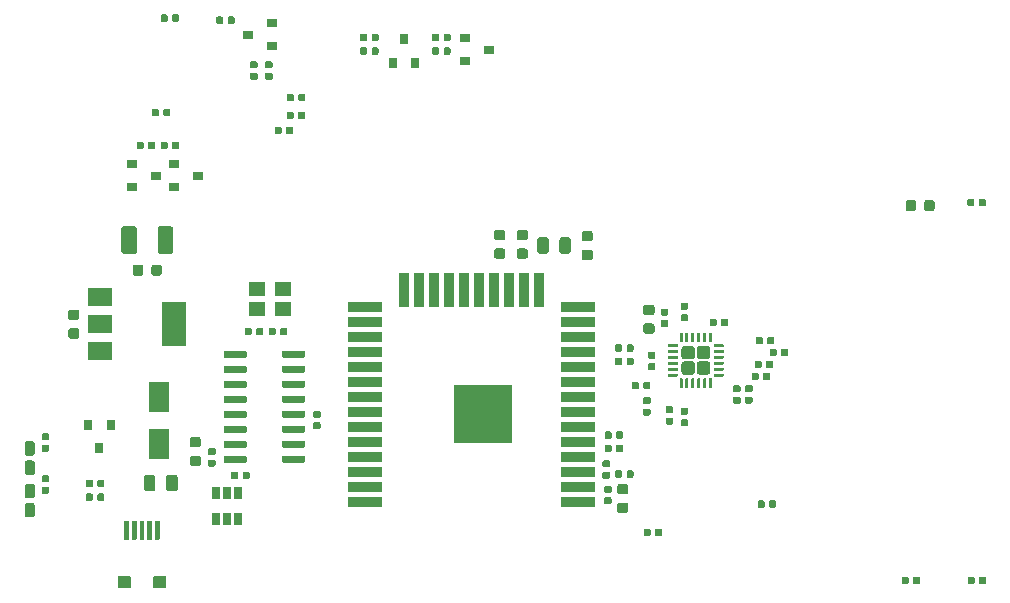
<source format=gbr>
G04 #@! TF.GenerationSoftware,KiCad,Pcbnew,(5.1.5)-3*
G04 #@! TF.CreationDate,2020-06-15T16:44:31+02:00*
G04 #@! TF.ProjectId,HB-RF-ETH,48422d52-462d-4455-9448-2e6b69636164,rev?*
G04 #@! TF.SameCoordinates,Original*
G04 #@! TF.FileFunction,Paste,Top*
G04 #@! TF.FilePolarity,Positive*
%FSLAX46Y46*%
G04 Gerber Fmt 4.6, Leading zero omitted, Abs format (unit mm)*
G04 Created by KiCad (PCBNEW (5.1.5)-3) date 2020-06-15 16:44:31*
%MOMM*%
%LPD*%
G04 APERTURE LIST*
%ADD10R,3.000000X0.900000*%
%ADD11R,0.900000X3.000000*%
%ADD12R,5.000000X5.000000*%
%ADD13R,2.000000X1.500000*%
%ADD14R,2.000000X3.800000*%
%ADD15C,0.100000*%
%ADD16R,0.900000X0.800000*%
%ADD17R,1.400000X1.200000*%
%ADD18R,1.800000X2.500000*%
%ADD19R,0.800000X0.900000*%
%ADD20R,0.650000X1.060000*%
G04 APERTURE END LIST*
D10*
X109500000Y-112255000D03*
X109500000Y-110985000D03*
X109500000Y-109715000D03*
X109500000Y-108445000D03*
X109500000Y-107175000D03*
X109500000Y-105905000D03*
X109500000Y-104635000D03*
X109500000Y-103365000D03*
X109500000Y-102095000D03*
X109500000Y-100825000D03*
X109500000Y-99555000D03*
X109500000Y-98285000D03*
X109500000Y-97015000D03*
X109500000Y-95745000D03*
D11*
X112785000Y-94245000D03*
X114055000Y-94245000D03*
X115325000Y-94245000D03*
X116595000Y-94245000D03*
X117865000Y-94245000D03*
X119135000Y-94245000D03*
X120405000Y-94245000D03*
X121675000Y-94245000D03*
X122945000Y-94245000D03*
X124215000Y-94245000D03*
D10*
X127500000Y-95745000D03*
X127500000Y-97015000D03*
X127500000Y-98285000D03*
X127500000Y-99555000D03*
X127500000Y-100825000D03*
X127500000Y-102095000D03*
X127500000Y-103365000D03*
X127500000Y-104635000D03*
X127500000Y-105905000D03*
X127500000Y-107175000D03*
X127500000Y-108445000D03*
X127500000Y-109715000D03*
X127500000Y-110985000D03*
X127500000Y-112255000D03*
D12*
X119500000Y-104755000D03*
D13*
X87020000Y-94855000D03*
X87020000Y-99455000D03*
X87020000Y-97155000D03*
D14*
X93320000Y-97155000D03*
D15*
G36*
X130097798Y-108692170D02*
G01*
X130112116Y-108694294D01*
X130126157Y-108697811D01*
X130139786Y-108702688D01*
X130152871Y-108708877D01*
X130165287Y-108716318D01*
X130176913Y-108724941D01*
X130187638Y-108734662D01*
X130197359Y-108745387D01*
X130205982Y-108757013D01*
X130213423Y-108769429D01*
X130219612Y-108782514D01*
X130224489Y-108796143D01*
X130228006Y-108810184D01*
X130230130Y-108824502D01*
X130230840Y-108838960D01*
X130230840Y-109133960D01*
X130230130Y-109148418D01*
X130228006Y-109162736D01*
X130224489Y-109176777D01*
X130219612Y-109190406D01*
X130213423Y-109203491D01*
X130205982Y-109215907D01*
X130197359Y-109227533D01*
X130187638Y-109238258D01*
X130176913Y-109247979D01*
X130165287Y-109256602D01*
X130152871Y-109264043D01*
X130139786Y-109270232D01*
X130126157Y-109275109D01*
X130112116Y-109278626D01*
X130097798Y-109280750D01*
X130083340Y-109281460D01*
X129738340Y-109281460D01*
X129723882Y-109280750D01*
X129709564Y-109278626D01*
X129695523Y-109275109D01*
X129681894Y-109270232D01*
X129668809Y-109264043D01*
X129656393Y-109256602D01*
X129644767Y-109247979D01*
X129634042Y-109238258D01*
X129624321Y-109227533D01*
X129615698Y-109215907D01*
X129608257Y-109203491D01*
X129602068Y-109190406D01*
X129597191Y-109176777D01*
X129593674Y-109162736D01*
X129591550Y-109148418D01*
X129590840Y-109133960D01*
X129590840Y-108838960D01*
X129591550Y-108824502D01*
X129593674Y-108810184D01*
X129597191Y-108796143D01*
X129602068Y-108782514D01*
X129608257Y-108769429D01*
X129615698Y-108757013D01*
X129624321Y-108745387D01*
X129634042Y-108734662D01*
X129644767Y-108724941D01*
X129656393Y-108716318D01*
X129668809Y-108708877D01*
X129681894Y-108702688D01*
X129695523Y-108697811D01*
X129709564Y-108694294D01*
X129723882Y-108692170D01*
X129738340Y-108691460D01*
X130083340Y-108691460D01*
X130097798Y-108692170D01*
G37*
G36*
X130097798Y-109662170D02*
G01*
X130112116Y-109664294D01*
X130126157Y-109667811D01*
X130139786Y-109672688D01*
X130152871Y-109678877D01*
X130165287Y-109686318D01*
X130176913Y-109694941D01*
X130187638Y-109704662D01*
X130197359Y-109715387D01*
X130205982Y-109727013D01*
X130213423Y-109739429D01*
X130219612Y-109752514D01*
X130224489Y-109766143D01*
X130228006Y-109780184D01*
X130230130Y-109794502D01*
X130230840Y-109808960D01*
X130230840Y-110103960D01*
X130230130Y-110118418D01*
X130228006Y-110132736D01*
X130224489Y-110146777D01*
X130219612Y-110160406D01*
X130213423Y-110173491D01*
X130205982Y-110185907D01*
X130197359Y-110197533D01*
X130187638Y-110208258D01*
X130176913Y-110217979D01*
X130165287Y-110226602D01*
X130152871Y-110234043D01*
X130139786Y-110240232D01*
X130126157Y-110245109D01*
X130112116Y-110248626D01*
X130097798Y-110250750D01*
X130083340Y-110251460D01*
X129738340Y-110251460D01*
X129723882Y-110250750D01*
X129709564Y-110248626D01*
X129695523Y-110245109D01*
X129681894Y-110240232D01*
X129668809Y-110234043D01*
X129656393Y-110226602D01*
X129644767Y-110217979D01*
X129634042Y-110208258D01*
X129624321Y-110197533D01*
X129615698Y-110185907D01*
X129608257Y-110173491D01*
X129602068Y-110160406D01*
X129597191Y-110146777D01*
X129593674Y-110132736D01*
X129591550Y-110118418D01*
X129590840Y-110103960D01*
X129590840Y-109808960D01*
X129591550Y-109794502D01*
X129593674Y-109780184D01*
X129597191Y-109766143D01*
X129602068Y-109752514D01*
X129608257Y-109739429D01*
X129615698Y-109727013D01*
X129624321Y-109715387D01*
X129634042Y-109704662D01*
X129644767Y-109694941D01*
X129656393Y-109686318D01*
X129668809Y-109678877D01*
X129681894Y-109672688D01*
X129695523Y-109667811D01*
X129709564Y-109664294D01*
X129723882Y-109662170D01*
X129738340Y-109661460D01*
X130083340Y-109661460D01*
X130097798Y-109662170D01*
G37*
G36*
X157517191Y-86648053D02*
G01*
X157538426Y-86651203D01*
X157559250Y-86656419D01*
X157579462Y-86663651D01*
X157598868Y-86672830D01*
X157617281Y-86683866D01*
X157634524Y-86696654D01*
X157650430Y-86711070D01*
X157664846Y-86726976D01*
X157677634Y-86744219D01*
X157688670Y-86762632D01*
X157697849Y-86782038D01*
X157705081Y-86802250D01*
X157710297Y-86823074D01*
X157713447Y-86844309D01*
X157714500Y-86865750D01*
X157714500Y-87378250D01*
X157713447Y-87399691D01*
X157710297Y-87420926D01*
X157705081Y-87441750D01*
X157697849Y-87461962D01*
X157688670Y-87481368D01*
X157677634Y-87499781D01*
X157664846Y-87517024D01*
X157650430Y-87532930D01*
X157634524Y-87547346D01*
X157617281Y-87560134D01*
X157598868Y-87571170D01*
X157579462Y-87580349D01*
X157559250Y-87587581D01*
X157538426Y-87592797D01*
X157517191Y-87595947D01*
X157495750Y-87597000D01*
X157058250Y-87597000D01*
X157036809Y-87595947D01*
X157015574Y-87592797D01*
X156994750Y-87587581D01*
X156974538Y-87580349D01*
X156955132Y-87571170D01*
X156936719Y-87560134D01*
X156919476Y-87547346D01*
X156903570Y-87532930D01*
X156889154Y-87517024D01*
X156876366Y-87499781D01*
X156865330Y-87481368D01*
X156856151Y-87461962D01*
X156848919Y-87441750D01*
X156843703Y-87420926D01*
X156840553Y-87399691D01*
X156839500Y-87378250D01*
X156839500Y-86865750D01*
X156840553Y-86844309D01*
X156843703Y-86823074D01*
X156848919Y-86802250D01*
X156856151Y-86782038D01*
X156865330Y-86762632D01*
X156876366Y-86744219D01*
X156889154Y-86726976D01*
X156903570Y-86711070D01*
X156919476Y-86696654D01*
X156936719Y-86683866D01*
X156955132Y-86672830D01*
X156974538Y-86663651D01*
X156994750Y-86656419D01*
X157015574Y-86651203D01*
X157036809Y-86648053D01*
X157058250Y-86647000D01*
X157495750Y-86647000D01*
X157517191Y-86648053D01*
G37*
G36*
X155942191Y-86648053D02*
G01*
X155963426Y-86651203D01*
X155984250Y-86656419D01*
X156004462Y-86663651D01*
X156023868Y-86672830D01*
X156042281Y-86683866D01*
X156059524Y-86696654D01*
X156075430Y-86711070D01*
X156089846Y-86726976D01*
X156102634Y-86744219D01*
X156113670Y-86762632D01*
X156122849Y-86782038D01*
X156130081Y-86802250D01*
X156135297Y-86823074D01*
X156138447Y-86844309D01*
X156139500Y-86865750D01*
X156139500Y-87378250D01*
X156138447Y-87399691D01*
X156135297Y-87420926D01*
X156130081Y-87441750D01*
X156122849Y-87461962D01*
X156113670Y-87481368D01*
X156102634Y-87499781D01*
X156089846Y-87517024D01*
X156075430Y-87532930D01*
X156059524Y-87547346D01*
X156042281Y-87560134D01*
X156023868Y-87571170D01*
X156004462Y-87580349D01*
X155984250Y-87587581D01*
X155963426Y-87592797D01*
X155942191Y-87595947D01*
X155920750Y-87597000D01*
X155483250Y-87597000D01*
X155461809Y-87595947D01*
X155440574Y-87592797D01*
X155419750Y-87587581D01*
X155399538Y-87580349D01*
X155380132Y-87571170D01*
X155361719Y-87560134D01*
X155344476Y-87547346D01*
X155328570Y-87532930D01*
X155314154Y-87517024D01*
X155301366Y-87499781D01*
X155290330Y-87481368D01*
X155281151Y-87461962D01*
X155273919Y-87441750D01*
X155268703Y-87420926D01*
X155265553Y-87399691D01*
X155264500Y-87378250D01*
X155264500Y-86865750D01*
X155265553Y-86844309D01*
X155268703Y-86823074D01*
X155273919Y-86802250D01*
X155281151Y-86782038D01*
X155290330Y-86762632D01*
X155301366Y-86744219D01*
X155314154Y-86726976D01*
X155328570Y-86711070D01*
X155344476Y-86696654D01*
X155361719Y-86683866D01*
X155380132Y-86672830D01*
X155399538Y-86663651D01*
X155419750Y-86656419D01*
X155440574Y-86651203D01*
X155461809Y-86648053D01*
X155483250Y-86647000D01*
X155920750Y-86647000D01*
X155942191Y-86648053D01*
G37*
G36*
X143186958Y-112075710D02*
G01*
X143201276Y-112077834D01*
X143215317Y-112081351D01*
X143228946Y-112086228D01*
X143242031Y-112092417D01*
X143254447Y-112099858D01*
X143266073Y-112108481D01*
X143276798Y-112118202D01*
X143286519Y-112128927D01*
X143295142Y-112140553D01*
X143302583Y-112152969D01*
X143308772Y-112166054D01*
X143313649Y-112179683D01*
X143317166Y-112193724D01*
X143319290Y-112208042D01*
X143320000Y-112222500D01*
X143320000Y-112567500D01*
X143319290Y-112581958D01*
X143317166Y-112596276D01*
X143313649Y-112610317D01*
X143308772Y-112623946D01*
X143302583Y-112637031D01*
X143295142Y-112649447D01*
X143286519Y-112661073D01*
X143276798Y-112671798D01*
X143266073Y-112681519D01*
X143254447Y-112690142D01*
X143242031Y-112697583D01*
X143228946Y-112703772D01*
X143215317Y-112708649D01*
X143201276Y-112712166D01*
X143186958Y-112714290D01*
X143172500Y-112715000D01*
X142877500Y-112715000D01*
X142863042Y-112714290D01*
X142848724Y-112712166D01*
X142834683Y-112708649D01*
X142821054Y-112703772D01*
X142807969Y-112697583D01*
X142795553Y-112690142D01*
X142783927Y-112681519D01*
X142773202Y-112671798D01*
X142763481Y-112661073D01*
X142754858Y-112649447D01*
X142747417Y-112637031D01*
X142741228Y-112623946D01*
X142736351Y-112610317D01*
X142732834Y-112596276D01*
X142730710Y-112581958D01*
X142730000Y-112567500D01*
X142730000Y-112222500D01*
X142730710Y-112208042D01*
X142732834Y-112193724D01*
X142736351Y-112179683D01*
X142741228Y-112166054D01*
X142747417Y-112152969D01*
X142754858Y-112140553D01*
X142763481Y-112128927D01*
X142773202Y-112118202D01*
X142783927Y-112108481D01*
X142795553Y-112099858D01*
X142807969Y-112092417D01*
X142821054Y-112086228D01*
X142834683Y-112081351D01*
X142848724Y-112077834D01*
X142863042Y-112075710D01*
X142877500Y-112075000D01*
X143172500Y-112075000D01*
X143186958Y-112075710D01*
G37*
G36*
X144156958Y-112075710D02*
G01*
X144171276Y-112077834D01*
X144185317Y-112081351D01*
X144198946Y-112086228D01*
X144212031Y-112092417D01*
X144224447Y-112099858D01*
X144236073Y-112108481D01*
X144246798Y-112118202D01*
X144256519Y-112128927D01*
X144265142Y-112140553D01*
X144272583Y-112152969D01*
X144278772Y-112166054D01*
X144283649Y-112179683D01*
X144287166Y-112193724D01*
X144289290Y-112208042D01*
X144290000Y-112222500D01*
X144290000Y-112567500D01*
X144289290Y-112581958D01*
X144287166Y-112596276D01*
X144283649Y-112610317D01*
X144278772Y-112623946D01*
X144272583Y-112637031D01*
X144265142Y-112649447D01*
X144256519Y-112661073D01*
X144246798Y-112671798D01*
X144236073Y-112681519D01*
X144224447Y-112690142D01*
X144212031Y-112697583D01*
X144198946Y-112703772D01*
X144185317Y-112708649D01*
X144171276Y-112712166D01*
X144156958Y-112714290D01*
X144142500Y-112715000D01*
X143847500Y-112715000D01*
X143833042Y-112714290D01*
X143818724Y-112712166D01*
X143804683Y-112708649D01*
X143791054Y-112703772D01*
X143777969Y-112697583D01*
X143765553Y-112690142D01*
X143753927Y-112681519D01*
X143743202Y-112671798D01*
X143733481Y-112661073D01*
X143724858Y-112649447D01*
X143717417Y-112637031D01*
X143711228Y-112623946D01*
X143706351Y-112610317D01*
X143702834Y-112596276D01*
X143700710Y-112581958D01*
X143700000Y-112567500D01*
X143700000Y-112222500D01*
X143700710Y-112208042D01*
X143702834Y-112193724D01*
X143706351Y-112179683D01*
X143711228Y-112166054D01*
X143717417Y-112152969D01*
X143724858Y-112140553D01*
X143733481Y-112128927D01*
X143743202Y-112118202D01*
X143753927Y-112108481D01*
X143765553Y-112099858D01*
X143777969Y-112092417D01*
X143791054Y-112086228D01*
X143804683Y-112081351D01*
X143818724Y-112077834D01*
X143833042Y-112075710D01*
X143847500Y-112075000D01*
X144142500Y-112075000D01*
X144156958Y-112075710D01*
G37*
G36*
X124830142Y-89801174D02*
G01*
X124853803Y-89804684D01*
X124877007Y-89810496D01*
X124899529Y-89818554D01*
X124921153Y-89828782D01*
X124941670Y-89841079D01*
X124960883Y-89855329D01*
X124978607Y-89871393D01*
X124994671Y-89889117D01*
X125008921Y-89908330D01*
X125021218Y-89928847D01*
X125031446Y-89950471D01*
X125039504Y-89972993D01*
X125045316Y-89996197D01*
X125048826Y-90019858D01*
X125050000Y-90043750D01*
X125050000Y-90956250D01*
X125048826Y-90980142D01*
X125045316Y-91003803D01*
X125039504Y-91027007D01*
X125031446Y-91049529D01*
X125021218Y-91071153D01*
X125008921Y-91091670D01*
X124994671Y-91110883D01*
X124978607Y-91128607D01*
X124960883Y-91144671D01*
X124941670Y-91158921D01*
X124921153Y-91171218D01*
X124899529Y-91181446D01*
X124877007Y-91189504D01*
X124853803Y-91195316D01*
X124830142Y-91198826D01*
X124806250Y-91200000D01*
X124318750Y-91200000D01*
X124294858Y-91198826D01*
X124271197Y-91195316D01*
X124247993Y-91189504D01*
X124225471Y-91181446D01*
X124203847Y-91171218D01*
X124183330Y-91158921D01*
X124164117Y-91144671D01*
X124146393Y-91128607D01*
X124130329Y-91110883D01*
X124116079Y-91091670D01*
X124103782Y-91071153D01*
X124093554Y-91049529D01*
X124085496Y-91027007D01*
X124079684Y-91003803D01*
X124076174Y-90980142D01*
X124075000Y-90956250D01*
X124075000Y-90043750D01*
X124076174Y-90019858D01*
X124079684Y-89996197D01*
X124085496Y-89972993D01*
X124093554Y-89950471D01*
X124103782Y-89928847D01*
X124116079Y-89908330D01*
X124130329Y-89889117D01*
X124146393Y-89871393D01*
X124164117Y-89855329D01*
X124183330Y-89841079D01*
X124203847Y-89828782D01*
X124225471Y-89818554D01*
X124247993Y-89810496D01*
X124271197Y-89804684D01*
X124294858Y-89801174D01*
X124318750Y-89800000D01*
X124806250Y-89800000D01*
X124830142Y-89801174D01*
G37*
G36*
X126705142Y-89801174D02*
G01*
X126728803Y-89804684D01*
X126752007Y-89810496D01*
X126774529Y-89818554D01*
X126796153Y-89828782D01*
X126816670Y-89841079D01*
X126835883Y-89855329D01*
X126853607Y-89871393D01*
X126869671Y-89889117D01*
X126883921Y-89908330D01*
X126896218Y-89928847D01*
X126906446Y-89950471D01*
X126914504Y-89972993D01*
X126920316Y-89996197D01*
X126923826Y-90019858D01*
X126925000Y-90043750D01*
X126925000Y-90956250D01*
X126923826Y-90980142D01*
X126920316Y-91003803D01*
X126914504Y-91027007D01*
X126906446Y-91049529D01*
X126896218Y-91071153D01*
X126883921Y-91091670D01*
X126869671Y-91110883D01*
X126853607Y-91128607D01*
X126835883Y-91144671D01*
X126816670Y-91158921D01*
X126796153Y-91171218D01*
X126774529Y-91181446D01*
X126752007Y-91189504D01*
X126728803Y-91195316D01*
X126705142Y-91198826D01*
X126681250Y-91200000D01*
X126193750Y-91200000D01*
X126169858Y-91198826D01*
X126146197Y-91195316D01*
X126122993Y-91189504D01*
X126100471Y-91181446D01*
X126078847Y-91171218D01*
X126058330Y-91158921D01*
X126039117Y-91144671D01*
X126021393Y-91128607D01*
X126005329Y-91110883D01*
X125991079Y-91091670D01*
X125978782Y-91071153D01*
X125968554Y-91049529D01*
X125960496Y-91027007D01*
X125954684Y-91003803D01*
X125951174Y-90980142D01*
X125950000Y-90956250D01*
X125950000Y-90043750D01*
X125951174Y-90019858D01*
X125954684Y-89996197D01*
X125960496Y-89972993D01*
X125968554Y-89950471D01*
X125978782Y-89928847D01*
X125991079Y-89908330D01*
X126005329Y-89889117D01*
X126021393Y-89871393D01*
X126039117Y-89855329D01*
X126058330Y-89841079D01*
X126078847Y-89828782D01*
X126100471Y-89818554D01*
X126122993Y-89810496D01*
X126146197Y-89804684D01*
X126169858Y-89801174D01*
X126193750Y-89800000D01*
X126681250Y-89800000D01*
X126705142Y-89801174D01*
G37*
G36*
X91532142Y-109918174D02*
G01*
X91555803Y-109921684D01*
X91579007Y-109927496D01*
X91601529Y-109935554D01*
X91623153Y-109945782D01*
X91643670Y-109958079D01*
X91662883Y-109972329D01*
X91680607Y-109988393D01*
X91696671Y-110006117D01*
X91710921Y-110025330D01*
X91723218Y-110045847D01*
X91733446Y-110067471D01*
X91741504Y-110089993D01*
X91747316Y-110113197D01*
X91750826Y-110136858D01*
X91752000Y-110160750D01*
X91752000Y-111073250D01*
X91750826Y-111097142D01*
X91747316Y-111120803D01*
X91741504Y-111144007D01*
X91733446Y-111166529D01*
X91723218Y-111188153D01*
X91710921Y-111208670D01*
X91696671Y-111227883D01*
X91680607Y-111245607D01*
X91662883Y-111261671D01*
X91643670Y-111275921D01*
X91623153Y-111288218D01*
X91601529Y-111298446D01*
X91579007Y-111306504D01*
X91555803Y-111312316D01*
X91532142Y-111315826D01*
X91508250Y-111317000D01*
X91020750Y-111317000D01*
X90996858Y-111315826D01*
X90973197Y-111312316D01*
X90949993Y-111306504D01*
X90927471Y-111298446D01*
X90905847Y-111288218D01*
X90885330Y-111275921D01*
X90866117Y-111261671D01*
X90848393Y-111245607D01*
X90832329Y-111227883D01*
X90818079Y-111208670D01*
X90805782Y-111188153D01*
X90795554Y-111166529D01*
X90787496Y-111144007D01*
X90781684Y-111120803D01*
X90778174Y-111097142D01*
X90777000Y-111073250D01*
X90777000Y-110160750D01*
X90778174Y-110136858D01*
X90781684Y-110113197D01*
X90787496Y-110089993D01*
X90795554Y-110067471D01*
X90805782Y-110045847D01*
X90818079Y-110025330D01*
X90832329Y-110006117D01*
X90848393Y-109988393D01*
X90866117Y-109972329D01*
X90885330Y-109958079D01*
X90905847Y-109945782D01*
X90927471Y-109935554D01*
X90949993Y-109927496D01*
X90973197Y-109921684D01*
X90996858Y-109918174D01*
X91020750Y-109917000D01*
X91508250Y-109917000D01*
X91532142Y-109918174D01*
G37*
G36*
X93407142Y-109918174D02*
G01*
X93430803Y-109921684D01*
X93454007Y-109927496D01*
X93476529Y-109935554D01*
X93498153Y-109945782D01*
X93518670Y-109958079D01*
X93537883Y-109972329D01*
X93555607Y-109988393D01*
X93571671Y-110006117D01*
X93585921Y-110025330D01*
X93598218Y-110045847D01*
X93608446Y-110067471D01*
X93616504Y-110089993D01*
X93622316Y-110113197D01*
X93625826Y-110136858D01*
X93627000Y-110160750D01*
X93627000Y-111073250D01*
X93625826Y-111097142D01*
X93622316Y-111120803D01*
X93616504Y-111144007D01*
X93608446Y-111166529D01*
X93598218Y-111188153D01*
X93585921Y-111208670D01*
X93571671Y-111227883D01*
X93555607Y-111245607D01*
X93537883Y-111261671D01*
X93518670Y-111275921D01*
X93498153Y-111288218D01*
X93476529Y-111298446D01*
X93454007Y-111306504D01*
X93430803Y-111312316D01*
X93407142Y-111315826D01*
X93383250Y-111317000D01*
X92895750Y-111317000D01*
X92871858Y-111315826D01*
X92848197Y-111312316D01*
X92824993Y-111306504D01*
X92802471Y-111298446D01*
X92780847Y-111288218D01*
X92760330Y-111275921D01*
X92741117Y-111261671D01*
X92723393Y-111245607D01*
X92707329Y-111227883D01*
X92693079Y-111208670D01*
X92680782Y-111188153D01*
X92670554Y-111166529D01*
X92662496Y-111144007D01*
X92656684Y-111120803D01*
X92653174Y-111097142D01*
X92652000Y-111073250D01*
X92652000Y-110160750D01*
X92653174Y-110136858D01*
X92656684Y-110113197D01*
X92662496Y-110089993D01*
X92670554Y-110067471D01*
X92680782Y-110045847D01*
X92693079Y-110025330D01*
X92707329Y-110006117D01*
X92723393Y-109988393D01*
X92741117Y-109972329D01*
X92760330Y-109958079D01*
X92780847Y-109945782D01*
X92802471Y-109935554D01*
X92824993Y-109927496D01*
X92848197Y-109921684D01*
X92871858Y-109918174D01*
X92895750Y-109917000D01*
X93383250Y-109917000D01*
X93407142Y-109918174D01*
G37*
D16*
X91805000Y-84582000D03*
X89805000Y-85532000D03*
X89805000Y-83632000D03*
X93361000Y-83632000D03*
X93361000Y-85532000D03*
X95361000Y-84582000D03*
D15*
G36*
X104279703Y-108290722D02*
G01*
X104294264Y-108292882D01*
X104308543Y-108296459D01*
X104322403Y-108301418D01*
X104335710Y-108307712D01*
X104348336Y-108315280D01*
X104360159Y-108324048D01*
X104371066Y-108333934D01*
X104380952Y-108344841D01*
X104389720Y-108356664D01*
X104397288Y-108369290D01*
X104403582Y-108382597D01*
X104408541Y-108396457D01*
X104412118Y-108410736D01*
X104414278Y-108425297D01*
X104415000Y-108440000D01*
X104415000Y-108740000D01*
X104414278Y-108754703D01*
X104412118Y-108769264D01*
X104408541Y-108783543D01*
X104403582Y-108797403D01*
X104397288Y-108810710D01*
X104389720Y-108823336D01*
X104380952Y-108835159D01*
X104371066Y-108846066D01*
X104360159Y-108855952D01*
X104348336Y-108864720D01*
X104335710Y-108872288D01*
X104322403Y-108878582D01*
X104308543Y-108883541D01*
X104294264Y-108887118D01*
X104279703Y-108889278D01*
X104265000Y-108890000D01*
X102615000Y-108890000D01*
X102600297Y-108889278D01*
X102585736Y-108887118D01*
X102571457Y-108883541D01*
X102557597Y-108878582D01*
X102544290Y-108872288D01*
X102531664Y-108864720D01*
X102519841Y-108855952D01*
X102508934Y-108846066D01*
X102499048Y-108835159D01*
X102490280Y-108823336D01*
X102482712Y-108810710D01*
X102476418Y-108797403D01*
X102471459Y-108783543D01*
X102467882Y-108769264D01*
X102465722Y-108754703D01*
X102465000Y-108740000D01*
X102465000Y-108440000D01*
X102465722Y-108425297D01*
X102467882Y-108410736D01*
X102471459Y-108396457D01*
X102476418Y-108382597D01*
X102482712Y-108369290D01*
X102490280Y-108356664D01*
X102499048Y-108344841D01*
X102508934Y-108333934D01*
X102519841Y-108324048D01*
X102531664Y-108315280D01*
X102544290Y-108307712D01*
X102557597Y-108301418D01*
X102571457Y-108296459D01*
X102585736Y-108292882D01*
X102600297Y-108290722D01*
X102615000Y-108290000D01*
X104265000Y-108290000D01*
X104279703Y-108290722D01*
G37*
G36*
X104279703Y-107020722D02*
G01*
X104294264Y-107022882D01*
X104308543Y-107026459D01*
X104322403Y-107031418D01*
X104335710Y-107037712D01*
X104348336Y-107045280D01*
X104360159Y-107054048D01*
X104371066Y-107063934D01*
X104380952Y-107074841D01*
X104389720Y-107086664D01*
X104397288Y-107099290D01*
X104403582Y-107112597D01*
X104408541Y-107126457D01*
X104412118Y-107140736D01*
X104414278Y-107155297D01*
X104415000Y-107170000D01*
X104415000Y-107470000D01*
X104414278Y-107484703D01*
X104412118Y-107499264D01*
X104408541Y-107513543D01*
X104403582Y-107527403D01*
X104397288Y-107540710D01*
X104389720Y-107553336D01*
X104380952Y-107565159D01*
X104371066Y-107576066D01*
X104360159Y-107585952D01*
X104348336Y-107594720D01*
X104335710Y-107602288D01*
X104322403Y-107608582D01*
X104308543Y-107613541D01*
X104294264Y-107617118D01*
X104279703Y-107619278D01*
X104265000Y-107620000D01*
X102615000Y-107620000D01*
X102600297Y-107619278D01*
X102585736Y-107617118D01*
X102571457Y-107613541D01*
X102557597Y-107608582D01*
X102544290Y-107602288D01*
X102531664Y-107594720D01*
X102519841Y-107585952D01*
X102508934Y-107576066D01*
X102499048Y-107565159D01*
X102490280Y-107553336D01*
X102482712Y-107540710D01*
X102476418Y-107527403D01*
X102471459Y-107513543D01*
X102467882Y-107499264D01*
X102465722Y-107484703D01*
X102465000Y-107470000D01*
X102465000Y-107170000D01*
X102465722Y-107155297D01*
X102467882Y-107140736D01*
X102471459Y-107126457D01*
X102476418Y-107112597D01*
X102482712Y-107099290D01*
X102490280Y-107086664D01*
X102499048Y-107074841D01*
X102508934Y-107063934D01*
X102519841Y-107054048D01*
X102531664Y-107045280D01*
X102544290Y-107037712D01*
X102557597Y-107031418D01*
X102571457Y-107026459D01*
X102585736Y-107022882D01*
X102600297Y-107020722D01*
X102615000Y-107020000D01*
X104265000Y-107020000D01*
X104279703Y-107020722D01*
G37*
G36*
X104279703Y-105750722D02*
G01*
X104294264Y-105752882D01*
X104308543Y-105756459D01*
X104322403Y-105761418D01*
X104335710Y-105767712D01*
X104348336Y-105775280D01*
X104360159Y-105784048D01*
X104371066Y-105793934D01*
X104380952Y-105804841D01*
X104389720Y-105816664D01*
X104397288Y-105829290D01*
X104403582Y-105842597D01*
X104408541Y-105856457D01*
X104412118Y-105870736D01*
X104414278Y-105885297D01*
X104415000Y-105900000D01*
X104415000Y-106200000D01*
X104414278Y-106214703D01*
X104412118Y-106229264D01*
X104408541Y-106243543D01*
X104403582Y-106257403D01*
X104397288Y-106270710D01*
X104389720Y-106283336D01*
X104380952Y-106295159D01*
X104371066Y-106306066D01*
X104360159Y-106315952D01*
X104348336Y-106324720D01*
X104335710Y-106332288D01*
X104322403Y-106338582D01*
X104308543Y-106343541D01*
X104294264Y-106347118D01*
X104279703Y-106349278D01*
X104265000Y-106350000D01*
X102615000Y-106350000D01*
X102600297Y-106349278D01*
X102585736Y-106347118D01*
X102571457Y-106343541D01*
X102557597Y-106338582D01*
X102544290Y-106332288D01*
X102531664Y-106324720D01*
X102519841Y-106315952D01*
X102508934Y-106306066D01*
X102499048Y-106295159D01*
X102490280Y-106283336D01*
X102482712Y-106270710D01*
X102476418Y-106257403D01*
X102471459Y-106243543D01*
X102467882Y-106229264D01*
X102465722Y-106214703D01*
X102465000Y-106200000D01*
X102465000Y-105900000D01*
X102465722Y-105885297D01*
X102467882Y-105870736D01*
X102471459Y-105856457D01*
X102476418Y-105842597D01*
X102482712Y-105829290D01*
X102490280Y-105816664D01*
X102499048Y-105804841D01*
X102508934Y-105793934D01*
X102519841Y-105784048D01*
X102531664Y-105775280D01*
X102544290Y-105767712D01*
X102557597Y-105761418D01*
X102571457Y-105756459D01*
X102585736Y-105752882D01*
X102600297Y-105750722D01*
X102615000Y-105750000D01*
X104265000Y-105750000D01*
X104279703Y-105750722D01*
G37*
G36*
X104279703Y-104480722D02*
G01*
X104294264Y-104482882D01*
X104308543Y-104486459D01*
X104322403Y-104491418D01*
X104335710Y-104497712D01*
X104348336Y-104505280D01*
X104360159Y-104514048D01*
X104371066Y-104523934D01*
X104380952Y-104534841D01*
X104389720Y-104546664D01*
X104397288Y-104559290D01*
X104403582Y-104572597D01*
X104408541Y-104586457D01*
X104412118Y-104600736D01*
X104414278Y-104615297D01*
X104415000Y-104630000D01*
X104415000Y-104930000D01*
X104414278Y-104944703D01*
X104412118Y-104959264D01*
X104408541Y-104973543D01*
X104403582Y-104987403D01*
X104397288Y-105000710D01*
X104389720Y-105013336D01*
X104380952Y-105025159D01*
X104371066Y-105036066D01*
X104360159Y-105045952D01*
X104348336Y-105054720D01*
X104335710Y-105062288D01*
X104322403Y-105068582D01*
X104308543Y-105073541D01*
X104294264Y-105077118D01*
X104279703Y-105079278D01*
X104265000Y-105080000D01*
X102615000Y-105080000D01*
X102600297Y-105079278D01*
X102585736Y-105077118D01*
X102571457Y-105073541D01*
X102557597Y-105068582D01*
X102544290Y-105062288D01*
X102531664Y-105054720D01*
X102519841Y-105045952D01*
X102508934Y-105036066D01*
X102499048Y-105025159D01*
X102490280Y-105013336D01*
X102482712Y-105000710D01*
X102476418Y-104987403D01*
X102471459Y-104973543D01*
X102467882Y-104959264D01*
X102465722Y-104944703D01*
X102465000Y-104930000D01*
X102465000Y-104630000D01*
X102465722Y-104615297D01*
X102467882Y-104600736D01*
X102471459Y-104586457D01*
X102476418Y-104572597D01*
X102482712Y-104559290D01*
X102490280Y-104546664D01*
X102499048Y-104534841D01*
X102508934Y-104523934D01*
X102519841Y-104514048D01*
X102531664Y-104505280D01*
X102544290Y-104497712D01*
X102557597Y-104491418D01*
X102571457Y-104486459D01*
X102585736Y-104482882D01*
X102600297Y-104480722D01*
X102615000Y-104480000D01*
X104265000Y-104480000D01*
X104279703Y-104480722D01*
G37*
G36*
X104279703Y-103210722D02*
G01*
X104294264Y-103212882D01*
X104308543Y-103216459D01*
X104322403Y-103221418D01*
X104335710Y-103227712D01*
X104348336Y-103235280D01*
X104360159Y-103244048D01*
X104371066Y-103253934D01*
X104380952Y-103264841D01*
X104389720Y-103276664D01*
X104397288Y-103289290D01*
X104403582Y-103302597D01*
X104408541Y-103316457D01*
X104412118Y-103330736D01*
X104414278Y-103345297D01*
X104415000Y-103360000D01*
X104415000Y-103660000D01*
X104414278Y-103674703D01*
X104412118Y-103689264D01*
X104408541Y-103703543D01*
X104403582Y-103717403D01*
X104397288Y-103730710D01*
X104389720Y-103743336D01*
X104380952Y-103755159D01*
X104371066Y-103766066D01*
X104360159Y-103775952D01*
X104348336Y-103784720D01*
X104335710Y-103792288D01*
X104322403Y-103798582D01*
X104308543Y-103803541D01*
X104294264Y-103807118D01*
X104279703Y-103809278D01*
X104265000Y-103810000D01*
X102615000Y-103810000D01*
X102600297Y-103809278D01*
X102585736Y-103807118D01*
X102571457Y-103803541D01*
X102557597Y-103798582D01*
X102544290Y-103792288D01*
X102531664Y-103784720D01*
X102519841Y-103775952D01*
X102508934Y-103766066D01*
X102499048Y-103755159D01*
X102490280Y-103743336D01*
X102482712Y-103730710D01*
X102476418Y-103717403D01*
X102471459Y-103703543D01*
X102467882Y-103689264D01*
X102465722Y-103674703D01*
X102465000Y-103660000D01*
X102465000Y-103360000D01*
X102465722Y-103345297D01*
X102467882Y-103330736D01*
X102471459Y-103316457D01*
X102476418Y-103302597D01*
X102482712Y-103289290D01*
X102490280Y-103276664D01*
X102499048Y-103264841D01*
X102508934Y-103253934D01*
X102519841Y-103244048D01*
X102531664Y-103235280D01*
X102544290Y-103227712D01*
X102557597Y-103221418D01*
X102571457Y-103216459D01*
X102585736Y-103212882D01*
X102600297Y-103210722D01*
X102615000Y-103210000D01*
X104265000Y-103210000D01*
X104279703Y-103210722D01*
G37*
G36*
X104279703Y-101940722D02*
G01*
X104294264Y-101942882D01*
X104308543Y-101946459D01*
X104322403Y-101951418D01*
X104335710Y-101957712D01*
X104348336Y-101965280D01*
X104360159Y-101974048D01*
X104371066Y-101983934D01*
X104380952Y-101994841D01*
X104389720Y-102006664D01*
X104397288Y-102019290D01*
X104403582Y-102032597D01*
X104408541Y-102046457D01*
X104412118Y-102060736D01*
X104414278Y-102075297D01*
X104415000Y-102090000D01*
X104415000Y-102390000D01*
X104414278Y-102404703D01*
X104412118Y-102419264D01*
X104408541Y-102433543D01*
X104403582Y-102447403D01*
X104397288Y-102460710D01*
X104389720Y-102473336D01*
X104380952Y-102485159D01*
X104371066Y-102496066D01*
X104360159Y-102505952D01*
X104348336Y-102514720D01*
X104335710Y-102522288D01*
X104322403Y-102528582D01*
X104308543Y-102533541D01*
X104294264Y-102537118D01*
X104279703Y-102539278D01*
X104265000Y-102540000D01*
X102615000Y-102540000D01*
X102600297Y-102539278D01*
X102585736Y-102537118D01*
X102571457Y-102533541D01*
X102557597Y-102528582D01*
X102544290Y-102522288D01*
X102531664Y-102514720D01*
X102519841Y-102505952D01*
X102508934Y-102496066D01*
X102499048Y-102485159D01*
X102490280Y-102473336D01*
X102482712Y-102460710D01*
X102476418Y-102447403D01*
X102471459Y-102433543D01*
X102467882Y-102419264D01*
X102465722Y-102404703D01*
X102465000Y-102390000D01*
X102465000Y-102090000D01*
X102465722Y-102075297D01*
X102467882Y-102060736D01*
X102471459Y-102046457D01*
X102476418Y-102032597D01*
X102482712Y-102019290D01*
X102490280Y-102006664D01*
X102499048Y-101994841D01*
X102508934Y-101983934D01*
X102519841Y-101974048D01*
X102531664Y-101965280D01*
X102544290Y-101957712D01*
X102557597Y-101951418D01*
X102571457Y-101946459D01*
X102585736Y-101942882D01*
X102600297Y-101940722D01*
X102615000Y-101940000D01*
X104265000Y-101940000D01*
X104279703Y-101940722D01*
G37*
G36*
X104279703Y-100670722D02*
G01*
X104294264Y-100672882D01*
X104308543Y-100676459D01*
X104322403Y-100681418D01*
X104335710Y-100687712D01*
X104348336Y-100695280D01*
X104360159Y-100704048D01*
X104371066Y-100713934D01*
X104380952Y-100724841D01*
X104389720Y-100736664D01*
X104397288Y-100749290D01*
X104403582Y-100762597D01*
X104408541Y-100776457D01*
X104412118Y-100790736D01*
X104414278Y-100805297D01*
X104415000Y-100820000D01*
X104415000Y-101120000D01*
X104414278Y-101134703D01*
X104412118Y-101149264D01*
X104408541Y-101163543D01*
X104403582Y-101177403D01*
X104397288Y-101190710D01*
X104389720Y-101203336D01*
X104380952Y-101215159D01*
X104371066Y-101226066D01*
X104360159Y-101235952D01*
X104348336Y-101244720D01*
X104335710Y-101252288D01*
X104322403Y-101258582D01*
X104308543Y-101263541D01*
X104294264Y-101267118D01*
X104279703Y-101269278D01*
X104265000Y-101270000D01*
X102615000Y-101270000D01*
X102600297Y-101269278D01*
X102585736Y-101267118D01*
X102571457Y-101263541D01*
X102557597Y-101258582D01*
X102544290Y-101252288D01*
X102531664Y-101244720D01*
X102519841Y-101235952D01*
X102508934Y-101226066D01*
X102499048Y-101215159D01*
X102490280Y-101203336D01*
X102482712Y-101190710D01*
X102476418Y-101177403D01*
X102471459Y-101163543D01*
X102467882Y-101149264D01*
X102465722Y-101134703D01*
X102465000Y-101120000D01*
X102465000Y-100820000D01*
X102465722Y-100805297D01*
X102467882Y-100790736D01*
X102471459Y-100776457D01*
X102476418Y-100762597D01*
X102482712Y-100749290D01*
X102490280Y-100736664D01*
X102499048Y-100724841D01*
X102508934Y-100713934D01*
X102519841Y-100704048D01*
X102531664Y-100695280D01*
X102544290Y-100687712D01*
X102557597Y-100681418D01*
X102571457Y-100676459D01*
X102585736Y-100672882D01*
X102600297Y-100670722D01*
X102615000Y-100670000D01*
X104265000Y-100670000D01*
X104279703Y-100670722D01*
G37*
G36*
X104279703Y-99400722D02*
G01*
X104294264Y-99402882D01*
X104308543Y-99406459D01*
X104322403Y-99411418D01*
X104335710Y-99417712D01*
X104348336Y-99425280D01*
X104360159Y-99434048D01*
X104371066Y-99443934D01*
X104380952Y-99454841D01*
X104389720Y-99466664D01*
X104397288Y-99479290D01*
X104403582Y-99492597D01*
X104408541Y-99506457D01*
X104412118Y-99520736D01*
X104414278Y-99535297D01*
X104415000Y-99550000D01*
X104415000Y-99850000D01*
X104414278Y-99864703D01*
X104412118Y-99879264D01*
X104408541Y-99893543D01*
X104403582Y-99907403D01*
X104397288Y-99920710D01*
X104389720Y-99933336D01*
X104380952Y-99945159D01*
X104371066Y-99956066D01*
X104360159Y-99965952D01*
X104348336Y-99974720D01*
X104335710Y-99982288D01*
X104322403Y-99988582D01*
X104308543Y-99993541D01*
X104294264Y-99997118D01*
X104279703Y-99999278D01*
X104265000Y-100000000D01*
X102615000Y-100000000D01*
X102600297Y-99999278D01*
X102585736Y-99997118D01*
X102571457Y-99993541D01*
X102557597Y-99988582D01*
X102544290Y-99982288D01*
X102531664Y-99974720D01*
X102519841Y-99965952D01*
X102508934Y-99956066D01*
X102499048Y-99945159D01*
X102490280Y-99933336D01*
X102482712Y-99920710D01*
X102476418Y-99907403D01*
X102471459Y-99893543D01*
X102467882Y-99879264D01*
X102465722Y-99864703D01*
X102465000Y-99850000D01*
X102465000Y-99550000D01*
X102465722Y-99535297D01*
X102467882Y-99520736D01*
X102471459Y-99506457D01*
X102476418Y-99492597D01*
X102482712Y-99479290D01*
X102490280Y-99466664D01*
X102499048Y-99454841D01*
X102508934Y-99443934D01*
X102519841Y-99434048D01*
X102531664Y-99425280D01*
X102544290Y-99417712D01*
X102557597Y-99411418D01*
X102571457Y-99406459D01*
X102585736Y-99402882D01*
X102600297Y-99400722D01*
X102615000Y-99400000D01*
X104265000Y-99400000D01*
X104279703Y-99400722D01*
G37*
G36*
X99329703Y-99400722D02*
G01*
X99344264Y-99402882D01*
X99358543Y-99406459D01*
X99372403Y-99411418D01*
X99385710Y-99417712D01*
X99398336Y-99425280D01*
X99410159Y-99434048D01*
X99421066Y-99443934D01*
X99430952Y-99454841D01*
X99439720Y-99466664D01*
X99447288Y-99479290D01*
X99453582Y-99492597D01*
X99458541Y-99506457D01*
X99462118Y-99520736D01*
X99464278Y-99535297D01*
X99465000Y-99550000D01*
X99465000Y-99850000D01*
X99464278Y-99864703D01*
X99462118Y-99879264D01*
X99458541Y-99893543D01*
X99453582Y-99907403D01*
X99447288Y-99920710D01*
X99439720Y-99933336D01*
X99430952Y-99945159D01*
X99421066Y-99956066D01*
X99410159Y-99965952D01*
X99398336Y-99974720D01*
X99385710Y-99982288D01*
X99372403Y-99988582D01*
X99358543Y-99993541D01*
X99344264Y-99997118D01*
X99329703Y-99999278D01*
X99315000Y-100000000D01*
X97665000Y-100000000D01*
X97650297Y-99999278D01*
X97635736Y-99997118D01*
X97621457Y-99993541D01*
X97607597Y-99988582D01*
X97594290Y-99982288D01*
X97581664Y-99974720D01*
X97569841Y-99965952D01*
X97558934Y-99956066D01*
X97549048Y-99945159D01*
X97540280Y-99933336D01*
X97532712Y-99920710D01*
X97526418Y-99907403D01*
X97521459Y-99893543D01*
X97517882Y-99879264D01*
X97515722Y-99864703D01*
X97515000Y-99850000D01*
X97515000Y-99550000D01*
X97515722Y-99535297D01*
X97517882Y-99520736D01*
X97521459Y-99506457D01*
X97526418Y-99492597D01*
X97532712Y-99479290D01*
X97540280Y-99466664D01*
X97549048Y-99454841D01*
X97558934Y-99443934D01*
X97569841Y-99434048D01*
X97581664Y-99425280D01*
X97594290Y-99417712D01*
X97607597Y-99411418D01*
X97621457Y-99406459D01*
X97635736Y-99402882D01*
X97650297Y-99400722D01*
X97665000Y-99400000D01*
X99315000Y-99400000D01*
X99329703Y-99400722D01*
G37*
G36*
X99329703Y-100670722D02*
G01*
X99344264Y-100672882D01*
X99358543Y-100676459D01*
X99372403Y-100681418D01*
X99385710Y-100687712D01*
X99398336Y-100695280D01*
X99410159Y-100704048D01*
X99421066Y-100713934D01*
X99430952Y-100724841D01*
X99439720Y-100736664D01*
X99447288Y-100749290D01*
X99453582Y-100762597D01*
X99458541Y-100776457D01*
X99462118Y-100790736D01*
X99464278Y-100805297D01*
X99465000Y-100820000D01*
X99465000Y-101120000D01*
X99464278Y-101134703D01*
X99462118Y-101149264D01*
X99458541Y-101163543D01*
X99453582Y-101177403D01*
X99447288Y-101190710D01*
X99439720Y-101203336D01*
X99430952Y-101215159D01*
X99421066Y-101226066D01*
X99410159Y-101235952D01*
X99398336Y-101244720D01*
X99385710Y-101252288D01*
X99372403Y-101258582D01*
X99358543Y-101263541D01*
X99344264Y-101267118D01*
X99329703Y-101269278D01*
X99315000Y-101270000D01*
X97665000Y-101270000D01*
X97650297Y-101269278D01*
X97635736Y-101267118D01*
X97621457Y-101263541D01*
X97607597Y-101258582D01*
X97594290Y-101252288D01*
X97581664Y-101244720D01*
X97569841Y-101235952D01*
X97558934Y-101226066D01*
X97549048Y-101215159D01*
X97540280Y-101203336D01*
X97532712Y-101190710D01*
X97526418Y-101177403D01*
X97521459Y-101163543D01*
X97517882Y-101149264D01*
X97515722Y-101134703D01*
X97515000Y-101120000D01*
X97515000Y-100820000D01*
X97515722Y-100805297D01*
X97517882Y-100790736D01*
X97521459Y-100776457D01*
X97526418Y-100762597D01*
X97532712Y-100749290D01*
X97540280Y-100736664D01*
X97549048Y-100724841D01*
X97558934Y-100713934D01*
X97569841Y-100704048D01*
X97581664Y-100695280D01*
X97594290Y-100687712D01*
X97607597Y-100681418D01*
X97621457Y-100676459D01*
X97635736Y-100672882D01*
X97650297Y-100670722D01*
X97665000Y-100670000D01*
X99315000Y-100670000D01*
X99329703Y-100670722D01*
G37*
G36*
X99329703Y-101940722D02*
G01*
X99344264Y-101942882D01*
X99358543Y-101946459D01*
X99372403Y-101951418D01*
X99385710Y-101957712D01*
X99398336Y-101965280D01*
X99410159Y-101974048D01*
X99421066Y-101983934D01*
X99430952Y-101994841D01*
X99439720Y-102006664D01*
X99447288Y-102019290D01*
X99453582Y-102032597D01*
X99458541Y-102046457D01*
X99462118Y-102060736D01*
X99464278Y-102075297D01*
X99465000Y-102090000D01*
X99465000Y-102390000D01*
X99464278Y-102404703D01*
X99462118Y-102419264D01*
X99458541Y-102433543D01*
X99453582Y-102447403D01*
X99447288Y-102460710D01*
X99439720Y-102473336D01*
X99430952Y-102485159D01*
X99421066Y-102496066D01*
X99410159Y-102505952D01*
X99398336Y-102514720D01*
X99385710Y-102522288D01*
X99372403Y-102528582D01*
X99358543Y-102533541D01*
X99344264Y-102537118D01*
X99329703Y-102539278D01*
X99315000Y-102540000D01*
X97665000Y-102540000D01*
X97650297Y-102539278D01*
X97635736Y-102537118D01*
X97621457Y-102533541D01*
X97607597Y-102528582D01*
X97594290Y-102522288D01*
X97581664Y-102514720D01*
X97569841Y-102505952D01*
X97558934Y-102496066D01*
X97549048Y-102485159D01*
X97540280Y-102473336D01*
X97532712Y-102460710D01*
X97526418Y-102447403D01*
X97521459Y-102433543D01*
X97517882Y-102419264D01*
X97515722Y-102404703D01*
X97515000Y-102390000D01*
X97515000Y-102090000D01*
X97515722Y-102075297D01*
X97517882Y-102060736D01*
X97521459Y-102046457D01*
X97526418Y-102032597D01*
X97532712Y-102019290D01*
X97540280Y-102006664D01*
X97549048Y-101994841D01*
X97558934Y-101983934D01*
X97569841Y-101974048D01*
X97581664Y-101965280D01*
X97594290Y-101957712D01*
X97607597Y-101951418D01*
X97621457Y-101946459D01*
X97635736Y-101942882D01*
X97650297Y-101940722D01*
X97665000Y-101940000D01*
X99315000Y-101940000D01*
X99329703Y-101940722D01*
G37*
G36*
X99329703Y-103210722D02*
G01*
X99344264Y-103212882D01*
X99358543Y-103216459D01*
X99372403Y-103221418D01*
X99385710Y-103227712D01*
X99398336Y-103235280D01*
X99410159Y-103244048D01*
X99421066Y-103253934D01*
X99430952Y-103264841D01*
X99439720Y-103276664D01*
X99447288Y-103289290D01*
X99453582Y-103302597D01*
X99458541Y-103316457D01*
X99462118Y-103330736D01*
X99464278Y-103345297D01*
X99465000Y-103360000D01*
X99465000Y-103660000D01*
X99464278Y-103674703D01*
X99462118Y-103689264D01*
X99458541Y-103703543D01*
X99453582Y-103717403D01*
X99447288Y-103730710D01*
X99439720Y-103743336D01*
X99430952Y-103755159D01*
X99421066Y-103766066D01*
X99410159Y-103775952D01*
X99398336Y-103784720D01*
X99385710Y-103792288D01*
X99372403Y-103798582D01*
X99358543Y-103803541D01*
X99344264Y-103807118D01*
X99329703Y-103809278D01*
X99315000Y-103810000D01*
X97665000Y-103810000D01*
X97650297Y-103809278D01*
X97635736Y-103807118D01*
X97621457Y-103803541D01*
X97607597Y-103798582D01*
X97594290Y-103792288D01*
X97581664Y-103784720D01*
X97569841Y-103775952D01*
X97558934Y-103766066D01*
X97549048Y-103755159D01*
X97540280Y-103743336D01*
X97532712Y-103730710D01*
X97526418Y-103717403D01*
X97521459Y-103703543D01*
X97517882Y-103689264D01*
X97515722Y-103674703D01*
X97515000Y-103660000D01*
X97515000Y-103360000D01*
X97515722Y-103345297D01*
X97517882Y-103330736D01*
X97521459Y-103316457D01*
X97526418Y-103302597D01*
X97532712Y-103289290D01*
X97540280Y-103276664D01*
X97549048Y-103264841D01*
X97558934Y-103253934D01*
X97569841Y-103244048D01*
X97581664Y-103235280D01*
X97594290Y-103227712D01*
X97607597Y-103221418D01*
X97621457Y-103216459D01*
X97635736Y-103212882D01*
X97650297Y-103210722D01*
X97665000Y-103210000D01*
X99315000Y-103210000D01*
X99329703Y-103210722D01*
G37*
G36*
X99329703Y-104480722D02*
G01*
X99344264Y-104482882D01*
X99358543Y-104486459D01*
X99372403Y-104491418D01*
X99385710Y-104497712D01*
X99398336Y-104505280D01*
X99410159Y-104514048D01*
X99421066Y-104523934D01*
X99430952Y-104534841D01*
X99439720Y-104546664D01*
X99447288Y-104559290D01*
X99453582Y-104572597D01*
X99458541Y-104586457D01*
X99462118Y-104600736D01*
X99464278Y-104615297D01*
X99465000Y-104630000D01*
X99465000Y-104930000D01*
X99464278Y-104944703D01*
X99462118Y-104959264D01*
X99458541Y-104973543D01*
X99453582Y-104987403D01*
X99447288Y-105000710D01*
X99439720Y-105013336D01*
X99430952Y-105025159D01*
X99421066Y-105036066D01*
X99410159Y-105045952D01*
X99398336Y-105054720D01*
X99385710Y-105062288D01*
X99372403Y-105068582D01*
X99358543Y-105073541D01*
X99344264Y-105077118D01*
X99329703Y-105079278D01*
X99315000Y-105080000D01*
X97665000Y-105080000D01*
X97650297Y-105079278D01*
X97635736Y-105077118D01*
X97621457Y-105073541D01*
X97607597Y-105068582D01*
X97594290Y-105062288D01*
X97581664Y-105054720D01*
X97569841Y-105045952D01*
X97558934Y-105036066D01*
X97549048Y-105025159D01*
X97540280Y-105013336D01*
X97532712Y-105000710D01*
X97526418Y-104987403D01*
X97521459Y-104973543D01*
X97517882Y-104959264D01*
X97515722Y-104944703D01*
X97515000Y-104930000D01*
X97515000Y-104630000D01*
X97515722Y-104615297D01*
X97517882Y-104600736D01*
X97521459Y-104586457D01*
X97526418Y-104572597D01*
X97532712Y-104559290D01*
X97540280Y-104546664D01*
X97549048Y-104534841D01*
X97558934Y-104523934D01*
X97569841Y-104514048D01*
X97581664Y-104505280D01*
X97594290Y-104497712D01*
X97607597Y-104491418D01*
X97621457Y-104486459D01*
X97635736Y-104482882D01*
X97650297Y-104480722D01*
X97665000Y-104480000D01*
X99315000Y-104480000D01*
X99329703Y-104480722D01*
G37*
G36*
X99329703Y-105750722D02*
G01*
X99344264Y-105752882D01*
X99358543Y-105756459D01*
X99372403Y-105761418D01*
X99385710Y-105767712D01*
X99398336Y-105775280D01*
X99410159Y-105784048D01*
X99421066Y-105793934D01*
X99430952Y-105804841D01*
X99439720Y-105816664D01*
X99447288Y-105829290D01*
X99453582Y-105842597D01*
X99458541Y-105856457D01*
X99462118Y-105870736D01*
X99464278Y-105885297D01*
X99465000Y-105900000D01*
X99465000Y-106200000D01*
X99464278Y-106214703D01*
X99462118Y-106229264D01*
X99458541Y-106243543D01*
X99453582Y-106257403D01*
X99447288Y-106270710D01*
X99439720Y-106283336D01*
X99430952Y-106295159D01*
X99421066Y-106306066D01*
X99410159Y-106315952D01*
X99398336Y-106324720D01*
X99385710Y-106332288D01*
X99372403Y-106338582D01*
X99358543Y-106343541D01*
X99344264Y-106347118D01*
X99329703Y-106349278D01*
X99315000Y-106350000D01*
X97665000Y-106350000D01*
X97650297Y-106349278D01*
X97635736Y-106347118D01*
X97621457Y-106343541D01*
X97607597Y-106338582D01*
X97594290Y-106332288D01*
X97581664Y-106324720D01*
X97569841Y-106315952D01*
X97558934Y-106306066D01*
X97549048Y-106295159D01*
X97540280Y-106283336D01*
X97532712Y-106270710D01*
X97526418Y-106257403D01*
X97521459Y-106243543D01*
X97517882Y-106229264D01*
X97515722Y-106214703D01*
X97515000Y-106200000D01*
X97515000Y-105900000D01*
X97515722Y-105885297D01*
X97517882Y-105870736D01*
X97521459Y-105856457D01*
X97526418Y-105842597D01*
X97532712Y-105829290D01*
X97540280Y-105816664D01*
X97549048Y-105804841D01*
X97558934Y-105793934D01*
X97569841Y-105784048D01*
X97581664Y-105775280D01*
X97594290Y-105767712D01*
X97607597Y-105761418D01*
X97621457Y-105756459D01*
X97635736Y-105752882D01*
X97650297Y-105750722D01*
X97665000Y-105750000D01*
X99315000Y-105750000D01*
X99329703Y-105750722D01*
G37*
G36*
X99329703Y-107020722D02*
G01*
X99344264Y-107022882D01*
X99358543Y-107026459D01*
X99372403Y-107031418D01*
X99385710Y-107037712D01*
X99398336Y-107045280D01*
X99410159Y-107054048D01*
X99421066Y-107063934D01*
X99430952Y-107074841D01*
X99439720Y-107086664D01*
X99447288Y-107099290D01*
X99453582Y-107112597D01*
X99458541Y-107126457D01*
X99462118Y-107140736D01*
X99464278Y-107155297D01*
X99465000Y-107170000D01*
X99465000Y-107470000D01*
X99464278Y-107484703D01*
X99462118Y-107499264D01*
X99458541Y-107513543D01*
X99453582Y-107527403D01*
X99447288Y-107540710D01*
X99439720Y-107553336D01*
X99430952Y-107565159D01*
X99421066Y-107576066D01*
X99410159Y-107585952D01*
X99398336Y-107594720D01*
X99385710Y-107602288D01*
X99372403Y-107608582D01*
X99358543Y-107613541D01*
X99344264Y-107617118D01*
X99329703Y-107619278D01*
X99315000Y-107620000D01*
X97665000Y-107620000D01*
X97650297Y-107619278D01*
X97635736Y-107617118D01*
X97621457Y-107613541D01*
X97607597Y-107608582D01*
X97594290Y-107602288D01*
X97581664Y-107594720D01*
X97569841Y-107585952D01*
X97558934Y-107576066D01*
X97549048Y-107565159D01*
X97540280Y-107553336D01*
X97532712Y-107540710D01*
X97526418Y-107527403D01*
X97521459Y-107513543D01*
X97517882Y-107499264D01*
X97515722Y-107484703D01*
X97515000Y-107470000D01*
X97515000Y-107170000D01*
X97515722Y-107155297D01*
X97517882Y-107140736D01*
X97521459Y-107126457D01*
X97526418Y-107112597D01*
X97532712Y-107099290D01*
X97540280Y-107086664D01*
X97549048Y-107074841D01*
X97558934Y-107063934D01*
X97569841Y-107054048D01*
X97581664Y-107045280D01*
X97594290Y-107037712D01*
X97607597Y-107031418D01*
X97621457Y-107026459D01*
X97635736Y-107022882D01*
X97650297Y-107020722D01*
X97665000Y-107020000D01*
X99315000Y-107020000D01*
X99329703Y-107020722D01*
G37*
G36*
X99329703Y-108290722D02*
G01*
X99344264Y-108292882D01*
X99358543Y-108296459D01*
X99372403Y-108301418D01*
X99385710Y-108307712D01*
X99398336Y-108315280D01*
X99410159Y-108324048D01*
X99421066Y-108333934D01*
X99430952Y-108344841D01*
X99439720Y-108356664D01*
X99447288Y-108369290D01*
X99453582Y-108382597D01*
X99458541Y-108396457D01*
X99462118Y-108410736D01*
X99464278Y-108425297D01*
X99465000Y-108440000D01*
X99465000Y-108740000D01*
X99464278Y-108754703D01*
X99462118Y-108769264D01*
X99458541Y-108783543D01*
X99453582Y-108797403D01*
X99447288Y-108810710D01*
X99439720Y-108823336D01*
X99430952Y-108835159D01*
X99421066Y-108846066D01*
X99410159Y-108855952D01*
X99398336Y-108864720D01*
X99385710Y-108872288D01*
X99372403Y-108878582D01*
X99358543Y-108883541D01*
X99344264Y-108887118D01*
X99329703Y-108889278D01*
X99315000Y-108890000D01*
X97665000Y-108890000D01*
X97650297Y-108889278D01*
X97635736Y-108887118D01*
X97621457Y-108883541D01*
X97607597Y-108878582D01*
X97594290Y-108872288D01*
X97581664Y-108864720D01*
X97569841Y-108855952D01*
X97558934Y-108846066D01*
X97549048Y-108835159D01*
X97540280Y-108823336D01*
X97532712Y-108810710D01*
X97526418Y-108797403D01*
X97521459Y-108783543D01*
X97517882Y-108769264D01*
X97515722Y-108754703D01*
X97515000Y-108740000D01*
X97515000Y-108440000D01*
X97515722Y-108425297D01*
X97517882Y-108410736D01*
X97521459Y-108396457D01*
X97526418Y-108382597D01*
X97532712Y-108369290D01*
X97540280Y-108356664D01*
X97549048Y-108344841D01*
X97558934Y-108333934D01*
X97569841Y-108324048D01*
X97581664Y-108315280D01*
X97594290Y-108307712D01*
X97607597Y-108301418D01*
X97621457Y-108296459D01*
X97635736Y-108292882D01*
X97650297Y-108290722D01*
X97665000Y-108290000D01*
X99315000Y-108290000D01*
X99329703Y-108290722D01*
G37*
D17*
X100330000Y-94190000D03*
X102530000Y-94190000D03*
X102530000Y-95890000D03*
X100330000Y-95890000D03*
D15*
G36*
X85113691Y-95931053D02*
G01*
X85134926Y-95934203D01*
X85155750Y-95939419D01*
X85175962Y-95946651D01*
X85195368Y-95955830D01*
X85213781Y-95966866D01*
X85231024Y-95979654D01*
X85246930Y-95994070D01*
X85261346Y-96009976D01*
X85274134Y-96027219D01*
X85285170Y-96045632D01*
X85294349Y-96065038D01*
X85301581Y-96085250D01*
X85306797Y-96106074D01*
X85309947Y-96127309D01*
X85311000Y-96148750D01*
X85311000Y-96586250D01*
X85309947Y-96607691D01*
X85306797Y-96628926D01*
X85301581Y-96649750D01*
X85294349Y-96669962D01*
X85285170Y-96689368D01*
X85274134Y-96707781D01*
X85261346Y-96725024D01*
X85246930Y-96740930D01*
X85231024Y-96755346D01*
X85213781Y-96768134D01*
X85195368Y-96779170D01*
X85175962Y-96788349D01*
X85155750Y-96795581D01*
X85134926Y-96800797D01*
X85113691Y-96803947D01*
X85092250Y-96805000D01*
X84579750Y-96805000D01*
X84558309Y-96803947D01*
X84537074Y-96800797D01*
X84516250Y-96795581D01*
X84496038Y-96788349D01*
X84476632Y-96779170D01*
X84458219Y-96768134D01*
X84440976Y-96755346D01*
X84425070Y-96740930D01*
X84410654Y-96725024D01*
X84397866Y-96707781D01*
X84386830Y-96689368D01*
X84377651Y-96669962D01*
X84370419Y-96649750D01*
X84365203Y-96628926D01*
X84362053Y-96607691D01*
X84361000Y-96586250D01*
X84361000Y-96148750D01*
X84362053Y-96127309D01*
X84365203Y-96106074D01*
X84370419Y-96085250D01*
X84377651Y-96065038D01*
X84386830Y-96045632D01*
X84397866Y-96027219D01*
X84410654Y-96009976D01*
X84425070Y-95994070D01*
X84440976Y-95979654D01*
X84458219Y-95966866D01*
X84476632Y-95955830D01*
X84496038Y-95946651D01*
X84516250Y-95939419D01*
X84537074Y-95934203D01*
X84558309Y-95931053D01*
X84579750Y-95930000D01*
X85092250Y-95930000D01*
X85113691Y-95931053D01*
G37*
G36*
X85113691Y-97506053D02*
G01*
X85134926Y-97509203D01*
X85155750Y-97514419D01*
X85175962Y-97521651D01*
X85195368Y-97530830D01*
X85213781Y-97541866D01*
X85231024Y-97554654D01*
X85246930Y-97569070D01*
X85261346Y-97584976D01*
X85274134Y-97602219D01*
X85285170Y-97620632D01*
X85294349Y-97640038D01*
X85301581Y-97660250D01*
X85306797Y-97681074D01*
X85309947Y-97702309D01*
X85311000Y-97723750D01*
X85311000Y-98161250D01*
X85309947Y-98182691D01*
X85306797Y-98203926D01*
X85301581Y-98224750D01*
X85294349Y-98244962D01*
X85285170Y-98264368D01*
X85274134Y-98282781D01*
X85261346Y-98300024D01*
X85246930Y-98315930D01*
X85231024Y-98330346D01*
X85213781Y-98343134D01*
X85195368Y-98354170D01*
X85175962Y-98363349D01*
X85155750Y-98370581D01*
X85134926Y-98375797D01*
X85113691Y-98378947D01*
X85092250Y-98380000D01*
X84579750Y-98380000D01*
X84558309Y-98378947D01*
X84537074Y-98375797D01*
X84516250Y-98370581D01*
X84496038Y-98363349D01*
X84476632Y-98354170D01*
X84458219Y-98343134D01*
X84440976Y-98330346D01*
X84425070Y-98315930D01*
X84410654Y-98300024D01*
X84397866Y-98282781D01*
X84386830Y-98264368D01*
X84377651Y-98244962D01*
X84370419Y-98224750D01*
X84365203Y-98203926D01*
X84362053Y-98182691D01*
X84361000Y-98161250D01*
X84361000Y-97723750D01*
X84362053Y-97702309D01*
X84365203Y-97681074D01*
X84370419Y-97660250D01*
X84377651Y-97640038D01*
X84386830Y-97620632D01*
X84397866Y-97602219D01*
X84410654Y-97584976D01*
X84425070Y-97569070D01*
X84440976Y-97554654D01*
X84458219Y-97541866D01*
X84476632Y-97530830D01*
X84496038Y-97521651D01*
X84516250Y-97514419D01*
X84537074Y-97509203D01*
X84558309Y-97506053D01*
X84579750Y-97505000D01*
X85092250Y-97505000D01*
X85113691Y-97506053D01*
G37*
G36*
X133805491Y-95524653D02*
G01*
X133826726Y-95527803D01*
X133847550Y-95533019D01*
X133867762Y-95540251D01*
X133887168Y-95549430D01*
X133905581Y-95560466D01*
X133922824Y-95573254D01*
X133938730Y-95587670D01*
X133953146Y-95603576D01*
X133965934Y-95620819D01*
X133976970Y-95639232D01*
X133986149Y-95658638D01*
X133993381Y-95678850D01*
X133998597Y-95699674D01*
X134001747Y-95720909D01*
X134002800Y-95742350D01*
X134002800Y-96179850D01*
X134001747Y-96201291D01*
X133998597Y-96222526D01*
X133993381Y-96243350D01*
X133986149Y-96263562D01*
X133976970Y-96282968D01*
X133965934Y-96301381D01*
X133953146Y-96318624D01*
X133938730Y-96334530D01*
X133922824Y-96348946D01*
X133905581Y-96361734D01*
X133887168Y-96372770D01*
X133867762Y-96381949D01*
X133847550Y-96389181D01*
X133826726Y-96394397D01*
X133805491Y-96397547D01*
X133784050Y-96398600D01*
X133271550Y-96398600D01*
X133250109Y-96397547D01*
X133228874Y-96394397D01*
X133208050Y-96389181D01*
X133187838Y-96381949D01*
X133168432Y-96372770D01*
X133150019Y-96361734D01*
X133132776Y-96348946D01*
X133116870Y-96334530D01*
X133102454Y-96318624D01*
X133089666Y-96301381D01*
X133078630Y-96282968D01*
X133069451Y-96263562D01*
X133062219Y-96243350D01*
X133057003Y-96222526D01*
X133053853Y-96201291D01*
X133052800Y-96179850D01*
X133052800Y-95742350D01*
X133053853Y-95720909D01*
X133057003Y-95699674D01*
X133062219Y-95678850D01*
X133069451Y-95658638D01*
X133078630Y-95639232D01*
X133089666Y-95620819D01*
X133102454Y-95603576D01*
X133116870Y-95587670D01*
X133132776Y-95573254D01*
X133150019Y-95560466D01*
X133168432Y-95549430D01*
X133187838Y-95540251D01*
X133208050Y-95533019D01*
X133228874Y-95527803D01*
X133250109Y-95524653D01*
X133271550Y-95523600D01*
X133784050Y-95523600D01*
X133805491Y-95524653D01*
G37*
G36*
X133805491Y-97099653D02*
G01*
X133826726Y-97102803D01*
X133847550Y-97108019D01*
X133867762Y-97115251D01*
X133887168Y-97124430D01*
X133905581Y-97135466D01*
X133922824Y-97148254D01*
X133938730Y-97162670D01*
X133953146Y-97178576D01*
X133965934Y-97195819D01*
X133976970Y-97214232D01*
X133986149Y-97233638D01*
X133993381Y-97253850D01*
X133998597Y-97274674D01*
X134001747Y-97295909D01*
X134002800Y-97317350D01*
X134002800Y-97754850D01*
X134001747Y-97776291D01*
X133998597Y-97797526D01*
X133993381Y-97818350D01*
X133986149Y-97838562D01*
X133976970Y-97857968D01*
X133965934Y-97876381D01*
X133953146Y-97893624D01*
X133938730Y-97909530D01*
X133922824Y-97923946D01*
X133905581Y-97936734D01*
X133887168Y-97947770D01*
X133867762Y-97956949D01*
X133847550Y-97964181D01*
X133826726Y-97969397D01*
X133805491Y-97972547D01*
X133784050Y-97973600D01*
X133271550Y-97973600D01*
X133250109Y-97972547D01*
X133228874Y-97969397D01*
X133208050Y-97964181D01*
X133187838Y-97956949D01*
X133168432Y-97947770D01*
X133150019Y-97936734D01*
X133132776Y-97923946D01*
X133116870Y-97909530D01*
X133102454Y-97893624D01*
X133089666Y-97876381D01*
X133078630Y-97857968D01*
X133069451Y-97838562D01*
X133062219Y-97818350D01*
X133057003Y-97797526D01*
X133053853Y-97776291D01*
X133052800Y-97754850D01*
X133052800Y-97317350D01*
X133053853Y-97295909D01*
X133057003Y-97274674D01*
X133062219Y-97253850D01*
X133069451Y-97233638D01*
X133078630Y-97214232D01*
X133089666Y-97195819D01*
X133102454Y-97178576D01*
X133116870Y-97162670D01*
X133132776Y-97148254D01*
X133150019Y-97135466D01*
X133168432Y-97124430D01*
X133187838Y-97115251D01*
X133208050Y-97108019D01*
X133228874Y-97102803D01*
X133250109Y-97099653D01*
X133271550Y-97098600D01*
X133784050Y-97098600D01*
X133805491Y-97099653D01*
G37*
G36*
X90511691Y-92109053D02*
G01*
X90532926Y-92112203D01*
X90553750Y-92117419D01*
X90573962Y-92124651D01*
X90593368Y-92133830D01*
X90611781Y-92144866D01*
X90629024Y-92157654D01*
X90644930Y-92172070D01*
X90659346Y-92187976D01*
X90672134Y-92205219D01*
X90683170Y-92223632D01*
X90692349Y-92243038D01*
X90699581Y-92263250D01*
X90704797Y-92284074D01*
X90707947Y-92305309D01*
X90709000Y-92326750D01*
X90709000Y-92839250D01*
X90707947Y-92860691D01*
X90704797Y-92881926D01*
X90699581Y-92902750D01*
X90692349Y-92922962D01*
X90683170Y-92942368D01*
X90672134Y-92960781D01*
X90659346Y-92978024D01*
X90644930Y-92993930D01*
X90629024Y-93008346D01*
X90611781Y-93021134D01*
X90593368Y-93032170D01*
X90573962Y-93041349D01*
X90553750Y-93048581D01*
X90532926Y-93053797D01*
X90511691Y-93056947D01*
X90490250Y-93058000D01*
X90052750Y-93058000D01*
X90031309Y-93056947D01*
X90010074Y-93053797D01*
X89989250Y-93048581D01*
X89969038Y-93041349D01*
X89949632Y-93032170D01*
X89931219Y-93021134D01*
X89913976Y-93008346D01*
X89898070Y-92993930D01*
X89883654Y-92978024D01*
X89870866Y-92960781D01*
X89859830Y-92942368D01*
X89850651Y-92922962D01*
X89843419Y-92902750D01*
X89838203Y-92881926D01*
X89835053Y-92860691D01*
X89834000Y-92839250D01*
X89834000Y-92326750D01*
X89835053Y-92305309D01*
X89838203Y-92284074D01*
X89843419Y-92263250D01*
X89850651Y-92243038D01*
X89859830Y-92223632D01*
X89870866Y-92205219D01*
X89883654Y-92187976D01*
X89898070Y-92172070D01*
X89913976Y-92157654D01*
X89931219Y-92144866D01*
X89949632Y-92133830D01*
X89969038Y-92124651D01*
X89989250Y-92117419D01*
X90010074Y-92112203D01*
X90031309Y-92109053D01*
X90052750Y-92108000D01*
X90490250Y-92108000D01*
X90511691Y-92109053D01*
G37*
G36*
X92086691Y-92109053D02*
G01*
X92107926Y-92112203D01*
X92128750Y-92117419D01*
X92148962Y-92124651D01*
X92168368Y-92133830D01*
X92186781Y-92144866D01*
X92204024Y-92157654D01*
X92219930Y-92172070D01*
X92234346Y-92187976D01*
X92247134Y-92205219D01*
X92258170Y-92223632D01*
X92267349Y-92243038D01*
X92274581Y-92263250D01*
X92279797Y-92284074D01*
X92282947Y-92305309D01*
X92284000Y-92326750D01*
X92284000Y-92839250D01*
X92282947Y-92860691D01*
X92279797Y-92881926D01*
X92274581Y-92902750D01*
X92267349Y-92922962D01*
X92258170Y-92942368D01*
X92247134Y-92960781D01*
X92234346Y-92978024D01*
X92219930Y-92993930D01*
X92204024Y-93008346D01*
X92186781Y-93021134D01*
X92168368Y-93032170D01*
X92148962Y-93041349D01*
X92128750Y-93048581D01*
X92107926Y-93053797D01*
X92086691Y-93056947D01*
X92065250Y-93058000D01*
X91627750Y-93058000D01*
X91606309Y-93056947D01*
X91585074Y-93053797D01*
X91564250Y-93048581D01*
X91544038Y-93041349D01*
X91524632Y-93032170D01*
X91506219Y-93021134D01*
X91488976Y-93008346D01*
X91473070Y-92993930D01*
X91458654Y-92978024D01*
X91445866Y-92960781D01*
X91434830Y-92942368D01*
X91425651Y-92922962D01*
X91418419Y-92902750D01*
X91413203Y-92881926D01*
X91410053Y-92860691D01*
X91409000Y-92839250D01*
X91409000Y-92326750D01*
X91410053Y-92305309D01*
X91413203Y-92284074D01*
X91418419Y-92263250D01*
X91425651Y-92243038D01*
X91434830Y-92223632D01*
X91445866Y-92205219D01*
X91458654Y-92187976D01*
X91473070Y-92172070D01*
X91488976Y-92157654D01*
X91506219Y-92144866D01*
X91524632Y-92133830D01*
X91544038Y-92124651D01*
X91564250Y-92117419D01*
X91585074Y-92112203D01*
X91606309Y-92109053D01*
X91627750Y-92108000D01*
X92065250Y-92108000D01*
X92086691Y-92109053D01*
G37*
G36*
X128577691Y-89276053D02*
G01*
X128598926Y-89279203D01*
X128619750Y-89284419D01*
X128639962Y-89291651D01*
X128659368Y-89300830D01*
X128677781Y-89311866D01*
X128695024Y-89324654D01*
X128710930Y-89339070D01*
X128725346Y-89354976D01*
X128738134Y-89372219D01*
X128749170Y-89390632D01*
X128758349Y-89410038D01*
X128765581Y-89430250D01*
X128770797Y-89451074D01*
X128773947Y-89472309D01*
X128775000Y-89493750D01*
X128775000Y-89931250D01*
X128773947Y-89952691D01*
X128770797Y-89973926D01*
X128765581Y-89994750D01*
X128758349Y-90014962D01*
X128749170Y-90034368D01*
X128738134Y-90052781D01*
X128725346Y-90070024D01*
X128710930Y-90085930D01*
X128695024Y-90100346D01*
X128677781Y-90113134D01*
X128659368Y-90124170D01*
X128639962Y-90133349D01*
X128619750Y-90140581D01*
X128598926Y-90145797D01*
X128577691Y-90148947D01*
X128556250Y-90150000D01*
X128043750Y-90150000D01*
X128022309Y-90148947D01*
X128001074Y-90145797D01*
X127980250Y-90140581D01*
X127960038Y-90133349D01*
X127940632Y-90124170D01*
X127922219Y-90113134D01*
X127904976Y-90100346D01*
X127889070Y-90085930D01*
X127874654Y-90070024D01*
X127861866Y-90052781D01*
X127850830Y-90034368D01*
X127841651Y-90014962D01*
X127834419Y-89994750D01*
X127829203Y-89973926D01*
X127826053Y-89952691D01*
X127825000Y-89931250D01*
X127825000Y-89493750D01*
X127826053Y-89472309D01*
X127829203Y-89451074D01*
X127834419Y-89430250D01*
X127841651Y-89410038D01*
X127850830Y-89390632D01*
X127861866Y-89372219D01*
X127874654Y-89354976D01*
X127889070Y-89339070D01*
X127904976Y-89324654D01*
X127922219Y-89311866D01*
X127940632Y-89300830D01*
X127960038Y-89291651D01*
X127980250Y-89284419D01*
X128001074Y-89279203D01*
X128022309Y-89276053D01*
X128043750Y-89275000D01*
X128556250Y-89275000D01*
X128577691Y-89276053D01*
G37*
G36*
X128577691Y-90851053D02*
G01*
X128598926Y-90854203D01*
X128619750Y-90859419D01*
X128639962Y-90866651D01*
X128659368Y-90875830D01*
X128677781Y-90886866D01*
X128695024Y-90899654D01*
X128710930Y-90914070D01*
X128725346Y-90929976D01*
X128738134Y-90947219D01*
X128749170Y-90965632D01*
X128758349Y-90985038D01*
X128765581Y-91005250D01*
X128770797Y-91026074D01*
X128773947Y-91047309D01*
X128775000Y-91068750D01*
X128775000Y-91506250D01*
X128773947Y-91527691D01*
X128770797Y-91548926D01*
X128765581Y-91569750D01*
X128758349Y-91589962D01*
X128749170Y-91609368D01*
X128738134Y-91627781D01*
X128725346Y-91645024D01*
X128710930Y-91660930D01*
X128695024Y-91675346D01*
X128677781Y-91688134D01*
X128659368Y-91699170D01*
X128639962Y-91708349D01*
X128619750Y-91715581D01*
X128598926Y-91720797D01*
X128577691Y-91723947D01*
X128556250Y-91725000D01*
X128043750Y-91725000D01*
X128022309Y-91723947D01*
X128001074Y-91720797D01*
X127980250Y-91715581D01*
X127960038Y-91708349D01*
X127940632Y-91699170D01*
X127922219Y-91688134D01*
X127904976Y-91675346D01*
X127889070Y-91660930D01*
X127874654Y-91645024D01*
X127861866Y-91627781D01*
X127850830Y-91609368D01*
X127841651Y-91589962D01*
X127834419Y-91569750D01*
X127829203Y-91548926D01*
X127826053Y-91527691D01*
X127825000Y-91506250D01*
X127825000Y-91068750D01*
X127826053Y-91047309D01*
X127829203Y-91026074D01*
X127834419Y-91005250D01*
X127841651Y-90985038D01*
X127850830Y-90965632D01*
X127861866Y-90947219D01*
X127874654Y-90929976D01*
X127889070Y-90914070D01*
X127904976Y-90899654D01*
X127922219Y-90886866D01*
X127940632Y-90875830D01*
X127960038Y-90866651D01*
X127980250Y-90859419D01*
X128001074Y-90854203D01*
X128022309Y-90851053D01*
X128043750Y-90850000D01*
X128556250Y-90850000D01*
X128577691Y-90851053D01*
G37*
G36*
X123077691Y-89176053D02*
G01*
X123098926Y-89179203D01*
X123119750Y-89184419D01*
X123139962Y-89191651D01*
X123159368Y-89200830D01*
X123177781Y-89211866D01*
X123195024Y-89224654D01*
X123210930Y-89239070D01*
X123225346Y-89254976D01*
X123238134Y-89272219D01*
X123249170Y-89290632D01*
X123258349Y-89310038D01*
X123265581Y-89330250D01*
X123270797Y-89351074D01*
X123273947Y-89372309D01*
X123275000Y-89393750D01*
X123275000Y-89831250D01*
X123273947Y-89852691D01*
X123270797Y-89873926D01*
X123265581Y-89894750D01*
X123258349Y-89914962D01*
X123249170Y-89934368D01*
X123238134Y-89952781D01*
X123225346Y-89970024D01*
X123210930Y-89985930D01*
X123195024Y-90000346D01*
X123177781Y-90013134D01*
X123159368Y-90024170D01*
X123139962Y-90033349D01*
X123119750Y-90040581D01*
X123098926Y-90045797D01*
X123077691Y-90048947D01*
X123056250Y-90050000D01*
X122543750Y-90050000D01*
X122522309Y-90048947D01*
X122501074Y-90045797D01*
X122480250Y-90040581D01*
X122460038Y-90033349D01*
X122440632Y-90024170D01*
X122422219Y-90013134D01*
X122404976Y-90000346D01*
X122389070Y-89985930D01*
X122374654Y-89970024D01*
X122361866Y-89952781D01*
X122350830Y-89934368D01*
X122341651Y-89914962D01*
X122334419Y-89894750D01*
X122329203Y-89873926D01*
X122326053Y-89852691D01*
X122325000Y-89831250D01*
X122325000Y-89393750D01*
X122326053Y-89372309D01*
X122329203Y-89351074D01*
X122334419Y-89330250D01*
X122341651Y-89310038D01*
X122350830Y-89290632D01*
X122361866Y-89272219D01*
X122374654Y-89254976D01*
X122389070Y-89239070D01*
X122404976Y-89224654D01*
X122422219Y-89211866D01*
X122440632Y-89200830D01*
X122460038Y-89191651D01*
X122480250Y-89184419D01*
X122501074Y-89179203D01*
X122522309Y-89176053D01*
X122543750Y-89175000D01*
X123056250Y-89175000D01*
X123077691Y-89176053D01*
G37*
G36*
X123077691Y-90751053D02*
G01*
X123098926Y-90754203D01*
X123119750Y-90759419D01*
X123139962Y-90766651D01*
X123159368Y-90775830D01*
X123177781Y-90786866D01*
X123195024Y-90799654D01*
X123210930Y-90814070D01*
X123225346Y-90829976D01*
X123238134Y-90847219D01*
X123249170Y-90865632D01*
X123258349Y-90885038D01*
X123265581Y-90905250D01*
X123270797Y-90926074D01*
X123273947Y-90947309D01*
X123275000Y-90968750D01*
X123275000Y-91406250D01*
X123273947Y-91427691D01*
X123270797Y-91448926D01*
X123265581Y-91469750D01*
X123258349Y-91489962D01*
X123249170Y-91509368D01*
X123238134Y-91527781D01*
X123225346Y-91545024D01*
X123210930Y-91560930D01*
X123195024Y-91575346D01*
X123177781Y-91588134D01*
X123159368Y-91599170D01*
X123139962Y-91608349D01*
X123119750Y-91615581D01*
X123098926Y-91620797D01*
X123077691Y-91623947D01*
X123056250Y-91625000D01*
X122543750Y-91625000D01*
X122522309Y-91623947D01*
X122501074Y-91620797D01*
X122480250Y-91615581D01*
X122460038Y-91608349D01*
X122440632Y-91599170D01*
X122422219Y-91588134D01*
X122404976Y-91575346D01*
X122389070Y-91560930D01*
X122374654Y-91545024D01*
X122361866Y-91527781D01*
X122350830Y-91509368D01*
X122341651Y-91489962D01*
X122334419Y-91469750D01*
X122329203Y-91448926D01*
X122326053Y-91427691D01*
X122325000Y-91406250D01*
X122325000Y-90968750D01*
X122326053Y-90947309D01*
X122329203Y-90926074D01*
X122334419Y-90905250D01*
X122341651Y-90885038D01*
X122350830Y-90865632D01*
X122361866Y-90847219D01*
X122374654Y-90829976D01*
X122389070Y-90814070D01*
X122404976Y-90799654D01*
X122422219Y-90786866D01*
X122440632Y-90775830D01*
X122460038Y-90766651D01*
X122480250Y-90759419D01*
X122501074Y-90754203D01*
X122522309Y-90751053D01*
X122543750Y-90750000D01*
X123056250Y-90750000D01*
X123077691Y-90751053D01*
G37*
G36*
X121177691Y-89176053D02*
G01*
X121198926Y-89179203D01*
X121219750Y-89184419D01*
X121239962Y-89191651D01*
X121259368Y-89200830D01*
X121277781Y-89211866D01*
X121295024Y-89224654D01*
X121310930Y-89239070D01*
X121325346Y-89254976D01*
X121338134Y-89272219D01*
X121349170Y-89290632D01*
X121358349Y-89310038D01*
X121365581Y-89330250D01*
X121370797Y-89351074D01*
X121373947Y-89372309D01*
X121375000Y-89393750D01*
X121375000Y-89831250D01*
X121373947Y-89852691D01*
X121370797Y-89873926D01*
X121365581Y-89894750D01*
X121358349Y-89914962D01*
X121349170Y-89934368D01*
X121338134Y-89952781D01*
X121325346Y-89970024D01*
X121310930Y-89985930D01*
X121295024Y-90000346D01*
X121277781Y-90013134D01*
X121259368Y-90024170D01*
X121239962Y-90033349D01*
X121219750Y-90040581D01*
X121198926Y-90045797D01*
X121177691Y-90048947D01*
X121156250Y-90050000D01*
X120643750Y-90050000D01*
X120622309Y-90048947D01*
X120601074Y-90045797D01*
X120580250Y-90040581D01*
X120560038Y-90033349D01*
X120540632Y-90024170D01*
X120522219Y-90013134D01*
X120504976Y-90000346D01*
X120489070Y-89985930D01*
X120474654Y-89970024D01*
X120461866Y-89952781D01*
X120450830Y-89934368D01*
X120441651Y-89914962D01*
X120434419Y-89894750D01*
X120429203Y-89873926D01*
X120426053Y-89852691D01*
X120425000Y-89831250D01*
X120425000Y-89393750D01*
X120426053Y-89372309D01*
X120429203Y-89351074D01*
X120434419Y-89330250D01*
X120441651Y-89310038D01*
X120450830Y-89290632D01*
X120461866Y-89272219D01*
X120474654Y-89254976D01*
X120489070Y-89239070D01*
X120504976Y-89224654D01*
X120522219Y-89211866D01*
X120540632Y-89200830D01*
X120560038Y-89191651D01*
X120580250Y-89184419D01*
X120601074Y-89179203D01*
X120622309Y-89176053D01*
X120643750Y-89175000D01*
X121156250Y-89175000D01*
X121177691Y-89176053D01*
G37*
G36*
X121177691Y-90751053D02*
G01*
X121198926Y-90754203D01*
X121219750Y-90759419D01*
X121239962Y-90766651D01*
X121259368Y-90775830D01*
X121277781Y-90786866D01*
X121295024Y-90799654D01*
X121310930Y-90814070D01*
X121325346Y-90829976D01*
X121338134Y-90847219D01*
X121349170Y-90865632D01*
X121358349Y-90885038D01*
X121365581Y-90905250D01*
X121370797Y-90926074D01*
X121373947Y-90947309D01*
X121375000Y-90968750D01*
X121375000Y-91406250D01*
X121373947Y-91427691D01*
X121370797Y-91448926D01*
X121365581Y-91469750D01*
X121358349Y-91489962D01*
X121349170Y-91509368D01*
X121338134Y-91527781D01*
X121325346Y-91545024D01*
X121310930Y-91560930D01*
X121295024Y-91575346D01*
X121277781Y-91588134D01*
X121259368Y-91599170D01*
X121239962Y-91608349D01*
X121219750Y-91615581D01*
X121198926Y-91620797D01*
X121177691Y-91623947D01*
X121156250Y-91625000D01*
X120643750Y-91625000D01*
X120622309Y-91623947D01*
X120601074Y-91620797D01*
X120580250Y-91615581D01*
X120560038Y-91608349D01*
X120540632Y-91599170D01*
X120522219Y-91588134D01*
X120504976Y-91575346D01*
X120489070Y-91560930D01*
X120474654Y-91545024D01*
X120461866Y-91527781D01*
X120450830Y-91509368D01*
X120441651Y-91489962D01*
X120434419Y-91469750D01*
X120429203Y-91448926D01*
X120426053Y-91427691D01*
X120425000Y-91406250D01*
X120425000Y-90968750D01*
X120426053Y-90947309D01*
X120429203Y-90926074D01*
X120434419Y-90905250D01*
X120441651Y-90885038D01*
X120450830Y-90865632D01*
X120461866Y-90847219D01*
X120474654Y-90829976D01*
X120489070Y-90814070D01*
X120504976Y-90799654D01*
X120522219Y-90786866D01*
X120540632Y-90775830D01*
X120560038Y-90766651D01*
X120580250Y-90759419D01*
X120601074Y-90754203D01*
X120622309Y-90751053D01*
X120643750Y-90750000D01*
X121156250Y-90750000D01*
X121177691Y-90751053D01*
G37*
G36*
X135441958Y-105069710D02*
G01*
X135456276Y-105071834D01*
X135470317Y-105075351D01*
X135483946Y-105080228D01*
X135497031Y-105086417D01*
X135509447Y-105093858D01*
X135521073Y-105102481D01*
X135531798Y-105112202D01*
X135541519Y-105122927D01*
X135550142Y-105134553D01*
X135557583Y-105146969D01*
X135563772Y-105160054D01*
X135568649Y-105173683D01*
X135572166Y-105187724D01*
X135574290Y-105202042D01*
X135575000Y-105216500D01*
X135575000Y-105511500D01*
X135574290Y-105525958D01*
X135572166Y-105540276D01*
X135568649Y-105554317D01*
X135563772Y-105567946D01*
X135557583Y-105581031D01*
X135550142Y-105593447D01*
X135541519Y-105605073D01*
X135531798Y-105615798D01*
X135521073Y-105625519D01*
X135509447Y-105634142D01*
X135497031Y-105641583D01*
X135483946Y-105647772D01*
X135470317Y-105652649D01*
X135456276Y-105656166D01*
X135441958Y-105658290D01*
X135427500Y-105659000D01*
X135082500Y-105659000D01*
X135068042Y-105658290D01*
X135053724Y-105656166D01*
X135039683Y-105652649D01*
X135026054Y-105647772D01*
X135012969Y-105641583D01*
X135000553Y-105634142D01*
X134988927Y-105625519D01*
X134978202Y-105615798D01*
X134968481Y-105605073D01*
X134959858Y-105593447D01*
X134952417Y-105581031D01*
X134946228Y-105567946D01*
X134941351Y-105554317D01*
X134937834Y-105540276D01*
X134935710Y-105525958D01*
X134935000Y-105511500D01*
X134935000Y-105216500D01*
X134935710Y-105202042D01*
X134937834Y-105187724D01*
X134941351Y-105173683D01*
X134946228Y-105160054D01*
X134952417Y-105146969D01*
X134959858Y-105134553D01*
X134968481Y-105122927D01*
X134978202Y-105112202D01*
X134988927Y-105102481D01*
X135000553Y-105093858D01*
X135012969Y-105086417D01*
X135026054Y-105080228D01*
X135039683Y-105075351D01*
X135053724Y-105071834D01*
X135068042Y-105069710D01*
X135082500Y-105069000D01*
X135427500Y-105069000D01*
X135441958Y-105069710D01*
G37*
G36*
X135441958Y-104099710D02*
G01*
X135456276Y-104101834D01*
X135470317Y-104105351D01*
X135483946Y-104110228D01*
X135497031Y-104116417D01*
X135509447Y-104123858D01*
X135521073Y-104132481D01*
X135531798Y-104142202D01*
X135541519Y-104152927D01*
X135550142Y-104164553D01*
X135557583Y-104176969D01*
X135563772Y-104190054D01*
X135568649Y-104203683D01*
X135572166Y-104217724D01*
X135574290Y-104232042D01*
X135575000Y-104246500D01*
X135575000Y-104541500D01*
X135574290Y-104555958D01*
X135572166Y-104570276D01*
X135568649Y-104584317D01*
X135563772Y-104597946D01*
X135557583Y-104611031D01*
X135550142Y-104623447D01*
X135541519Y-104635073D01*
X135531798Y-104645798D01*
X135521073Y-104655519D01*
X135509447Y-104664142D01*
X135497031Y-104671583D01*
X135483946Y-104677772D01*
X135470317Y-104682649D01*
X135456276Y-104686166D01*
X135441958Y-104688290D01*
X135427500Y-104689000D01*
X135082500Y-104689000D01*
X135068042Y-104688290D01*
X135053724Y-104686166D01*
X135039683Y-104682649D01*
X135026054Y-104677772D01*
X135012969Y-104671583D01*
X135000553Y-104664142D01*
X134988927Y-104655519D01*
X134978202Y-104645798D01*
X134968481Y-104635073D01*
X134959858Y-104623447D01*
X134952417Y-104611031D01*
X134946228Y-104597946D01*
X134941351Y-104584317D01*
X134937834Y-104570276D01*
X134935710Y-104555958D01*
X134935000Y-104541500D01*
X134935000Y-104246500D01*
X134935710Y-104232042D01*
X134937834Y-104217724D01*
X134941351Y-104203683D01*
X134946228Y-104190054D01*
X134952417Y-104176969D01*
X134959858Y-104164553D01*
X134968481Y-104152927D01*
X134978202Y-104142202D01*
X134988927Y-104132481D01*
X135000553Y-104123858D01*
X135012969Y-104116417D01*
X135026054Y-104110228D01*
X135039683Y-104105351D01*
X135053724Y-104101834D01*
X135068042Y-104099710D01*
X135082500Y-104099000D01*
X135427500Y-104099000D01*
X135441958Y-104099710D01*
G37*
G36*
X133511958Y-102042710D02*
G01*
X133526276Y-102044834D01*
X133540317Y-102048351D01*
X133553946Y-102053228D01*
X133567031Y-102059417D01*
X133579447Y-102066858D01*
X133591073Y-102075481D01*
X133601798Y-102085202D01*
X133611519Y-102095927D01*
X133620142Y-102107553D01*
X133627583Y-102119969D01*
X133633772Y-102133054D01*
X133638649Y-102146683D01*
X133642166Y-102160724D01*
X133644290Y-102175042D01*
X133645000Y-102189500D01*
X133645000Y-102534500D01*
X133644290Y-102548958D01*
X133642166Y-102563276D01*
X133638649Y-102577317D01*
X133633772Y-102590946D01*
X133627583Y-102604031D01*
X133620142Y-102616447D01*
X133611519Y-102628073D01*
X133601798Y-102638798D01*
X133591073Y-102648519D01*
X133579447Y-102657142D01*
X133567031Y-102664583D01*
X133553946Y-102670772D01*
X133540317Y-102675649D01*
X133526276Y-102679166D01*
X133511958Y-102681290D01*
X133497500Y-102682000D01*
X133202500Y-102682000D01*
X133188042Y-102681290D01*
X133173724Y-102679166D01*
X133159683Y-102675649D01*
X133146054Y-102670772D01*
X133132969Y-102664583D01*
X133120553Y-102657142D01*
X133108927Y-102648519D01*
X133098202Y-102638798D01*
X133088481Y-102628073D01*
X133079858Y-102616447D01*
X133072417Y-102604031D01*
X133066228Y-102590946D01*
X133061351Y-102577317D01*
X133057834Y-102563276D01*
X133055710Y-102548958D01*
X133055000Y-102534500D01*
X133055000Y-102189500D01*
X133055710Y-102175042D01*
X133057834Y-102160724D01*
X133061351Y-102146683D01*
X133066228Y-102133054D01*
X133072417Y-102119969D01*
X133079858Y-102107553D01*
X133088481Y-102095927D01*
X133098202Y-102085202D01*
X133108927Y-102075481D01*
X133120553Y-102066858D01*
X133132969Y-102059417D01*
X133146054Y-102053228D01*
X133159683Y-102048351D01*
X133173724Y-102044834D01*
X133188042Y-102042710D01*
X133202500Y-102042000D01*
X133497500Y-102042000D01*
X133511958Y-102042710D01*
G37*
G36*
X132541958Y-102042710D02*
G01*
X132556276Y-102044834D01*
X132570317Y-102048351D01*
X132583946Y-102053228D01*
X132597031Y-102059417D01*
X132609447Y-102066858D01*
X132621073Y-102075481D01*
X132631798Y-102085202D01*
X132641519Y-102095927D01*
X132650142Y-102107553D01*
X132657583Y-102119969D01*
X132663772Y-102133054D01*
X132668649Y-102146683D01*
X132672166Y-102160724D01*
X132674290Y-102175042D01*
X132675000Y-102189500D01*
X132675000Y-102534500D01*
X132674290Y-102548958D01*
X132672166Y-102563276D01*
X132668649Y-102577317D01*
X132663772Y-102590946D01*
X132657583Y-102604031D01*
X132650142Y-102616447D01*
X132641519Y-102628073D01*
X132631798Y-102638798D01*
X132621073Y-102648519D01*
X132609447Y-102657142D01*
X132597031Y-102664583D01*
X132583946Y-102670772D01*
X132570317Y-102675649D01*
X132556276Y-102679166D01*
X132541958Y-102681290D01*
X132527500Y-102682000D01*
X132232500Y-102682000D01*
X132218042Y-102681290D01*
X132203724Y-102679166D01*
X132189683Y-102675649D01*
X132176054Y-102670772D01*
X132162969Y-102664583D01*
X132150553Y-102657142D01*
X132138927Y-102648519D01*
X132128202Y-102638798D01*
X132118481Y-102628073D01*
X132109858Y-102616447D01*
X132102417Y-102604031D01*
X132096228Y-102590946D01*
X132091351Y-102577317D01*
X132087834Y-102563276D01*
X132085710Y-102548958D01*
X132085000Y-102534500D01*
X132085000Y-102189500D01*
X132085710Y-102175042D01*
X132087834Y-102160724D01*
X132091351Y-102146683D01*
X132096228Y-102133054D01*
X132102417Y-102119969D01*
X132109858Y-102107553D01*
X132118481Y-102095927D01*
X132128202Y-102085202D01*
X132138927Y-102075481D01*
X132150553Y-102066858D01*
X132162969Y-102059417D01*
X132176054Y-102053228D01*
X132189683Y-102048351D01*
X132203724Y-102044834D01*
X132218042Y-102042710D01*
X132232500Y-102042000D01*
X132527500Y-102042000D01*
X132541958Y-102042710D01*
G37*
G36*
X136711958Y-105219710D02*
G01*
X136726276Y-105221834D01*
X136740317Y-105225351D01*
X136753946Y-105230228D01*
X136767031Y-105236417D01*
X136779447Y-105243858D01*
X136791073Y-105252481D01*
X136801798Y-105262202D01*
X136811519Y-105272927D01*
X136820142Y-105284553D01*
X136827583Y-105296969D01*
X136833772Y-105310054D01*
X136838649Y-105323683D01*
X136842166Y-105337724D01*
X136844290Y-105352042D01*
X136845000Y-105366500D01*
X136845000Y-105661500D01*
X136844290Y-105675958D01*
X136842166Y-105690276D01*
X136838649Y-105704317D01*
X136833772Y-105717946D01*
X136827583Y-105731031D01*
X136820142Y-105743447D01*
X136811519Y-105755073D01*
X136801798Y-105765798D01*
X136791073Y-105775519D01*
X136779447Y-105784142D01*
X136767031Y-105791583D01*
X136753946Y-105797772D01*
X136740317Y-105802649D01*
X136726276Y-105806166D01*
X136711958Y-105808290D01*
X136697500Y-105809000D01*
X136352500Y-105809000D01*
X136338042Y-105808290D01*
X136323724Y-105806166D01*
X136309683Y-105802649D01*
X136296054Y-105797772D01*
X136282969Y-105791583D01*
X136270553Y-105784142D01*
X136258927Y-105775519D01*
X136248202Y-105765798D01*
X136238481Y-105755073D01*
X136229858Y-105743447D01*
X136222417Y-105731031D01*
X136216228Y-105717946D01*
X136211351Y-105704317D01*
X136207834Y-105690276D01*
X136205710Y-105675958D01*
X136205000Y-105661500D01*
X136205000Y-105366500D01*
X136205710Y-105352042D01*
X136207834Y-105337724D01*
X136211351Y-105323683D01*
X136216228Y-105310054D01*
X136222417Y-105296969D01*
X136229858Y-105284553D01*
X136238481Y-105272927D01*
X136248202Y-105262202D01*
X136258927Y-105252481D01*
X136270553Y-105243858D01*
X136282969Y-105236417D01*
X136296054Y-105230228D01*
X136309683Y-105225351D01*
X136323724Y-105221834D01*
X136338042Y-105219710D01*
X136352500Y-105219000D01*
X136697500Y-105219000D01*
X136711958Y-105219710D01*
G37*
G36*
X136711958Y-104249710D02*
G01*
X136726276Y-104251834D01*
X136740317Y-104255351D01*
X136753946Y-104260228D01*
X136767031Y-104266417D01*
X136779447Y-104273858D01*
X136791073Y-104282481D01*
X136801798Y-104292202D01*
X136811519Y-104302927D01*
X136820142Y-104314553D01*
X136827583Y-104326969D01*
X136833772Y-104340054D01*
X136838649Y-104353683D01*
X136842166Y-104367724D01*
X136844290Y-104382042D01*
X136845000Y-104396500D01*
X136845000Y-104691500D01*
X136844290Y-104705958D01*
X136842166Y-104720276D01*
X136838649Y-104734317D01*
X136833772Y-104747946D01*
X136827583Y-104761031D01*
X136820142Y-104773447D01*
X136811519Y-104785073D01*
X136801798Y-104795798D01*
X136791073Y-104805519D01*
X136779447Y-104814142D01*
X136767031Y-104821583D01*
X136753946Y-104827772D01*
X136740317Y-104832649D01*
X136726276Y-104836166D01*
X136711958Y-104838290D01*
X136697500Y-104839000D01*
X136352500Y-104839000D01*
X136338042Y-104838290D01*
X136323724Y-104836166D01*
X136309683Y-104832649D01*
X136296054Y-104827772D01*
X136282969Y-104821583D01*
X136270553Y-104814142D01*
X136258927Y-104805519D01*
X136248202Y-104795798D01*
X136238481Y-104785073D01*
X136229858Y-104773447D01*
X136222417Y-104761031D01*
X136216228Y-104747946D01*
X136211351Y-104734317D01*
X136207834Y-104720276D01*
X136205710Y-104705958D01*
X136205000Y-104691500D01*
X136205000Y-104396500D01*
X136205710Y-104382042D01*
X136207834Y-104367724D01*
X136211351Y-104353683D01*
X136216228Y-104340054D01*
X136222417Y-104326969D01*
X136229858Y-104314553D01*
X136238481Y-104302927D01*
X136248202Y-104292202D01*
X136258927Y-104282481D01*
X136270553Y-104273858D01*
X136282969Y-104266417D01*
X136296054Y-104260228D01*
X136309683Y-104255351D01*
X136323724Y-104251834D01*
X136338042Y-104249710D01*
X136352500Y-104249000D01*
X136697500Y-104249000D01*
X136711958Y-104249710D01*
G37*
G36*
X133536958Y-104307710D02*
G01*
X133551276Y-104309834D01*
X133565317Y-104313351D01*
X133578946Y-104318228D01*
X133592031Y-104324417D01*
X133604447Y-104331858D01*
X133616073Y-104340481D01*
X133626798Y-104350202D01*
X133636519Y-104360927D01*
X133645142Y-104372553D01*
X133652583Y-104384969D01*
X133658772Y-104398054D01*
X133663649Y-104411683D01*
X133667166Y-104425724D01*
X133669290Y-104440042D01*
X133670000Y-104454500D01*
X133670000Y-104749500D01*
X133669290Y-104763958D01*
X133667166Y-104778276D01*
X133663649Y-104792317D01*
X133658772Y-104805946D01*
X133652583Y-104819031D01*
X133645142Y-104831447D01*
X133636519Y-104843073D01*
X133626798Y-104853798D01*
X133616073Y-104863519D01*
X133604447Y-104872142D01*
X133592031Y-104879583D01*
X133578946Y-104885772D01*
X133565317Y-104890649D01*
X133551276Y-104894166D01*
X133536958Y-104896290D01*
X133522500Y-104897000D01*
X133177500Y-104897000D01*
X133163042Y-104896290D01*
X133148724Y-104894166D01*
X133134683Y-104890649D01*
X133121054Y-104885772D01*
X133107969Y-104879583D01*
X133095553Y-104872142D01*
X133083927Y-104863519D01*
X133073202Y-104853798D01*
X133063481Y-104843073D01*
X133054858Y-104831447D01*
X133047417Y-104819031D01*
X133041228Y-104805946D01*
X133036351Y-104792317D01*
X133032834Y-104778276D01*
X133030710Y-104763958D01*
X133030000Y-104749500D01*
X133030000Y-104454500D01*
X133030710Y-104440042D01*
X133032834Y-104425724D01*
X133036351Y-104411683D01*
X133041228Y-104398054D01*
X133047417Y-104384969D01*
X133054858Y-104372553D01*
X133063481Y-104360927D01*
X133073202Y-104350202D01*
X133083927Y-104340481D01*
X133095553Y-104331858D01*
X133107969Y-104324417D01*
X133121054Y-104318228D01*
X133134683Y-104313351D01*
X133148724Y-104309834D01*
X133163042Y-104307710D01*
X133177500Y-104307000D01*
X133522500Y-104307000D01*
X133536958Y-104307710D01*
G37*
G36*
X133536958Y-103337710D02*
G01*
X133551276Y-103339834D01*
X133565317Y-103343351D01*
X133578946Y-103348228D01*
X133592031Y-103354417D01*
X133604447Y-103361858D01*
X133616073Y-103370481D01*
X133626798Y-103380202D01*
X133636519Y-103390927D01*
X133645142Y-103402553D01*
X133652583Y-103414969D01*
X133658772Y-103428054D01*
X133663649Y-103441683D01*
X133667166Y-103455724D01*
X133669290Y-103470042D01*
X133670000Y-103484500D01*
X133670000Y-103779500D01*
X133669290Y-103793958D01*
X133667166Y-103808276D01*
X133663649Y-103822317D01*
X133658772Y-103835946D01*
X133652583Y-103849031D01*
X133645142Y-103861447D01*
X133636519Y-103873073D01*
X133626798Y-103883798D01*
X133616073Y-103893519D01*
X133604447Y-103902142D01*
X133592031Y-103909583D01*
X133578946Y-103915772D01*
X133565317Y-103920649D01*
X133551276Y-103924166D01*
X133536958Y-103926290D01*
X133522500Y-103927000D01*
X133177500Y-103927000D01*
X133163042Y-103926290D01*
X133148724Y-103924166D01*
X133134683Y-103920649D01*
X133121054Y-103915772D01*
X133107969Y-103909583D01*
X133095553Y-103902142D01*
X133083927Y-103893519D01*
X133073202Y-103883798D01*
X133063481Y-103873073D01*
X133054858Y-103861447D01*
X133047417Y-103849031D01*
X133041228Y-103835946D01*
X133036351Y-103822317D01*
X133032834Y-103808276D01*
X133030710Y-103793958D01*
X133030000Y-103779500D01*
X133030000Y-103484500D01*
X133030710Y-103470042D01*
X133032834Y-103455724D01*
X133036351Y-103441683D01*
X133041228Y-103428054D01*
X133047417Y-103414969D01*
X133054858Y-103402553D01*
X133063481Y-103390927D01*
X133073202Y-103380202D01*
X133083927Y-103370481D01*
X133095553Y-103361858D01*
X133107969Y-103354417D01*
X133121054Y-103348228D01*
X133134683Y-103343351D01*
X133148724Y-103339834D01*
X133163042Y-103337710D01*
X133177500Y-103337000D01*
X133522500Y-103337000D01*
X133536958Y-103337710D01*
G37*
G36*
X131121958Y-100010710D02*
G01*
X131136276Y-100012834D01*
X131150317Y-100016351D01*
X131163946Y-100021228D01*
X131177031Y-100027417D01*
X131189447Y-100034858D01*
X131201073Y-100043481D01*
X131211798Y-100053202D01*
X131221519Y-100063927D01*
X131230142Y-100075553D01*
X131237583Y-100087969D01*
X131243772Y-100101054D01*
X131248649Y-100114683D01*
X131252166Y-100128724D01*
X131254290Y-100143042D01*
X131255000Y-100157500D01*
X131255000Y-100502500D01*
X131254290Y-100516958D01*
X131252166Y-100531276D01*
X131248649Y-100545317D01*
X131243772Y-100558946D01*
X131237583Y-100572031D01*
X131230142Y-100584447D01*
X131221519Y-100596073D01*
X131211798Y-100606798D01*
X131201073Y-100616519D01*
X131189447Y-100625142D01*
X131177031Y-100632583D01*
X131163946Y-100638772D01*
X131150317Y-100643649D01*
X131136276Y-100647166D01*
X131121958Y-100649290D01*
X131107500Y-100650000D01*
X130812500Y-100650000D01*
X130798042Y-100649290D01*
X130783724Y-100647166D01*
X130769683Y-100643649D01*
X130756054Y-100638772D01*
X130742969Y-100632583D01*
X130730553Y-100625142D01*
X130718927Y-100616519D01*
X130708202Y-100606798D01*
X130698481Y-100596073D01*
X130689858Y-100584447D01*
X130682417Y-100572031D01*
X130676228Y-100558946D01*
X130671351Y-100545317D01*
X130667834Y-100531276D01*
X130665710Y-100516958D01*
X130665000Y-100502500D01*
X130665000Y-100157500D01*
X130665710Y-100143042D01*
X130667834Y-100128724D01*
X130671351Y-100114683D01*
X130676228Y-100101054D01*
X130682417Y-100087969D01*
X130689858Y-100075553D01*
X130698481Y-100063927D01*
X130708202Y-100053202D01*
X130718927Y-100043481D01*
X130730553Y-100034858D01*
X130742969Y-100027417D01*
X130756054Y-100021228D01*
X130769683Y-100016351D01*
X130783724Y-100012834D01*
X130798042Y-100010710D01*
X130812500Y-100010000D01*
X131107500Y-100010000D01*
X131121958Y-100010710D01*
G37*
G36*
X132091958Y-100010710D02*
G01*
X132106276Y-100012834D01*
X132120317Y-100016351D01*
X132133946Y-100021228D01*
X132147031Y-100027417D01*
X132159447Y-100034858D01*
X132171073Y-100043481D01*
X132181798Y-100053202D01*
X132191519Y-100063927D01*
X132200142Y-100075553D01*
X132207583Y-100087969D01*
X132213772Y-100101054D01*
X132218649Y-100114683D01*
X132222166Y-100128724D01*
X132224290Y-100143042D01*
X132225000Y-100157500D01*
X132225000Y-100502500D01*
X132224290Y-100516958D01*
X132222166Y-100531276D01*
X132218649Y-100545317D01*
X132213772Y-100558946D01*
X132207583Y-100572031D01*
X132200142Y-100584447D01*
X132191519Y-100596073D01*
X132181798Y-100606798D01*
X132171073Y-100616519D01*
X132159447Y-100625142D01*
X132147031Y-100632583D01*
X132133946Y-100638772D01*
X132120317Y-100643649D01*
X132106276Y-100647166D01*
X132091958Y-100649290D01*
X132077500Y-100650000D01*
X131782500Y-100650000D01*
X131768042Y-100649290D01*
X131753724Y-100647166D01*
X131739683Y-100643649D01*
X131726054Y-100638772D01*
X131712969Y-100632583D01*
X131700553Y-100625142D01*
X131688927Y-100616519D01*
X131678202Y-100606798D01*
X131668481Y-100596073D01*
X131659858Y-100584447D01*
X131652417Y-100572031D01*
X131646228Y-100558946D01*
X131641351Y-100545317D01*
X131637834Y-100531276D01*
X131635710Y-100516958D01*
X131635000Y-100502500D01*
X131635000Y-100157500D01*
X131635710Y-100143042D01*
X131637834Y-100128724D01*
X131641351Y-100114683D01*
X131646228Y-100101054D01*
X131652417Y-100087969D01*
X131659858Y-100075553D01*
X131668481Y-100063927D01*
X131678202Y-100053202D01*
X131688927Y-100043481D01*
X131700553Y-100034858D01*
X131712969Y-100027417D01*
X131726054Y-100021228D01*
X131739683Y-100016351D01*
X131753724Y-100012834D01*
X131768042Y-100010710D01*
X131782500Y-100010000D01*
X132077500Y-100010000D01*
X132091958Y-100010710D01*
G37*
G36*
X132091958Y-98867710D02*
G01*
X132106276Y-98869834D01*
X132120317Y-98873351D01*
X132133946Y-98878228D01*
X132147031Y-98884417D01*
X132159447Y-98891858D01*
X132171073Y-98900481D01*
X132181798Y-98910202D01*
X132191519Y-98920927D01*
X132200142Y-98932553D01*
X132207583Y-98944969D01*
X132213772Y-98958054D01*
X132218649Y-98971683D01*
X132222166Y-98985724D01*
X132224290Y-99000042D01*
X132225000Y-99014500D01*
X132225000Y-99359500D01*
X132224290Y-99373958D01*
X132222166Y-99388276D01*
X132218649Y-99402317D01*
X132213772Y-99415946D01*
X132207583Y-99429031D01*
X132200142Y-99441447D01*
X132191519Y-99453073D01*
X132181798Y-99463798D01*
X132171073Y-99473519D01*
X132159447Y-99482142D01*
X132147031Y-99489583D01*
X132133946Y-99495772D01*
X132120317Y-99500649D01*
X132106276Y-99504166D01*
X132091958Y-99506290D01*
X132077500Y-99507000D01*
X131782500Y-99507000D01*
X131768042Y-99506290D01*
X131753724Y-99504166D01*
X131739683Y-99500649D01*
X131726054Y-99495772D01*
X131712969Y-99489583D01*
X131700553Y-99482142D01*
X131688927Y-99473519D01*
X131678202Y-99463798D01*
X131668481Y-99453073D01*
X131659858Y-99441447D01*
X131652417Y-99429031D01*
X131646228Y-99415946D01*
X131641351Y-99402317D01*
X131637834Y-99388276D01*
X131635710Y-99373958D01*
X131635000Y-99359500D01*
X131635000Y-99014500D01*
X131635710Y-99000042D01*
X131637834Y-98985724D01*
X131641351Y-98971683D01*
X131646228Y-98958054D01*
X131652417Y-98944969D01*
X131659858Y-98932553D01*
X131668481Y-98920927D01*
X131678202Y-98910202D01*
X131688927Y-98900481D01*
X131700553Y-98891858D01*
X131712969Y-98884417D01*
X131726054Y-98878228D01*
X131739683Y-98873351D01*
X131753724Y-98869834D01*
X131768042Y-98867710D01*
X131782500Y-98867000D01*
X132077500Y-98867000D01*
X132091958Y-98867710D01*
G37*
G36*
X131121958Y-98867710D02*
G01*
X131136276Y-98869834D01*
X131150317Y-98873351D01*
X131163946Y-98878228D01*
X131177031Y-98884417D01*
X131189447Y-98891858D01*
X131201073Y-98900481D01*
X131211798Y-98910202D01*
X131221519Y-98920927D01*
X131230142Y-98932553D01*
X131237583Y-98944969D01*
X131243772Y-98958054D01*
X131248649Y-98971683D01*
X131252166Y-98985724D01*
X131254290Y-99000042D01*
X131255000Y-99014500D01*
X131255000Y-99359500D01*
X131254290Y-99373958D01*
X131252166Y-99388276D01*
X131248649Y-99402317D01*
X131243772Y-99415946D01*
X131237583Y-99429031D01*
X131230142Y-99441447D01*
X131221519Y-99453073D01*
X131211798Y-99463798D01*
X131201073Y-99473519D01*
X131189447Y-99482142D01*
X131177031Y-99489583D01*
X131163946Y-99495772D01*
X131150317Y-99500649D01*
X131136276Y-99504166D01*
X131121958Y-99506290D01*
X131107500Y-99507000D01*
X130812500Y-99507000D01*
X130798042Y-99506290D01*
X130783724Y-99504166D01*
X130769683Y-99500649D01*
X130756054Y-99495772D01*
X130742969Y-99489583D01*
X130730553Y-99482142D01*
X130718927Y-99473519D01*
X130708202Y-99463798D01*
X130698481Y-99453073D01*
X130689858Y-99441447D01*
X130682417Y-99429031D01*
X130676228Y-99415946D01*
X130671351Y-99402317D01*
X130667834Y-99388276D01*
X130665710Y-99373958D01*
X130665000Y-99359500D01*
X130665000Y-99014500D01*
X130665710Y-99000042D01*
X130667834Y-98985724D01*
X130671351Y-98971683D01*
X130676228Y-98958054D01*
X130682417Y-98944969D01*
X130689858Y-98932553D01*
X130698481Y-98920927D01*
X130708202Y-98910202D01*
X130718927Y-98900481D01*
X130730553Y-98891858D01*
X130742969Y-98884417D01*
X130756054Y-98878228D01*
X130769683Y-98873351D01*
X130783724Y-98869834D01*
X130798042Y-98867710D01*
X130812500Y-98867000D01*
X131107500Y-98867000D01*
X131121958Y-98867710D01*
G37*
G36*
X144004458Y-98232710D02*
G01*
X144018776Y-98234834D01*
X144032817Y-98238351D01*
X144046446Y-98243228D01*
X144059531Y-98249417D01*
X144071947Y-98256858D01*
X144083573Y-98265481D01*
X144094298Y-98275202D01*
X144104019Y-98285927D01*
X144112642Y-98297553D01*
X144120083Y-98309969D01*
X144126272Y-98323054D01*
X144131149Y-98336683D01*
X144134666Y-98350724D01*
X144136790Y-98365042D01*
X144137500Y-98379500D01*
X144137500Y-98724500D01*
X144136790Y-98738958D01*
X144134666Y-98753276D01*
X144131149Y-98767317D01*
X144126272Y-98780946D01*
X144120083Y-98794031D01*
X144112642Y-98806447D01*
X144104019Y-98818073D01*
X144094298Y-98828798D01*
X144083573Y-98838519D01*
X144071947Y-98847142D01*
X144059531Y-98854583D01*
X144046446Y-98860772D01*
X144032817Y-98865649D01*
X144018776Y-98869166D01*
X144004458Y-98871290D01*
X143990000Y-98872000D01*
X143695000Y-98872000D01*
X143680542Y-98871290D01*
X143666224Y-98869166D01*
X143652183Y-98865649D01*
X143638554Y-98860772D01*
X143625469Y-98854583D01*
X143613053Y-98847142D01*
X143601427Y-98838519D01*
X143590702Y-98828798D01*
X143580981Y-98818073D01*
X143572358Y-98806447D01*
X143564917Y-98794031D01*
X143558728Y-98780946D01*
X143553851Y-98767317D01*
X143550334Y-98753276D01*
X143548210Y-98738958D01*
X143547500Y-98724500D01*
X143547500Y-98379500D01*
X143548210Y-98365042D01*
X143550334Y-98350724D01*
X143553851Y-98336683D01*
X143558728Y-98323054D01*
X143564917Y-98309969D01*
X143572358Y-98297553D01*
X143580981Y-98285927D01*
X143590702Y-98275202D01*
X143601427Y-98265481D01*
X143613053Y-98256858D01*
X143625469Y-98249417D01*
X143638554Y-98243228D01*
X143652183Y-98238351D01*
X143666224Y-98234834D01*
X143680542Y-98232710D01*
X143695000Y-98232000D01*
X143990000Y-98232000D01*
X144004458Y-98232710D01*
G37*
G36*
X143034458Y-98232710D02*
G01*
X143048776Y-98234834D01*
X143062817Y-98238351D01*
X143076446Y-98243228D01*
X143089531Y-98249417D01*
X143101947Y-98256858D01*
X143113573Y-98265481D01*
X143124298Y-98275202D01*
X143134019Y-98285927D01*
X143142642Y-98297553D01*
X143150083Y-98309969D01*
X143156272Y-98323054D01*
X143161149Y-98336683D01*
X143164666Y-98350724D01*
X143166790Y-98365042D01*
X143167500Y-98379500D01*
X143167500Y-98724500D01*
X143166790Y-98738958D01*
X143164666Y-98753276D01*
X143161149Y-98767317D01*
X143156272Y-98780946D01*
X143150083Y-98794031D01*
X143142642Y-98806447D01*
X143134019Y-98818073D01*
X143124298Y-98828798D01*
X143113573Y-98838519D01*
X143101947Y-98847142D01*
X143089531Y-98854583D01*
X143076446Y-98860772D01*
X143062817Y-98865649D01*
X143048776Y-98869166D01*
X143034458Y-98871290D01*
X143020000Y-98872000D01*
X142725000Y-98872000D01*
X142710542Y-98871290D01*
X142696224Y-98869166D01*
X142682183Y-98865649D01*
X142668554Y-98860772D01*
X142655469Y-98854583D01*
X142643053Y-98847142D01*
X142631427Y-98838519D01*
X142620702Y-98828798D01*
X142610981Y-98818073D01*
X142602358Y-98806447D01*
X142594917Y-98794031D01*
X142588728Y-98780946D01*
X142583851Y-98767317D01*
X142580334Y-98753276D01*
X142578210Y-98738958D01*
X142577500Y-98724500D01*
X142577500Y-98379500D01*
X142578210Y-98365042D01*
X142580334Y-98350724D01*
X142583851Y-98336683D01*
X142588728Y-98323054D01*
X142594917Y-98309969D01*
X142602358Y-98297553D01*
X142610981Y-98285927D01*
X142620702Y-98275202D01*
X142631427Y-98265481D01*
X142643053Y-98256858D01*
X142655469Y-98249417D01*
X142668554Y-98243228D01*
X142682183Y-98238351D01*
X142696224Y-98234834D01*
X142710542Y-98232710D01*
X142725000Y-98232000D01*
X143020000Y-98232000D01*
X143034458Y-98232710D01*
G37*
G36*
X142932958Y-100264710D02*
G01*
X142947276Y-100266834D01*
X142961317Y-100270351D01*
X142974946Y-100275228D01*
X142988031Y-100281417D01*
X143000447Y-100288858D01*
X143012073Y-100297481D01*
X143022798Y-100307202D01*
X143032519Y-100317927D01*
X143041142Y-100329553D01*
X143048583Y-100341969D01*
X143054772Y-100355054D01*
X143059649Y-100368683D01*
X143063166Y-100382724D01*
X143065290Y-100397042D01*
X143066000Y-100411500D01*
X143066000Y-100756500D01*
X143065290Y-100770958D01*
X143063166Y-100785276D01*
X143059649Y-100799317D01*
X143054772Y-100812946D01*
X143048583Y-100826031D01*
X143041142Y-100838447D01*
X143032519Y-100850073D01*
X143022798Y-100860798D01*
X143012073Y-100870519D01*
X143000447Y-100879142D01*
X142988031Y-100886583D01*
X142974946Y-100892772D01*
X142961317Y-100897649D01*
X142947276Y-100901166D01*
X142932958Y-100903290D01*
X142918500Y-100904000D01*
X142623500Y-100904000D01*
X142609042Y-100903290D01*
X142594724Y-100901166D01*
X142580683Y-100897649D01*
X142567054Y-100892772D01*
X142553969Y-100886583D01*
X142541553Y-100879142D01*
X142529927Y-100870519D01*
X142519202Y-100860798D01*
X142509481Y-100850073D01*
X142500858Y-100838447D01*
X142493417Y-100826031D01*
X142487228Y-100812946D01*
X142482351Y-100799317D01*
X142478834Y-100785276D01*
X142476710Y-100770958D01*
X142476000Y-100756500D01*
X142476000Y-100411500D01*
X142476710Y-100397042D01*
X142478834Y-100382724D01*
X142482351Y-100368683D01*
X142487228Y-100355054D01*
X142493417Y-100341969D01*
X142500858Y-100329553D01*
X142509481Y-100317927D01*
X142519202Y-100307202D01*
X142529927Y-100297481D01*
X142541553Y-100288858D01*
X142553969Y-100281417D01*
X142567054Y-100275228D01*
X142580683Y-100270351D01*
X142594724Y-100266834D01*
X142609042Y-100264710D01*
X142623500Y-100264000D01*
X142918500Y-100264000D01*
X142932958Y-100264710D01*
G37*
G36*
X143902958Y-100264710D02*
G01*
X143917276Y-100266834D01*
X143931317Y-100270351D01*
X143944946Y-100275228D01*
X143958031Y-100281417D01*
X143970447Y-100288858D01*
X143982073Y-100297481D01*
X143992798Y-100307202D01*
X144002519Y-100317927D01*
X144011142Y-100329553D01*
X144018583Y-100341969D01*
X144024772Y-100355054D01*
X144029649Y-100368683D01*
X144033166Y-100382724D01*
X144035290Y-100397042D01*
X144036000Y-100411500D01*
X144036000Y-100756500D01*
X144035290Y-100770958D01*
X144033166Y-100785276D01*
X144029649Y-100799317D01*
X144024772Y-100812946D01*
X144018583Y-100826031D01*
X144011142Y-100838447D01*
X144002519Y-100850073D01*
X143992798Y-100860798D01*
X143982073Y-100870519D01*
X143970447Y-100879142D01*
X143958031Y-100886583D01*
X143944946Y-100892772D01*
X143931317Y-100897649D01*
X143917276Y-100901166D01*
X143902958Y-100903290D01*
X143888500Y-100904000D01*
X143593500Y-100904000D01*
X143579042Y-100903290D01*
X143564724Y-100901166D01*
X143550683Y-100897649D01*
X143537054Y-100892772D01*
X143523969Y-100886583D01*
X143511553Y-100879142D01*
X143499927Y-100870519D01*
X143489202Y-100860798D01*
X143479481Y-100850073D01*
X143470858Y-100838447D01*
X143463417Y-100826031D01*
X143457228Y-100812946D01*
X143452351Y-100799317D01*
X143448834Y-100785276D01*
X143446710Y-100770958D01*
X143446000Y-100756500D01*
X143446000Y-100411500D01*
X143446710Y-100397042D01*
X143448834Y-100382724D01*
X143452351Y-100368683D01*
X143457228Y-100355054D01*
X143463417Y-100341969D01*
X143470858Y-100329553D01*
X143479481Y-100317927D01*
X143489202Y-100307202D01*
X143499927Y-100297481D01*
X143511553Y-100288858D01*
X143523969Y-100281417D01*
X143537054Y-100275228D01*
X143550683Y-100270351D01*
X143564724Y-100266834D01*
X143579042Y-100264710D01*
X143593500Y-100264000D01*
X143888500Y-100264000D01*
X143902958Y-100264710D01*
G37*
G36*
X145172958Y-99248710D02*
G01*
X145187276Y-99250834D01*
X145201317Y-99254351D01*
X145214946Y-99259228D01*
X145228031Y-99265417D01*
X145240447Y-99272858D01*
X145252073Y-99281481D01*
X145262798Y-99291202D01*
X145272519Y-99301927D01*
X145281142Y-99313553D01*
X145288583Y-99325969D01*
X145294772Y-99339054D01*
X145299649Y-99352683D01*
X145303166Y-99366724D01*
X145305290Y-99381042D01*
X145306000Y-99395500D01*
X145306000Y-99740500D01*
X145305290Y-99754958D01*
X145303166Y-99769276D01*
X145299649Y-99783317D01*
X145294772Y-99796946D01*
X145288583Y-99810031D01*
X145281142Y-99822447D01*
X145272519Y-99834073D01*
X145262798Y-99844798D01*
X145252073Y-99854519D01*
X145240447Y-99863142D01*
X145228031Y-99870583D01*
X145214946Y-99876772D01*
X145201317Y-99881649D01*
X145187276Y-99885166D01*
X145172958Y-99887290D01*
X145158500Y-99888000D01*
X144863500Y-99888000D01*
X144849042Y-99887290D01*
X144834724Y-99885166D01*
X144820683Y-99881649D01*
X144807054Y-99876772D01*
X144793969Y-99870583D01*
X144781553Y-99863142D01*
X144769927Y-99854519D01*
X144759202Y-99844798D01*
X144749481Y-99834073D01*
X144740858Y-99822447D01*
X144733417Y-99810031D01*
X144727228Y-99796946D01*
X144722351Y-99783317D01*
X144718834Y-99769276D01*
X144716710Y-99754958D01*
X144716000Y-99740500D01*
X144716000Y-99395500D01*
X144716710Y-99381042D01*
X144718834Y-99366724D01*
X144722351Y-99352683D01*
X144727228Y-99339054D01*
X144733417Y-99325969D01*
X144740858Y-99313553D01*
X144749481Y-99301927D01*
X144759202Y-99291202D01*
X144769927Y-99281481D01*
X144781553Y-99272858D01*
X144793969Y-99265417D01*
X144807054Y-99259228D01*
X144820683Y-99254351D01*
X144834724Y-99250834D01*
X144849042Y-99248710D01*
X144863500Y-99248000D01*
X145158500Y-99248000D01*
X145172958Y-99248710D01*
G37*
G36*
X144202958Y-99248710D02*
G01*
X144217276Y-99250834D01*
X144231317Y-99254351D01*
X144244946Y-99259228D01*
X144258031Y-99265417D01*
X144270447Y-99272858D01*
X144282073Y-99281481D01*
X144292798Y-99291202D01*
X144302519Y-99301927D01*
X144311142Y-99313553D01*
X144318583Y-99325969D01*
X144324772Y-99339054D01*
X144329649Y-99352683D01*
X144333166Y-99366724D01*
X144335290Y-99381042D01*
X144336000Y-99395500D01*
X144336000Y-99740500D01*
X144335290Y-99754958D01*
X144333166Y-99769276D01*
X144329649Y-99783317D01*
X144324772Y-99796946D01*
X144318583Y-99810031D01*
X144311142Y-99822447D01*
X144302519Y-99834073D01*
X144292798Y-99844798D01*
X144282073Y-99854519D01*
X144270447Y-99863142D01*
X144258031Y-99870583D01*
X144244946Y-99876772D01*
X144231317Y-99881649D01*
X144217276Y-99885166D01*
X144202958Y-99887290D01*
X144188500Y-99888000D01*
X143893500Y-99888000D01*
X143879042Y-99887290D01*
X143864724Y-99885166D01*
X143850683Y-99881649D01*
X143837054Y-99876772D01*
X143823969Y-99870583D01*
X143811553Y-99863142D01*
X143799927Y-99854519D01*
X143789202Y-99844798D01*
X143779481Y-99834073D01*
X143770858Y-99822447D01*
X143763417Y-99810031D01*
X143757228Y-99796946D01*
X143752351Y-99783317D01*
X143748834Y-99769276D01*
X143746710Y-99754958D01*
X143746000Y-99740500D01*
X143746000Y-99395500D01*
X143746710Y-99381042D01*
X143748834Y-99366724D01*
X143752351Y-99352683D01*
X143757228Y-99339054D01*
X143763417Y-99325969D01*
X143770858Y-99313553D01*
X143779481Y-99301927D01*
X143789202Y-99291202D01*
X143799927Y-99281481D01*
X143811553Y-99272858D01*
X143823969Y-99265417D01*
X143837054Y-99259228D01*
X143850683Y-99254351D01*
X143864724Y-99250834D01*
X143879042Y-99248710D01*
X143893500Y-99248000D01*
X144188500Y-99248000D01*
X144202958Y-99248710D01*
G37*
G36*
X142172958Y-102321710D02*
G01*
X142187276Y-102323834D01*
X142201317Y-102327351D01*
X142214946Y-102332228D01*
X142228031Y-102338417D01*
X142240447Y-102345858D01*
X142252073Y-102354481D01*
X142262798Y-102364202D01*
X142272519Y-102374927D01*
X142281142Y-102386553D01*
X142288583Y-102398969D01*
X142294772Y-102412054D01*
X142299649Y-102425683D01*
X142303166Y-102439724D01*
X142305290Y-102454042D01*
X142306000Y-102468500D01*
X142306000Y-102763500D01*
X142305290Y-102777958D01*
X142303166Y-102792276D01*
X142299649Y-102806317D01*
X142294772Y-102819946D01*
X142288583Y-102833031D01*
X142281142Y-102845447D01*
X142272519Y-102857073D01*
X142262798Y-102867798D01*
X142252073Y-102877519D01*
X142240447Y-102886142D01*
X142228031Y-102893583D01*
X142214946Y-102899772D01*
X142201317Y-102904649D01*
X142187276Y-102908166D01*
X142172958Y-102910290D01*
X142158500Y-102911000D01*
X141813500Y-102911000D01*
X141799042Y-102910290D01*
X141784724Y-102908166D01*
X141770683Y-102904649D01*
X141757054Y-102899772D01*
X141743969Y-102893583D01*
X141731553Y-102886142D01*
X141719927Y-102877519D01*
X141709202Y-102867798D01*
X141699481Y-102857073D01*
X141690858Y-102845447D01*
X141683417Y-102833031D01*
X141677228Y-102819946D01*
X141672351Y-102806317D01*
X141668834Y-102792276D01*
X141666710Y-102777958D01*
X141666000Y-102763500D01*
X141666000Y-102468500D01*
X141666710Y-102454042D01*
X141668834Y-102439724D01*
X141672351Y-102425683D01*
X141677228Y-102412054D01*
X141683417Y-102398969D01*
X141690858Y-102386553D01*
X141699481Y-102374927D01*
X141709202Y-102364202D01*
X141719927Y-102354481D01*
X141731553Y-102345858D01*
X141743969Y-102338417D01*
X141757054Y-102332228D01*
X141770683Y-102327351D01*
X141784724Y-102323834D01*
X141799042Y-102321710D01*
X141813500Y-102321000D01*
X142158500Y-102321000D01*
X142172958Y-102321710D01*
G37*
G36*
X142172958Y-103291710D02*
G01*
X142187276Y-103293834D01*
X142201317Y-103297351D01*
X142214946Y-103302228D01*
X142228031Y-103308417D01*
X142240447Y-103315858D01*
X142252073Y-103324481D01*
X142262798Y-103334202D01*
X142272519Y-103344927D01*
X142281142Y-103356553D01*
X142288583Y-103368969D01*
X142294772Y-103382054D01*
X142299649Y-103395683D01*
X142303166Y-103409724D01*
X142305290Y-103424042D01*
X142306000Y-103438500D01*
X142306000Y-103733500D01*
X142305290Y-103747958D01*
X142303166Y-103762276D01*
X142299649Y-103776317D01*
X142294772Y-103789946D01*
X142288583Y-103803031D01*
X142281142Y-103815447D01*
X142272519Y-103827073D01*
X142262798Y-103837798D01*
X142252073Y-103847519D01*
X142240447Y-103856142D01*
X142228031Y-103863583D01*
X142214946Y-103869772D01*
X142201317Y-103874649D01*
X142187276Y-103878166D01*
X142172958Y-103880290D01*
X142158500Y-103881000D01*
X141813500Y-103881000D01*
X141799042Y-103880290D01*
X141784724Y-103878166D01*
X141770683Y-103874649D01*
X141757054Y-103869772D01*
X141743969Y-103863583D01*
X141731553Y-103856142D01*
X141719927Y-103847519D01*
X141709202Y-103837798D01*
X141699481Y-103827073D01*
X141690858Y-103815447D01*
X141683417Y-103803031D01*
X141677228Y-103789946D01*
X141672351Y-103776317D01*
X141668834Y-103762276D01*
X141666710Y-103747958D01*
X141666000Y-103733500D01*
X141666000Y-103438500D01*
X141666710Y-103424042D01*
X141668834Y-103409724D01*
X141672351Y-103395683D01*
X141677228Y-103382054D01*
X141683417Y-103368969D01*
X141690858Y-103356553D01*
X141699481Y-103344927D01*
X141709202Y-103334202D01*
X141719927Y-103324481D01*
X141731553Y-103315858D01*
X141743969Y-103308417D01*
X141757054Y-103302228D01*
X141770683Y-103297351D01*
X141784724Y-103293834D01*
X141799042Y-103291710D01*
X141813500Y-103291000D01*
X142158500Y-103291000D01*
X142172958Y-103291710D01*
G37*
G36*
X143648958Y-101280710D02*
G01*
X143663276Y-101282834D01*
X143677317Y-101286351D01*
X143690946Y-101291228D01*
X143704031Y-101297417D01*
X143716447Y-101304858D01*
X143728073Y-101313481D01*
X143738798Y-101323202D01*
X143748519Y-101333927D01*
X143757142Y-101345553D01*
X143764583Y-101357969D01*
X143770772Y-101371054D01*
X143775649Y-101384683D01*
X143779166Y-101398724D01*
X143781290Y-101413042D01*
X143782000Y-101427500D01*
X143782000Y-101772500D01*
X143781290Y-101786958D01*
X143779166Y-101801276D01*
X143775649Y-101815317D01*
X143770772Y-101828946D01*
X143764583Y-101842031D01*
X143757142Y-101854447D01*
X143748519Y-101866073D01*
X143738798Y-101876798D01*
X143728073Y-101886519D01*
X143716447Y-101895142D01*
X143704031Y-101902583D01*
X143690946Y-101908772D01*
X143677317Y-101913649D01*
X143663276Y-101917166D01*
X143648958Y-101919290D01*
X143634500Y-101920000D01*
X143339500Y-101920000D01*
X143325042Y-101919290D01*
X143310724Y-101917166D01*
X143296683Y-101913649D01*
X143283054Y-101908772D01*
X143269969Y-101902583D01*
X143257553Y-101895142D01*
X143245927Y-101886519D01*
X143235202Y-101876798D01*
X143225481Y-101866073D01*
X143216858Y-101854447D01*
X143209417Y-101842031D01*
X143203228Y-101828946D01*
X143198351Y-101815317D01*
X143194834Y-101801276D01*
X143192710Y-101786958D01*
X143192000Y-101772500D01*
X143192000Y-101427500D01*
X143192710Y-101413042D01*
X143194834Y-101398724D01*
X143198351Y-101384683D01*
X143203228Y-101371054D01*
X143209417Y-101357969D01*
X143216858Y-101345553D01*
X143225481Y-101333927D01*
X143235202Y-101323202D01*
X143245927Y-101313481D01*
X143257553Y-101304858D01*
X143269969Y-101297417D01*
X143283054Y-101291228D01*
X143296683Y-101286351D01*
X143310724Y-101282834D01*
X143325042Y-101280710D01*
X143339500Y-101280000D01*
X143634500Y-101280000D01*
X143648958Y-101280710D01*
G37*
G36*
X142678958Y-101280710D02*
G01*
X142693276Y-101282834D01*
X142707317Y-101286351D01*
X142720946Y-101291228D01*
X142734031Y-101297417D01*
X142746447Y-101304858D01*
X142758073Y-101313481D01*
X142768798Y-101323202D01*
X142778519Y-101333927D01*
X142787142Y-101345553D01*
X142794583Y-101357969D01*
X142800772Y-101371054D01*
X142805649Y-101384683D01*
X142809166Y-101398724D01*
X142811290Y-101413042D01*
X142812000Y-101427500D01*
X142812000Y-101772500D01*
X142811290Y-101786958D01*
X142809166Y-101801276D01*
X142805649Y-101815317D01*
X142800772Y-101828946D01*
X142794583Y-101842031D01*
X142787142Y-101854447D01*
X142778519Y-101866073D01*
X142768798Y-101876798D01*
X142758073Y-101886519D01*
X142746447Y-101895142D01*
X142734031Y-101902583D01*
X142720946Y-101908772D01*
X142707317Y-101913649D01*
X142693276Y-101917166D01*
X142678958Y-101919290D01*
X142664500Y-101920000D01*
X142369500Y-101920000D01*
X142355042Y-101919290D01*
X142340724Y-101917166D01*
X142326683Y-101913649D01*
X142313054Y-101908772D01*
X142299969Y-101902583D01*
X142287553Y-101895142D01*
X142275927Y-101886519D01*
X142265202Y-101876798D01*
X142255481Y-101866073D01*
X142246858Y-101854447D01*
X142239417Y-101842031D01*
X142233228Y-101828946D01*
X142228351Y-101815317D01*
X142224834Y-101801276D01*
X142222710Y-101786958D01*
X142222000Y-101772500D01*
X142222000Y-101427500D01*
X142222710Y-101413042D01*
X142224834Y-101398724D01*
X142228351Y-101384683D01*
X142233228Y-101371054D01*
X142239417Y-101357969D01*
X142246858Y-101345553D01*
X142255481Y-101333927D01*
X142265202Y-101323202D01*
X142275927Y-101313481D01*
X142287553Y-101304858D01*
X142299969Y-101297417D01*
X142313054Y-101291228D01*
X142326683Y-101286351D01*
X142340724Y-101282834D01*
X142355042Y-101280710D01*
X142369500Y-101280000D01*
X142664500Y-101280000D01*
X142678958Y-101280710D01*
G37*
G36*
X156348958Y-118552710D02*
G01*
X156363276Y-118554834D01*
X156377317Y-118558351D01*
X156390946Y-118563228D01*
X156404031Y-118569417D01*
X156416447Y-118576858D01*
X156428073Y-118585481D01*
X156438798Y-118595202D01*
X156448519Y-118605927D01*
X156457142Y-118617553D01*
X156464583Y-118629969D01*
X156470772Y-118643054D01*
X156475649Y-118656683D01*
X156479166Y-118670724D01*
X156481290Y-118685042D01*
X156482000Y-118699500D01*
X156482000Y-119044500D01*
X156481290Y-119058958D01*
X156479166Y-119073276D01*
X156475649Y-119087317D01*
X156470772Y-119100946D01*
X156464583Y-119114031D01*
X156457142Y-119126447D01*
X156448519Y-119138073D01*
X156438798Y-119148798D01*
X156428073Y-119158519D01*
X156416447Y-119167142D01*
X156404031Y-119174583D01*
X156390946Y-119180772D01*
X156377317Y-119185649D01*
X156363276Y-119189166D01*
X156348958Y-119191290D01*
X156334500Y-119192000D01*
X156039500Y-119192000D01*
X156025042Y-119191290D01*
X156010724Y-119189166D01*
X155996683Y-119185649D01*
X155983054Y-119180772D01*
X155969969Y-119174583D01*
X155957553Y-119167142D01*
X155945927Y-119158519D01*
X155935202Y-119148798D01*
X155925481Y-119138073D01*
X155916858Y-119126447D01*
X155909417Y-119114031D01*
X155903228Y-119100946D01*
X155898351Y-119087317D01*
X155894834Y-119073276D01*
X155892710Y-119058958D01*
X155892000Y-119044500D01*
X155892000Y-118699500D01*
X155892710Y-118685042D01*
X155894834Y-118670724D01*
X155898351Y-118656683D01*
X155903228Y-118643054D01*
X155909417Y-118629969D01*
X155916858Y-118617553D01*
X155925481Y-118605927D01*
X155935202Y-118595202D01*
X155945927Y-118585481D01*
X155957553Y-118576858D01*
X155969969Y-118569417D01*
X155983054Y-118563228D01*
X155996683Y-118558351D01*
X156010724Y-118554834D01*
X156025042Y-118552710D01*
X156039500Y-118552000D01*
X156334500Y-118552000D01*
X156348958Y-118552710D01*
G37*
G36*
X155378958Y-118552710D02*
G01*
X155393276Y-118554834D01*
X155407317Y-118558351D01*
X155420946Y-118563228D01*
X155434031Y-118569417D01*
X155446447Y-118576858D01*
X155458073Y-118585481D01*
X155468798Y-118595202D01*
X155478519Y-118605927D01*
X155487142Y-118617553D01*
X155494583Y-118629969D01*
X155500772Y-118643054D01*
X155505649Y-118656683D01*
X155509166Y-118670724D01*
X155511290Y-118685042D01*
X155512000Y-118699500D01*
X155512000Y-119044500D01*
X155511290Y-119058958D01*
X155509166Y-119073276D01*
X155505649Y-119087317D01*
X155500772Y-119100946D01*
X155494583Y-119114031D01*
X155487142Y-119126447D01*
X155478519Y-119138073D01*
X155468798Y-119148798D01*
X155458073Y-119158519D01*
X155446447Y-119167142D01*
X155434031Y-119174583D01*
X155420946Y-119180772D01*
X155407317Y-119185649D01*
X155393276Y-119189166D01*
X155378958Y-119191290D01*
X155364500Y-119192000D01*
X155069500Y-119192000D01*
X155055042Y-119191290D01*
X155040724Y-119189166D01*
X155026683Y-119185649D01*
X155013054Y-119180772D01*
X154999969Y-119174583D01*
X154987553Y-119167142D01*
X154975927Y-119158519D01*
X154965202Y-119148798D01*
X154955481Y-119138073D01*
X154946858Y-119126447D01*
X154939417Y-119114031D01*
X154933228Y-119100946D01*
X154928351Y-119087317D01*
X154924834Y-119073276D01*
X154922710Y-119058958D01*
X154922000Y-119044500D01*
X154922000Y-118699500D01*
X154922710Y-118685042D01*
X154924834Y-118670724D01*
X154928351Y-118656683D01*
X154933228Y-118643054D01*
X154939417Y-118629969D01*
X154946858Y-118617553D01*
X154955481Y-118605927D01*
X154965202Y-118595202D01*
X154975927Y-118585481D01*
X154987553Y-118576858D01*
X154999969Y-118569417D01*
X155013054Y-118563228D01*
X155026683Y-118558351D01*
X155040724Y-118554834D01*
X155055042Y-118552710D01*
X155069500Y-118552000D01*
X155364500Y-118552000D01*
X155378958Y-118552710D01*
G37*
G36*
X132091958Y-109535710D02*
G01*
X132106276Y-109537834D01*
X132120317Y-109541351D01*
X132133946Y-109546228D01*
X132147031Y-109552417D01*
X132159447Y-109559858D01*
X132171073Y-109568481D01*
X132181798Y-109578202D01*
X132191519Y-109588927D01*
X132200142Y-109600553D01*
X132207583Y-109612969D01*
X132213772Y-109626054D01*
X132218649Y-109639683D01*
X132222166Y-109653724D01*
X132224290Y-109668042D01*
X132225000Y-109682500D01*
X132225000Y-110027500D01*
X132224290Y-110041958D01*
X132222166Y-110056276D01*
X132218649Y-110070317D01*
X132213772Y-110083946D01*
X132207583Y-110097031D01*
X132200142Y-110109447D01*
X132191519Y-110121073D01*
X132181798Y-110131798D01*
X132171073Y-110141519D01*
X132159447Y-110150142D01*
X132147031Y-110157583D01*
X132133946Y-110163772D01*
X132120317Y-110168649D01*
X132106276Y-110172166D01*
X132091958Y-110174290D01*
X132077500Y-110175000D01*
X131782500Y-110175000D01*
X131768042Y-110174290D01*
X131753724Y-110172166D01*
X131739683Y-110168649D01*
X131726054Y-110163772D01*
X131712969Y-110157583D01*
X131700553Y-110150142D01*
X131688927Y-110141519D01*
X131678202Y-110131798D01*
X131668481Y-110121073D01*
X131659858Y-110109447D01*
X131652417Y-110097031D01*
X131646228Y-110083946D01*
X131641351Y-110070317D01*
X131637834Y-110056276D01*
X131635710Y-110041958D01*
X131635000Y-110027500D01*
X131635000Y-109682500D01*
X131635710Y-109668042D01*
X131637834Y-109653724D01*
X131641351Y-109639683D01*
X131646228Y-109626054D01*
X131652417Y-109612969D01*
X131659858Y-109600553D01*
X131668481Y-109588927D01*
X131678202Y-109578202D01*
X131688927Y-109568481D01*
X131700553Y-109559858D01*
X131712969Y-109552417D01*
X131726054Y-109546228D01*
X131739683Y-109541351D01*
X131753724Y-109537834D01*
X131768042Y-109535710D01*
X131782500Y-109535000D01*
X132077500Y-109535000D01*
X132091958Y-109535710D01*
G37*
G36*
X131121958Y-109535710D02*
G01*
X131136276Y-109537834D01*
X131150317Y-109541351D01*
X131163946Y-109546228D01*
X131177031Y-109552417D01*
X131189447Y-109559858D01*
X131201073Y-109568481D01*
X131211798Y-109578202D01*
X131221519Y-109588927D01*
X131230142Y-109600553D01*
X131237583Y-109612969D01*
X131243772Y-109626054D01*
X131248649Y-109639683D01*
X131252166Y-109653724D01*
X131254290Y-109668042D01*
X131255000Y-109682500D01*
X131255000Y-110027500D01*
X131254290Y-110041958D01*
X131252166Y-110056276D01*
X131248649Y-110070317D01*
X131243772Y-110083946D01*
X131237583Y-110097031D01*
X131230142Y-110109447D01*
X131221519Y-110121073D01*
X131211798Y-110131798D01*
X131201073Y-110141519D01*
X131189447Y-110150142D01*
X131177031Y-110157583D01*
X131163946Y-110163772D01*
X131150317Y-110168649D01*
X131136276Y-110172166D01*
X131121958Y-110174290D01*
X131107500Y-110175000D01*
X130812500Y-110175000D01*
X130798042Y-110174290D01*
X130783724Y-110172166D01*
X130769683Y-110168649D01*
X130756054Y-110163772D01*
X130742969Y-110157583D01*
X130730553Y-110150142D01*
X130718927Y-110141519D01*
X130708202Y-110131798D01*
X130698481Y-110121073D01*
X130689858Y-110109447D01*
X130682417Y-110097031D01*
X130676228Y-110083946D01*
X130671351Y-110070317D01*
X130667834Y-110056276D01*
X130665710Y-110041958D01*
X130665000Y-110027500D01*
X130665000Y-109682500D01*
X130665710Y-109668042D01*
X130667834Y-109653724D01*
X130671351Y-109639683D01*
X130676228Y-109626054D01*
X130682417Y-109612969D01*
X130689858Y-109600553D01*
X130698481Y-109588927D01*
X130708202Y-109578202D01*
X130718927Y-109568481D01*
X130730553Y-109559858D01*
X130742969Y-109552417D01*
X130756054Y-109546228D01*
X130769683Y-109541351D01*
X130783724Y-109537834D01*
X130798042Y-109535710D01*
X130812500Y-109535000D01*
X131107500Y-109535000D01*
X131121958Y-109535710D01*
G37*
G36*
X90608958Y-81722710D02*
G01*
X90623276Y-81724834D01*
X90637317Y-81728351D01*
X90650946Y-81733228D01*
X90664031Y-81739417D01*
X90676447Y-81746858D01*
X90688073Y-81755481D01*
X90698798Y-81765202D01*
X90708519Y-81775927D01*
X90717142Y-81787553D01*
X90724583Y-81799969D01*
X90730772Y-81813054D01*
X90735649Y-81826683D01*
X90739166Y-81840724D01*
X90741290Y-81855042D01*
X90742000Y-81869500D01*
X90742000Y-82214500D01*
X90741290Y-82228958D01*
X90739166Y-82243276D01*
X90735649Y-82257317D01*
X90730772Y-82270946D01*
X90724583Y-82284031D01*
X90717142Y-82296447D01*
X90708519Y-82308073D01*
X90698798Y-82318798D01*
X90688073Y-82328519D01*
X90676447Y-82337142D01*
X90664031Y-82344583D01*
X90650946Y-82350772D01*
X90637317Y-82355649D01*
X90623276Y-82359166D01*
X90608958Y-82361290D01*
X90594500Y-82362000D01*
X90299500Y-82362000D01*
X90285042Y-82361290D01*
X90270724Y-82359166D01*
X90256683Y-82355649D01*
X90243054Y-82350772D01*
X90229969Y-82344583D01*
X90217553Y-82337142D01*
X90205927Y-82328519D01*
X90195202Y-82318798D01*
X90185481Y-82308073D01*
X90176858Y-82296447D01*
X90169417Y-82284031D01*
X90163228Y-82270946D01*
X90158351Y-82257317D01*
X90154834Y-82243276D01*
X90152710Y-82228958D01*
X90152000Y-82214500D01*
X90152000Y-81869500D01*
X90152710Y-81855042D01*
X90154834Y-81840724D01*
X90158351Y-81826683D01*
X90163228Y-81813054D01*
X90169417Y-81799969D01*
X90176858Y-81787553D01*
X90185481Y-81775927D01*
X90195202Y-81765202D01*
X90205927Y-81755481D01*
X90217553Y-81746858D01*
X90229969Y-81739417D01*
X90243054Y-81733228D01*
X90256683Y-81728351D01*
X90270724Y-81724834D01*
X90285042Y-81722710D01*
X90299500Y-81722000D01*
X90594500Y-81722000D01*
X90608958Y-81722710D01*
G37*
G36*
X91578958Y-81722710D02*
G01*
X91593276Y-81724834D01*
X91607317Y-81728351D01*
X91620946Y-81733228D01*
X91634031Y-81739417D01*
X91646447Y-81746858D01*
X91658073Y-81755481D01*
X91668798Y-81765202D01*
X91678519Y-81775927D01*
X91687142Y-81787553D01*
X91694583Y-81799969D01*
X91700772Y-81813054D01*
X91705649Y-81826683D01*
X91709166Y-81840724D01*
X91711290Y-81855042D01*
X91712000Y-81869500D01*
X91712000Y-82214500D01*
X91711290Y-82228958D01*
X91709166Y-82243276D01*
X91705649Y-82257317D01*
X91700772Y-82270946D01*
X91694583Y-82284031D01*
X91687142Y-82296447D01*
X91678519Y-82308073D01*
X91668798Y-82318798D01*
X91658073Y-82328519D01*
X91646447Y-82337142D01*
X91634031Y-82344583D01*
X91620946Y-82350772D01*
X91607317Y-82355649D01*
X91593276Y-82359166D01*
X91578958Y-82361290D01*
X91564500Y-82362000D01*
X91269500Y-82362000D01*
X91255042Y-82361290D01*
X91240724Y-82359166D01*
X91226683Y-82355649D01*
X91213054Y-82350772D01*
X91199969Y-82344583D01*
X91187553Y-82337142D01*
X91175927Y-82328519D01*
X91165202Y-82318798D01*
X91155481Y-82308073D01*
X91146858Y-82296447D01*
X91139417Y-82284031D01*
X91133228Y-82270946D01*
X91128351Y-82257317D01*
X91124834Y-82243276D01*
X91122710Y-82228958D01*
X91122000Y-82214500D01*
X91122000Y-81869500D01*
X91122710Y-81855042D01*
X91124834Y-81840724D01*
X91128351Y-81826683D01*
X91133228Y-81813054D01*
X91139417Y-81799969D01*
X91146858Y-81787553D01*
X91155481Y-81775927D01*
X91165202Y-81765202D01*
X91175927Y-81755481D01*
X91187553Y-81746858D01*
X91199969Y-81739417D01*
X91213054Y-81733228D01*
X91226683Y-81728351D01*
X91240724Y-81724834D01*
X91255042Y-81722710D01*
X91269500Y-81722000D01*
X91564500Y-81722000D01*
X91578958Y-81722710D01*
G37*
G36*
X92640958Y-81722710D02*
G01*
X92655276Y-81724834D01*
X92669317Y-81728351D01*
X92682946Y-81733228D01*
X92696031Y-81739417D01*
X92708447Y-81746858D01*
X92720073Y-81755481D01*
X92730798Y-81765202D01*
X92740519Y-81775927D01*
X92749142Y-81787553D01*
X92756583Y-81799969D01*
X92762772Y-81813054D01*
X92767649Y-81826683D01*
X92771166Y-81840724D01*
X92773290Y-81855042D01*
X92774000Y-81869500D01*
X92774000Y-82214500D01*
X92773290Y-82228958D01*
X92771166Y-82243276D01*
X92767649Y-82257317D01*
X92762772Y-82270946D01*
X92756583Y-82284031D01*
X92749142Y-82296447D01*
X92740519Y-82308073D01*
X92730798Y-82318798D01*
X92720073Y-82328519D01*
X92708447Y-82337142D01*
X92696031Y-82344583D01*
X92682946Y-82350772D01*
X92669317Y-82355649D01*
X92655276Y-82359166D01*
X92640958Y-82361290D01*
X92626500Y-82362000D01*
X92331500Y-82362000D01*
X92317042Y-82361290D01*
X92302724Y-82359166D01*
X92288683Y-82355649D01*
X92275054Y-82350772D01*
X92261969Y-82344583D01*
X92249553Y-82337142D01*
X92237927Y-82328519D01*
X92227202Y-82318798D01*
X92217481Y-82308073D01*
X92208858Y-82296447D01*
X92201417Y-82284031D01*
X92195228Y-82270946D01*
X92190351Y-82257317D01*
X92186834Y-82243276D01*
X92184710Y-82228958D01*
X92184000Y-82214500D01*
X92184000Y-81869500D01*
X92184710Y-81855042D01*
X92186834Y-81840724D01*
X92190351Y-81826683D01*
X92195228Y-81813054D01*
X92201417Y-81799969D01*
X92208858Y-81787553D01*
X92217481Y-81775927D01*
X92227202Y-81765202D01*
X92237927Y-81755481D01*
X92249553Y-81746858D01*
X92261969Y-81739417D01*
X92275054Y-81733228D01*
X92288683Y-81728351D01*
X92302724Y-81724834D01*
X92317042Y-81722710D01*
X92331500Y-81722000D01*
X92626500Y-81722000D01*
X92640958Y-81722710D01*
G37*
G36*
X93610958Y-81722710D02*
G01*
X93625276Y-81724834D01*
X93639317Y-81728351D01*
X93652946Y-81733228D01*
X93666031Y-81739417D01*
X93678447Y-81746858D01*
X93690073Y-81755481D01*
X93700798Y-81765202D01*
X93710519Y-81775927D01*
X93719142Y-81787553D01*
X93726583Y-81799969D01*
X93732772Y-81813054D01*
X93737649Y-81826683D01*
X93741166Y-81840724D01*
X93743290Y-81855042D01*
X93744000Y-81869500D01*
X93744000Y-82214500D01*
X93743290Y-82228958D01*
X93741166Y-82243276D01*
X93737649Y-82257317D01*
X93732772Y-82270946D01*
X93726583Y-82284031D01*
X93719142Y-82296447D01*
X93710519Y-82308073D01*
X93700798Y-82318798D01*
X93690073Y-82328519D01*
X93678447Y-82337142D01*
X93666031Y-82344583D01*
X93652946Y-82350772D01*
X93639317Y-82355649D01*
X93625276Y-82359166D01*
X93610958Y-82361290D01*
X93596500Y-82362000D01*
X93301500Y-82362000D01*
X93287042Y-82361290D01*
X93272724Y-82359166D01*
X93258683Y-82355649D01*
X93245054Y-82350772D01*
X93231969Y-82344583D01*
X93219553Y-82337142D01*
X93207927Y-82328519D01*
X93197202Y-82318798D01*
X93187481Y-82308073D01*
X93178858Y-82296447D01*
X93171417Y-82284031D01*
X93165228Y-82270946D01*
X93160351Y-82257317D01*
X93156834Y-82243276D01*
X93154710Y-82228958D01*
X93154000Y-82214500D01*
X93154000Y-81869500D01*
X93154710Y-81855042D01*
X93156834Y-81840724D01*
X93160351Y-81826683D01*
X93165228Y-81813054D01*
X93171417Y-81799969D01*
X93178858Y-81787553D01*
X93187481Y-81775927D01*
X93197202Y-81765202D01*
X93207927Y-81755481D01*
X93219553Y-81746858D01*
X93231969Y-81739417D01*
X93245054Y-81733228D01*
X93258683Y-81728351D01*
X93272724Y-81724834D01*
X93287042Y-81722710D01*
X93301500Y-81722000D01*
X93596500Y-81722000D01*
X93610958Y-81722710D01*
G37*
G36*
X87288758Y-111491510D02*
G01*
X87303076Y-111493634D01*
X87317117Y-111497151D01*
X87330746Y-111502028D01*
X87343831Y-111508217D01*
X87356247Y-111515658D01*
X87367873Y-111524281D01*
X87378598Y-111534002D01*
X87388319Y-111544727D01*
X87396942Y-111556353D01*
X87404383Y-111568769D01*
X87410572Y-111581854D01*
X87415449Y-111595483D01*
X87418966Y-111609524D01*
X87421090Y-111623842D01*
X87421800Y-111638300D01*
X87421800Y-111983300D01*
X87421090Y-111997758D01*
X87418966Y-112012076D01*
X87415449Y-112026117D01*
X87410572Y-112039746D01*
X87404383Y-112052831D01*
X87396942Y-112065247D01*
X87388319Y-112076873D01*
X87378598Y-112087598D01*
X87367873Y-112097319D01*
X87356247Y-112105942D01*
X87343831Y-112113383D01*
X87330746Y-112119572D01*
X87317117Y-112124449D01*
X87303076Y-112127966D01*
X87288758Y-112130090D01*
X87274300Y-112130800D01*
X86979300Y-112130800D01*
X86964842Y-112130090D01*
X86950524Y-112127966D01*
X86936483Y-112124449D01*
X86922854Y-112119572D01*
X86909769Y-112113383D01*
X86897353Y-112105942D01*
X86885727Y-112097319D01*
X86875002Y-112087598D01*
X86865281Y-112076873D01*
X86856658Y-112065247D01*
X86849217Y-112052831D01*
X86843028Y-112039746D01*
X86838151Y-112026117D01*
X86834634Y-112012076D01*
X86832510Y-111997758D01*
X86831800Y-111983300D01*
X86831800Y-111638300D01*
X86832510Y-111623842D01*
X86834634Y-111609524D01*
X86838151Y-111595483D01*
X86843028Y-111581854D01*
X86849217Y-111568769D01*
X86856658Y-111556353D01*
X86865281Y-111544727D01*
X86875002Y-111534002D01*
X86885727Y-111524281D01*
X86897353Y-111515658D01*
X86909769Y-111508217D01*
X86922854Y-111502028D01*
X86936483Y-111497151D01*
X86950524Y-111493634D01*
X86964842Y-111491510D01*
X86979300Y-111490800D01*
X87274300Y-111490800D01*
X87288758Y-111491510D01*
G37*
G36*
X86318758Y-111491510D02*
G01*
X86333076Y-111493634D01*
X86347117Y-111497151D01*
X86360746Y-111502028D01*
X86373831Y-111508217D01*
X86386247Y-111515658D01*
X86397873Y-111524281D01*
X86408598Y-111534002D01*
X86418319Y-111544727D01*
X86426942Y-111556353D01*
X86434383Y-111568769D01*
X86440572Y-111581854D01*
X86445449Y-111595483D01*
X86448966Y-111609524D01*
X86451090Y-111623842D01*
X86451800Y-111638300D01*
X86451800Y-111983300D01*
X86451090Y-111997758D01*
X86448966Y-112012076D01*
X86445449Y-112026117D01*
X86440572Y-112039746D01*
X86434383Y-112052831D01*
X86426942Y-112065247D01*
X86418319Y-112076873D01*
X86408598Y-112087598D01*
X86397873Y-112097319D01*
X86386247Y-112105942D01*
X86373831Y-112113383D01*
X86360746Y-112119572D01*
X86347117Y-112124449D01*
X86333076Y-112127966D01*
X86318758Y-112130090D01*
X86304300Y-112130800D01*
X86009300Y-112130800D01*
X85994842Y-112130090D01*
X85980524Y-112127966D01*
X85966483Y-112124449D01*
X85952854Y-112119572D01*
X85939769Y-112113383D01*
X85927353Y-112105942D01*
X85915727Y-112097319D01*
X85905002Y-112087598D01*
X85895281Y-112076873D01*
X85886658Y-112065247D01*
X85879217Y-112052831D01*
X85873028Y-112039746D01*
X85868151Y-112026117D01*
X85864634Y-112012076D01*
X85862510Y-111997758D01*
X85861800Y-111983300D01*
X85861800Y-111638300D01*
X85862510Y-111623842D01*
X85864634Y-111609524D01*
X85868151Y-111595483D01*
X85873028Y-111581854D01*
X85879217Y-111568769D01*
X85886658Y-111556353D01*
X85895281Y-111544727D01*
X85905002Y-111534002D01*
X85915727Y-111524281D01*
X85927353Y-111515658D01*
X85939769Y-111508217D01*
X85952854Y-111502028D01*
X85966483Y-111497151D01*
X85980524Y-111493634D01*
X85994842Y-111491510D01*
X86009300Y-111490800D01*
X86304300Y-111490800D01*
X86318758Y-111491510D01*
G37*
G36*
X82609958Y-107378710D02*
G01*
X82624276Y-107380834D01*
X82638317Y-107384351D01*
X82651946Y-107389228D01*
X82665031Y-107395417D01*
X82677447Y-107402858D01*
X82689073Y-107411481D01*
X82699798Y-107421202D01*
X82709519Y-107431927D01*
X82718142Y-107443553D01*
X82725583Y-107455969D01*
X82731772Y-107469054D01*
X82736649Y-107482683D01*
X82740166Y-107496724D01*
X82742290Y-107511042D01*
X82743000Y-107525500D01*
X82743000Y-107820500D01*
X82742290Y-107834958D01*
X82740166Y-107849276D01*
X82736649Y-107863317D01*
X82731772Y-107876946D01*
X82725583Y-107890031D01*
X82718142Y-107902447D01*
X82709519Y-107914073D01*
X82699798Y-107924798D01*
X82689073Y-107934519D01*
X82677447Y-107943142D01*
X82665031Y-107950583D01*
X82651946Y-107956772D01*
X82638317Y-107961649D01*
X82624276Y-107965166D01*
X82609958Y-107967290D01*
X82595500Y-107968000D01*
X82250500Y-107968000D01*
X82236042Y-107967290D01*
X82221724Y-107965166D01*
X82207683Y-107961649D01*
X82194054Y-107956772D01*
X82180969Y-107950583D01*
X82168553Y-107943142D01*
X82156927Y-107934519D01*
X82146202Y-107924798D01*
X82136481Y-107914073D01*
X82127858Y-107902447D01*
X82120417Y-107890031D01*
X82114228Y-107876946D01*
X82109351Y-107863317D01*
X82105834Y-107849276D01*
X82103710Y-107834958D01*
X82103000Y-107820500D01*
X82103000Y-107525500D01*
X82103710Y-107511042D01*
X82105834Y-107496724D01*
X82109351Y-107482683D01*
X82114228Y-107469054D01*
X82120417Y-107455969D01*
X82127858Y-107443553D01*
X82136481Y-107431927D01*
X82146202Y-107421202D01*
X82156927Y-107411481D01*
X82168553Y-107402858D01*
X82180969Y-107395417D01*
X82194054Y-107389228D01*
X82207683Y-107384351D01*
X82221724Y-107380834D01*
X82236042Y-107378710D01*
X82250500Y-107378000D01*
X82595500Y-107378000D01*
X82609958Y-107378710D01*
G37*
G36*
X82609958Y-106408710D02*
G01*
X82624276Y-106410834D01*
X82638317Y-106414351D01*
X82651946Y-106419228D01*
X82665031Y-106425417D01*
X82677447Y-106432858D01*
X82689073Y-106441481D01*
X82699798Y-106451202D01*
X82709519Y-106461927D01*
X82718142Y-106473553D01*
X82725583Y-106485969D01*
X82731772Y-106499054D01*
X82736649Y-106512683D01*
X82740166Y-106526724D01*
X82742290Y-106541042D01*
X82743000Y-106555500D01*
X82743000Y-106850500D01*
X82742290Y-106864958D01*
X82740166Y-106879276D01*
X82736649Y-106893317D01*
X82731772Y-106906946D01*
X82725583Y-106920031D01*
X82718142Y-106932447D01*
X82709519Y-106944073D01*
X82699798Y-106954798D01*
X82689073Y-106964519D01*
X82677447Y-106973142D01*
X82665031Y-106980583D01*
X82651946Y-106986772D01*
X82638317Y-106991649D01*
X82624276Y-106995166D01*
X82609958Y-106997290D01*
X82595500Y-106998000D01*
X82250500Y-106998000D01*
X82236042Y-106997290D01*
X82221724Y-106995166D01*
X82207683Y-106991649D01*
X82194054Y-106986772D01*
X82180969Y-106980583D01*
X82168553Y-106973142D01*
X82156927Y-106964519D01*
X82146202Y-106954798D01*
X82136481Y-106944073D01*
X82127858Y-106932447D01*
X82120417Y-106920031D01*
X82114228Y-106906946D01*
X82109351Y-106893317D01*
X82105834Y-106879276D01*
X82103710Y-106864958D01*
X82103000Y-106850500D01*
X82103000Y-106555500D01*
X82103710Y-106541042D01*
X82105834Y-106526724D01*
X82109351Y-106512683D01*
X82114228Y-106499054D01*
X82120417Y-106485969D01*
X82127858Y-106473553D01*
X82136481Y-106461927D01*
X82146202Y-106451202D01*
X82156927Y-106441481D01*
X82168553Y-106432858D01*
X82180969Y-106425417D01*
X82194054Y-106419228D01*
X82207683Y-106414351D01*
X82221724Y-106410834D01*
X82236042Y-106408710D01*
X82250500Y-106408000D01*
X82595500Y-106408000D01*
X82609958Y-106408710D01*
G37*
G36*
X135035558Y-96812310D02*
G01*
X135049876Y-96814434D01*
X135063917Y-96817951D01*
X135077546Y-96822828D01*
X135090631Y-96829017D01*
X135103047Y-96836458D01*
X135114673Y-96845081D01*
X135125398Y-96854802D01*
X135135119Y-96865527D01*
X135143742Y-96877153D01*
X135151183Y-96889569D01*
X135157372Y-96902654D01*
X135162249Y-96916283D01*
X135165766Y-96930324D01*
X135167890Y-96944642D01*
X135168600Y-96959100D01*
X135168600Y-97254100D01*
X135167890Y-97268558D01*
X135165766Y-97282876D01*
X135162249Y-97296917D01*
X135157372Y-97310546D01*
X135151183Y-97323631D01*
X135143742Y-97336047D01*
X135135119Y-97347673D01*
X135125398Y-97358398D01*
X135114673Y-97368119D01*
X135103047Y-97376742D01*
X135090631Y-97384183D01*
X135077546Y-97390372D01*
X135063917Y-97395249D01*
X135049876Y-97398766D01*
X135035558Y-97400890D01*
X135021100Y-97401600D01*
X134676100Y-97401600D01*
X134661642Y-97400890D01*
X134647324Y-97398766D01*
X134633283Y-97395249D01*
X134619654Y-97390372D01*
X134606569Y-97384183D01*
X134594153Y-97376742D01*
X134582527Y-97368119D01*
X134571802Y-97358398D01*
X134562081Y-97347673D01*
X134553458Y-97336047D01*
X134546017Y-97323631D01*
X134539828Y-97310546D01*
X134534951Y-97296917D01*
X134531434Y-97282876D01*
X134529310Y-97268558D01*
X134528600Y-97254100D01*
X134528600Y-96959100D01*
X134529310Y-96944642D01*
X134531434Y-96930324D01*
X134534951Y-96916283D01*
X134539828Y-96902654D01*
X134546017Y-96889569D01*
X134553458Y-96877153D01*
X134562081Y-96865527D01*
X134571802Y-96854802D01*
X134582527Y-96845081D01*
X134594153Y-96836458D01*
X134606569Y-96829017D01*
X134619654Y-96822828D01*
X134633283Y-96817951D01*
X134647324Y-96814434D01*
X134661642Y-96812310D01*
X134676100Y-96811600D01*
X135021100Y-96811600D01*
X135035558Y-96812310D01*
G37*
G36*
X135035558Y-95842310D02*
G01*
X135049876Y-95844434D01*
X135063917Y-95847951D01*
X135077546Y-95852828D01*
X135090631Y-95859017D01*
X135103047Y-95866458D01*
X135114673Y-95875081D01*
X135125398Y-95884802D01*
X135135119Y-95895527D01*
X135143742Y-95907153D01*
X135151183Y-95919569D01*
X135157372Y-95932654D01*
X135162249Y-95946283D01*
X135165766Y-95960324D01*
X135167890Y-95974642D01*
X135168600Y-95989100D01*
X135168600Y-96284100D01*
X135167890Y-96298558D01*
X135165766Y-96312876D01*
X135162249Y-96326917D01*
X135157372Y-96340546D01*
X135151183Y-96353631D01*
X135143742Y-96366047D01*
X135135119Y-96377673D01*
X135125398Y-96388398D01*
X135114673Y-96398119D01*
X135103047Y-96406742D01*
X135090631Y-96414183D01*
X135077546Y-96420372D01*
X135063917Y-96425249D01*
X135049876Y-96428766D01*
X135035558Y-96430890D01*
X135021100Y-96431600D01*
X134676100Y-96431600D01*
X134661642Y-96430890D01*
X134647324Y-96428766D01*
X134633283Y-96425249D01*
X134619654Y-96420372D01*
X134606569Y-96414183D01*
X134594153Y-96406742D01*
X134582527Y-96398119D01*
X134571802Y-96388398D01*
X134562081Y-96377673D01*
X134553458Y-96366047D01*
X134546017Y-96353631D01*
X134539828Y-96340546D01*
X134534951Y-96326917D01*
X134531434Y-96312876D01*
X134529310Y-96298558D01*
X134528600Y-96284100D01*
X134528600Y-95989100D01*
X134529310Y-95974642D01*
X134531434Y-95960324D01*
X134534951Y-95946283D01*
X134539828Y-95932654D01*
X134546017Y-95919569D01*
X134553458Y-95907153D01*
X134562081Y-95895527D01*
X134571802Y-95884802D01*
X134582527Y-95875081D01*
X134594153Y-95866458D01*
X134606569Y-95859017D01*
X134619654Y-95852828D01*
X134633283Y-95847951D01*
X134647324Y-95844434D01*
X134661642Y-95842310D01*
X134676100Y-95841600D01*
X135021100Y-95841600D01*
X135035558Y-95842310D01*
G37*
G36*
X141156958Y-102344710D02*
G01*
X141171276Y-102346834D01*
X141185317Y-102350351D01*
X141198946Y-102355228D01*
X141212031Y-102361417D01*
X141224447Y-102368858D01*
X141236073Y-102377481D01*
X141246798Y-102387202D01*
X141256519Y-102397927D01*
X141265142Y-102409553D01*
X141272583Y-102421969D01*
X141278772Y-102435054D01*
X141283649Y-102448683D01*
X141287166Y-102462724D01*
X141289290Y-102477042D01*
X141290000Y-102491500D01*
X141290000Y-102786500D01*
X141289290Y-102800958D01*
X141287166Y-102815276D01*
X141283649Y-102829317D01*
X141278772Y-102842946D01*
X141272583Y-102856031D01*
X141265142Y-102868447D01*
X141256519Y-102880073D01*
X141246798Y-102890798D01*
X141236073Y-102900519D01*
X141224447Y-102909142D01*
X141212031Y-102916583D01*
X141198946Y-102922772D01*
X141185317Y-102927649D01*
X141171276Y-102931166D01*
X141156958Y-102933290D01*
X141142500Y-102934000D01*
X140797500Y-102934000D01*
X140783042Y-102933290D01*
X140768724Y-102931166D01*
X140754683Y-102927649D01*
X140741054Y-102922772D01*
X140727969Y-102916583D01*
X140715553Y-102909142D01*
X140703927Y-102900519D01*
X140693202Y-102890798D01*
X140683481Y-102880073D01*
X140674858Y-102868447D01*
X140667417Y-102856031D01*
X140661228Y-102842946D01*
X140656351Y-102829317D01*
X140652834Y-102815276D01*
X140650710Y-102800958D01*
X140650000Y-102786500D01*
X140650000Y-102491500D01*
X140650710Y-102477042D01*
X140652834Y-102462724D01*
X140656351Y-102448683D01*
X140661228Y-102435054D01*
X140667417Y-102421969D01*
X140674858Y-102409553D01*
X140683481Y-102397927D01*
X140693202Y-102387202D01*
X140703927Y-102377481D01*
X140715553Y-102368858D01*
X140727969Y-102361417D01*
X140741054Y-102355228D01*
X140754683Y-102350351D01*
X140768724Y-102346834D01*
X140783042Y-102344710D01*
X140797500Y-102344000D01*
X141142500Y-102344000D01*
X141156958Y-102344710D01*
G37*
G36*
X141156958Y-103314710D02*
G01*
X141171276Y-103316834D01*
X141185317Y-103320351D01*
X141198946Y-103325228D01*
X141212031Y-103331417D01*
X141224447Y-103338858D01*
X141236073Y-103347481D01*
X141246798Y-103357202D01*
X141256519Y-103367927D01*
X141265142Y-103379553D01*
X141272583Y-103391969D01*
X141278772Y-103405054D01*
X141283649Y-103418683D01*
X141287166Y-103432724D01*
X141289290Y-103447042D01*
X141290000Y-103461500D01*
X141290000Y-103756500D01*
X141289290Y-103770958D01*
X141287166Y-103785276D01*
X141283649Y-103799317D01*
X141278772Y-103812946D01*
X141272583Y-103826031D01*
X141265142Y-103838447D01*
X141256519Y-103850073D01*
X141246798Y-103860798D01*
X141236073Y-103870519D01*
X141224447Y-103879142D01*
X141212031Y-103886583D01*
X141198946Y-103892772D01*
X141185317Y-103897649D01*
X141171276Y-103901166D01*
X141156958Y-103903290D01*
X141142500Y-103904000D01*
X140797500Y-103904000D01*
X140783042Y-103903290D01*
X140768724Y-103901166D01*
X140754683Y-103897649D01*
X140741054Y-103892772D01*
X140727969Y-103886583D01*
X140715553Y-103879142D01*
X140703927Y-103870519D01*
X140693202Y-103860798D01*
X140683481Y-103850073D01*
X140674858Y-103838447D01*
X140667417Y-103826031D01*
X140661228Y-103812946D01*
X140656351Y-103799317D01*
X140652834Y-103785276D01*
X140650710Y-103770958D01*
X140650000Y-103756500D01*
X140650000Y-103461500D01*
X140650710Y-103447042D01*
X140652834Y-103432724D01*
X140656351Y-103418683D01*
X140661228Y-103405054D01*
X140667417Y-103391969D01*
X140674858Y-103379553D01*
X140683481Y-103367927D01*
X140693202Y-103357202D01*
X140703927Y-103347481D01*
X140715553Y-103338858D01*
X140727969Y-103331417D01*
X140741054Y-103325228D01*
X140754683Y-103320351D01*
X140768724Y-103316834D01*
X140783042Y-103314710D01*
X140797500Y-103314000D01*
X141142500Y-103314000D01*
X141156958Y-103314710D01*
G37*
G36*
X140092958Y-96708710D02*
G01*
X140107276Y-96710834D01*
X140121317Y-96714351D01*
X140134946Y-96719228D01*
X140148031Y-96725417D01*
X140160447Y-96732858D01*
X140172073Y-96741481D01*
X140182798Y-96751202D01*
X140192519Y-96761927D01*
X140201142Y-96773553D01*
X140208583Y-96785969D01*
X140214772Y-96799054D01*
X140219649Y-96812683D01*
X140223166Y-96826724D01*
X140225290Y-96841042D01*
X140226000Y-96855500D01*
X140226000Y-97200500D01*
X140225290Y-97214958D01*
X140223166Y-97229276D01*
X140219649Y-97243317D01*
X140214772Y-97256946D01*
X140208583Y-97270031D01*
X140201142Y-97282447D01*
X140192519Y-97294073D01*
X140182798Y-97304798D01*
X140172073Y-97314519D01*
X140160447Y-97323142D01*
X140148031Y-97330583D01*
X140134946Y-97336772D01*
X140121317Y-97341649D01*
X140107276Y-97345166D01*
X140092958Y-97347290D01*
X140078500Y-97348000D01*
X139783500Y-97348000D01*
X139769042Y-97347290D01*
X139754724Y-97345166D01*
X139740683Y-97341649D01*
X139727054Y-97336772D01*
X139713969Y-97330583D01*
X139701553Y-97323142D01*
X139689927Y-97314519D01*
X139679202Y-97304798D01*
X139669481Y-97294073D01*
X139660858Y-97282447D01*
X139653417Y-97270031D01*
X139647228Y-97256946D01*
X139642351Y-97243317D01*
X139638834Y-97229276D01*
X139636710Y-97214958D01*
X139636000Y-97200500D01*
X139636000Y-96855500D01*
X139636710Y-96841042D01*
X139638834Y-96826724D01*
X139642351Y-96812683D01*
X139647228Y-96799054D01*
X139653417Y-96785969D01*
X139660858Y-96773553D01*
X139669481Y-96761927D01*
X139679202Y-96751202D01*
X139689927Y-96741481D01*
X139701553Y-96732858D01*
X139713969Y-96725417D01*
X139727054Y-96719228D01*
X139740683Y-96714351D01*
X139754724Y-96710834D01*
X139769042Y-96708710D01*
X139783500Y-96708000D01*
X140078500Y-96708000D01*
X140092958Y-96708710D01*
G37*
G36*
X139122958Y-96708710D02*
G01*
X139137276Y-96710834D01*
X139151317Y-96714351D01*
X139164946Y-96719228D01*
X139178031Y-96725417D01*
X139190447Y-96732858D01*
X139202073Y-96741481D01*
X139212798Y-96751202D01*
X139222519Y-96761927D01*
X139231142Y-96773553D01*
X139238583Y-96785969D01*
X139244772Y-96799054D01*
X139249649Y-96812683D01*
X139253166Y-96826724D01*
X139255290Y-96841042D01*
X139256000Y-96855500D01*
X139256000Y-97200500D01*
X139255290Y-97214958D01*
X139253166Y-97229276D01*
X139249649Y-97243317D01*
X139244772Y-97256946D01*
X139238583Y-97270031D01*
X139231142Y-97282447D01*
X139222519Y-97294073D01*
X139212798Y-97304798D01*
X139202073Y-97314519D01*
X139190447Y-97323142D01*
X139178031Y-97330583D01*
X139164946Y-97336772D01*
X139151317Y-97341649D01*
X139137276Y-97345166D01*
X139122958Y-97347290D01*
X139108500Y-97348000D01*
X138813500Y-97348000D01*
X138799042Y-97347290D01*
X138784724Y-97345166D01*
X138770683Y-97341649D01*
X138757054Y-97336772D01*
X138743969Y-97330583D01*
X138731553Y-97323142D01*
X138719927Y-97314519D01*
X138709202Y-97304798D01*
X138699481Y-97294073D01*
X138690858Y-97282447D01*
X138683417Y-97270031D01*
X138677228Y-97256946D01*
X138672351Y-97243317D01*
X138668834Y-97229276D01*
X138666710Y-97214958D01*
X138666000Y-97200500D01*
X138666000Y-96855500D01*
X138666710Y-96841042D01*
X138668834Y-96826724D01*
X138672351Y-96812683D01*
X138677228Y-96799054D01*
X138683417Y-96785969D01*
X138690858Y-96773553D01*
X138699481Y-96761927D01*
X138709202Y-96751202D01*
X138719927Y-96741481D01*
X138731553Y-96732858D01*
X138743969Y-96725417D01*
X138757054Y-96719228D01*
X138770683Y-96714351D01*
X138784724Y-96710834D01*
X138799042Y-96708710D01*
X138813500Y-96708000D01*
X139108500Y-96708000D01*
X139122958Y-96708710D01*
G37*
G36*
X87283958Y-110323110D02*
G01*
X87298276Y-110325234D01*
X87312317Y-110328751D01*
X87325946Y-110333628D01*
X87339031Y-110339817D01*
X87351447Y-110347258D01*
X87363073Y-110355881D01*
X87373798Y-110365602D01*
X87383519Y-110376327D01*
X87392142Y-110387953D01*
X87399583Y-110400369D01*
X87405772Y-110413454D01*
X87410649Y-110427083D01*
X87414166Y-110441124D01*
X87416290Y-110455442D01*
X87417000Y-110469900D01*
X87417000Y-110814900D01*
X87416290Y-110829358D01*
X87414166Y-110843676D01*
X87410649Y-110857717D01*
X87405772Y-110871346D01*
X87399583Y-110884431D01*
X87392142Y-110896847D01*
X87383519Y-110908473D01*
X87373798Y-110919198D01*
X87363073Y-110928919D01*
X87351447Y-110937542D01*
X87339031Y-110944983D01*
X87325946Y-110951172D01*
X87312317Y-110956049D01*
X87298276Y-110959566D01*
X87283958Y-110961690D01*
X87269500Y-110962400D01*
X86974500Y-110962400D01*
X86960042Y-110961690D01*
X86945724Y-110959566D01*
X86931683Y-110956049D01*
X86918054Y-110951172D01*
X86904969Y-110944983D01*
X86892553Y-110937542D01*
X86880927Y-110928919D01*
X86870202Y-110919198D01*
X86860481Y-110908473D01*
X86851858Y-110896847D01*
X86844417Y-110884431D01*
X86838228Y-110871346D01*
X86833351Y-110857717D01*
X86829834Y-110843676D01*
X86827710Y-110829358D01*
X86827000Y-110814900D01*
X86827000Y-110469900D01*
X86827710Y-110455442D01*
X86829834Y-110441124D01*
X86833351Y-110427083D01*
X86838228Y-110413454D01*
X86844417Y-110400369D01*
X86851858Y-110387953D01*
X86860481Y-110376327D01*
X86870202Y-110365602D01*
X86880927Y-110355881D01*
X86892553Y-110347258D01*
X86904969Y-110339817D01*
X86918054Y-110333628D01*
X86931683Y-110328751D01*
X86945724Y-110325234D01*
X86960042Y-110323110D01*
X86974500Y-110322400D01*
X87269500Y-110322400D01*
X87283958Y-110323110D01*
G37*
G36*
X86313958Y-110323110D02*
G01*
X86328276Y-110325234D01*
X86342317Y-110328751D01*
X86355946Y-110333628D01*
X86369031Y-110339817D01*
X86381447Y-110347258D01*
X86393073Y-110355881D01*
X86403798Y-110365602D01*
X86413519Y-110376327D01*
X86422142Y-110387953D01*
X86429583Y-110400369D01*
X86435772Y-110413454D01*
X86440649Y-110427083D01*
X86444166Y-110441124D01*
X86446290Y-110455442D01*
X86447000Y-110469900D01*
X86447000Y-110814900D01*
X86446290Y-110829358D01*
X86444166Y-110843676D01*
X86440649Y-110857717D01*
X86435772Y-110871346D01*
X86429583Y-110884431D01*
X86422142Y-110896847D01*
X86413519Y-110908473D01*
X86403798Y-110919198D01*
X86393073Y-110928919D01*
X86381447Y-110937542D01*
X86369031Y-110944983D01*
X86355946Y-110951172D01*
X86342317Y-110956049D01*
X86328276Y-110959566D01*
X86313958Y-110961690D01*
X86299500Y-110962400D01*
X86004500Y-110962400D01*
X85990042Y-110961690D01*
X85975724Y-110959566D01*
X85961683Y-110956049D01*
X85948054Y-110951172D01*
X85934969Y-110944983D01*
X85922553Y-110937542D01*
X85910927Y-110928919D01*
X85900202Y-110919198D01*
X85890481Y-110908473D01*
X85881858Y-110896847D01*
X85874417Y-110884431D01*
X85868228Y-110871346D01*
X85863351Y-110857717D01*
X85859834Y-110843676D01*
X85857710Y-110829358D01*
X85857000Y-110814900D01*
X85857000Y-110469900D01*
X85857710Y-110455442D01*
X85859834Y-110441124D01*
X85863351Y-110427083D01*
X85868228Y-110413454D01*
X85874417Y-110400369D01*
X85881858Y-110387953D01*
X85890481Y-110376327D01*
X85900202Y-110365602D01*
X85910927Y-110355881D01*
X85922553Y-110347258D01*
X85934969Y-110339817D01*
X85948054Y-110333628D01*
X85961683Y-110328751D01*
X85975724Y-110325234D01*
X85990042Y-110323110D01*
X86004500Y-110322400D01*
X86299500Y-110322400D01*
X86313958Y-110323110D01*
G37*
G36*
X98609958Y-109662710D02*
G01*
X98624276Y-109664834D01*
X98638317Y-109668351D01*
X98651946Y-109673228D01*
X98665031Y-109679417D01*
X98677447Y-109686858D01*
X98689073Y-109695481D01*
X98699798Y-109705202D01*
X98709519Y-109715927D01*
X98718142Y-109727553D01*
X98725583Y-109739969D01*
X98731772Y-109753054D01*
X98736649Y-109766683D01*
X98740166Y-109780724D01*
X98742290Y-109795042D01*
X98743000Y-109809500D01*
X98743000Y-110154500D01*
X98742290Y-110168958D01*
X98740166Y-110183276D01*
X98736649Y-110197317D01*
X98731772Y-110210946D01*
X98725583Y-110224031D01*
X98718142Y-110236447D01*
X98709519Y-110248073D01*
X98699798Y-110258798D01*
X98689073Y-110268519D01*
X98677447Y-110277142D01*
X98665031Y-110284583D01*
X98651946Y-110290772D01*
X98638317Y-110295649D01*
X98624276Y-110299166D01*
X98609958Y-110301290D01*
X98595500Y-110302000D01*
X98300500Y-110302000D01*
X98286042Y-110301290D01*
X98271724Y-110299166D01*
X98257683Y-110295649D01*
X98244054Y-110290772D01*
X98230969Y-110284583D01*
X98218553Y-110277142D01*
X98206927Y-110268519D01*
X98196202Y-110258798D01*
X98186481Y-110248073D01*
X98177858Y-110236447D01*
X98170417Y-110224031D01*
X98164228Y-110210946D01*
X98159351Y-110197317D01*
X98155834Y-110183276D01*
X98153710Y-110168958D01*
X98153000Y-110154500D01*
X98153000Y-109809500D01*
X98153710Y-109795042D01*
X98155834Y-109780724D01*
X98159351Y-109766683D01*
X98164228Y-109753054D01*
X98170417Y-109739969D01*
X98177858Y-109727553D01*
X98186481Y-109715927D01*
X98196202Y-109705202D01*
X98206927Y-109695481D01*
X98218553Y-109686858D01*
X98230969Y-109679417D01*
X98244054Y-109673228D01*
X98257683Y-109668351D01*
X98271724Y-109664834D01*
X98286042Y-109662710D01*
X98300500Y-109662000D01*
X98595500Y-109662000D01*
X98609958Y-109662710D01*
G37*
G36*
X99579958Y-109662710D02*
G01*
X99594276Y-109664834D01*
X99608317Y-109668351D01*
X99621946Y-109673228D01*
X99635031Y-109679417D01*
X99647447Y-109686858D01*
X99659073Y-109695481D01*
X99669798Y-109705202D01*
X99679519Y-109715927D01*
X99688142Y-109727553D01*
X99695583Y-109739969D01*
X99701772Y-109753054D01*
X99706649Y-109766683D01*
X99710166Y-109780724D01*
X99712290Y-109795042D01*
X99713000Y-109809500D01*
X99713000Y-110154500D01*
X99712290Y-110168958D01*
X99710166Y-110183276D01*
X99706649Y-110197317D01*
X99701772Y-110210946D01*
X99695583Y-110224031D01*
X99688142Y-110236447D01*
X99679519Y-110248073D01*
X99669798Y-110258798D01*
X99659073Y-110268519D01*
X99647447Y-110277142D01*
X99635031Y-110284583D01*
X99621946Y-110290772D01*
X99608317Y-110295649D01*
X99594276Y-110299166D01*
X99579958Y-110301290D01*
X99565500Y-110302000D01*
X99270500Y-110302000D01*
X99256042Y-110301290D01*
X99241724Y-110299166D01*
X99227683Y-110295649D01*
X99214054Y-110290772D01*
X99200969Y-110284583D01*
X99188553Y-110277142D01*
X99176927Y-110268519D01*
X99166202Y-110258798D01*
X99156481Y-110248073D01*
X99147858Y-110236447D01*
X99140417Y-110224031D01*
X99134228Y-110210946D01*
X99129351Y-110197317D01*
X99125834Y-110183276D01*
X99123710Y-110168958D01*
X99123000Y-110154500D01*
X99123000Y-109809500D01*
X99123710Y-109795042D01*
X99125834Y-109780724D01*
X99129351Y-109766683D01*
X99134228Y-109753054D01*
X99140417Y-109739969D01*
X99147858Y-109727553D01*
X99156481Y-109715927D01*
X99166202Y-109705202D01*
X99176927Y-109695481D01*
X99188553Y-109686858D01*
X99200969Y-109679417D01*
X99214054Y-109673228D01*
X99227683Y-109668351D01*
X99241724Y-109664834D01*
X99256042Y-109662710D01*
X99270500Y-109662000D01*
X99565500Y-109662000D01*
X99579958Y-109662710D01*
G37*
G36*
X99752958Y-97475710D02*
G01*
X99767276Y-97477834D01*
X99781317Y-97481351D01*
X99794946Y-97486228D01*
X99808031Y-97492417D01*
X99820447Y-97499858D01*
X99832073Y-97508481D01*
X99842798Y-97518202D01*
X99852519Y-97528927D01*
X99861142Y-97540553D01*
X99868583Y-97552969D01*
X99874772Y-97566054D01*
X99879649Y-97579683D01*
X99883166Y-97593724D01*
X99885290Y-97608042D01*
X99886000Y-97622500D01*
X99886000Y-97967500D01*
X99885290Y-97981958D01*
X99883166Y-97996276D01*
X99879649Y-98010317D01*
X99874772Y-98023946D01*
X99868583Y-98037031D01*
X99861142Y-98049447D01*
X99852519Y-98061073D01*
X99842798Y-98071798D01*
X99832073Y-98081519D01*
X99820447Y-98090142D01*
X99808031Y-98097583D01*
X99794946Y-98103772D01*
X99781317Y-98108649D01*
X99767276Y-98112166D01*
X99752958Y-98114290D01*
X99738500Y-98115000D01*
X99443500Y-98115000D01*
X99429042Y-98114290D01*
X99414724Y-98112166D01*
X99400683Y-98108649D01*
X99387054Y-98103772D01*
X99373969Y-98097583D01*
X99361553Y-98090142D01*
X99349927Y-98081519D01*
X99339202Y-98071798D01*
X99329481Y-98061073D01*
X99320858Y-98049447D01*
X99313417Y-98037031D01*
X99307228Y-98023946D01*
X99302351Y-98010317D01*
X99298834Y-97996276D01*
X99296710Y-97981958D01*
X99296000Y-97967500D01*
X99296000Y-97622500D01*
X99296710Y-97608042D01*
X99298834Y-97593724D01*
X99302351Y-97579683D01*
X99307228Y-97566054D01*
X99313417Y-97552969D01*
X99320858Y-97540553D01*
X99329481Y-97528927D01*
X99339202Y-97518202D01*
X99349927Y-97508481D01*
X99361553Y-97499858D01*
X99373969Y-97492417D01*
X99387054Y-97486228D01*
X99400683Y-97481351D01*
X99414724Y-97477834D01*
X99429042Y-97475710D01*
X99443500Y-97475000D01*
X99738500Y-97475000D01*
X99752958Y-97475710D01*
G37*
G36*
X100722958Y-97475710D02*
G01*
X100737276Y-97477834D01*
X100751317Y-97481351D01*
X100764946Y-97486228D01*
X100778031Y-97492417D01*
X100790447Y-97499858D01*
X100802073Y-97508481D01*
X100812798Y-97518202D01*
X100822519Y-97528927D01*
X100831142Y-97540553D01*
X100838583Y-97552969D01*
X100844772Y-97566054D01*
X100849649Y-97579683D01*
X100853166Y-97593724D01*
X100855290Y-97608042D01*
X100856000Y-97622500D01*
X100856000Y-97967500D01*
X100855290Y-97981958D01*
X100853166Y-97996276D01*
X100849649Y-98010317D01*
X100844772Y-98023946D01*
X100838583Y-98037031D01*
X100831142Y-98049447D01*
X100822519Y-98061073D01*
X100812798Y-98071798D01*
X100802073Y-98081519D01*
X100790447Y-98090142D01*
X100778031Y-98097583D01*
X100764946Y-98103772D01*
X100751317Y-98108649D01*
X100737276Y-98112166D01*
X100722958Y-98114290D01*
X100708500Y-98115000D01*
X100413500Y-98115000D01*
X100399042Y-98114290D01*
X100384724Y-98112166D01*
X100370683Y-98108649D01*
X100357054Y-98103772D01*
X100343969Y-98097583D01*
X100331553Y-98090142D01*
X100319927Y-98081519D01*
X100309202Y-98071798D01*
X100299481Y-98061073D01*
X100290858Y-98049447D01*
X100283417Y-98037031D01*
X100277228Y-98023946D01*
X100272351Y-98010317D01*
X100268834Y-97996276D01*
X100266710Y-97981958D01*
X100266000Y-97967500D01*
X100266000Y-97622500D01*
X100266710Y-97608042D01*
X100268834Y-97593724D01*
X100272351Y-97579683D01*
X100277228Y-97566054D01*
X100283417Y-97552969D01*
X100290858Y-97540553D01*
X100299481Y-97528927D01*
X100309202Y-97518202D01*
X100319927Y-97508481D01*
X100331553Y-97499858D01*
X100343969Y-97492417D01*
X100357054Y-97486228D01*
X100370683Y-97481351D01*
X100384724Y-97477834D01*
X100399042Y-97475710D01*
X100413500Y-97475000D01*
X100708500Y-97475000D01*
X100722958Y-97475710D01*
G37*
G36*
X102754958Y-97475710D02*
G01*
X102769276Y-97477834D01*
X102783317Y-97481351D01*
X102796946Y-97486228D01*
X102810031Y-97492417D01*
X102822447Y-97499858D01*
X102834073Y-97508481D01*
X102844798Y-97518202D01*
X102854519Y-97528927D01*
X102863142Y-97540553D01*
X102870583Y-97552969D01*
X102876772Y-97566054D01*
X102881649Y-97579683D01*
X102885166Y-97593724D01*
X102887290Y-97608042D01*
X102888000Y-97622500D01*
X102888000Y-97967500D01*
X102887290Y-97981958D01*
X102885166Y-97996276D01*
X102881649Y-98010317D01*
X102876772Y-98023946D01*
X102870583Y-98037031D01*
X102863142Y-98049447D01*
X102854519Y-98061073D01*
X102844798Y-98071798D01*
X102834073Y-98081519D01*
X102822447Y-98090142D01*
X102810031Y-98097583D01*
X102796946Y-98103772D01*
X102783317Y-98108649D01*
X102769276Y-98112166D01*
X102754958Y-98114290D01*
X102740500Y-98115000D01*
X102445500Y-98115000D01*
X102431042Y-98114290D01*
X102416724Y-98112166D01*
X102402683Y-98108649D01*
X102389054Y-98103772D01*
X102375969Y-98097583D01*
X102363553Y-98090142D01*
X102351927Y-98081519D01*
X102341202Y-98071798D01*
X102331481Y-98061073D01*
X102322858Y-98049447D01*
X102315417Y-98037031D01*
X102309228Y-98023946D01*
X102304351Y-98010317D01*
X102300834Y-97996276D01*
X102298710Y-97981958D01*
X102298000Y-97967500D01*
X102298000Y-97622500D01*
X102298710Y-97608042D01*
X102300834Y-97593724D01*
X102304351Y-97579683D01*
X102309228Y-97566054D01*
X102315417Y-97552969D01*
X102322858Y-97540553D01*
X102331481Y-97528927D01*
X102341202Y-97518202D01*
X102351927Y-97508481D01*
X102363553Y-97499858D01*
X102375969Y-97492417D01*
X102389054Y-97486228D01*
X102402683Y-97481351D01*
X102416724Y-97477834D01*
X102431042Y-97475710D01*
X102445500Y-97475000D01*
X102740500Y-97475000D01*
X102754958Y-97475710D01*
G37*
G36*
X101784958Y-97475710D02*
G01*
X101799276Y-97477834D01*
X101813317Y-97481351D01*
X101826946Y-97486228D01*
X101840031Y-97492417D01*
X101852447Y-97499858D01*
X101864073Y-97508481D01*
X101874798Y-97518202D01*
X101884519Y-97528927D01*
X101893142Y-97540553D01*
X101900583Y-97552969D01*
X101906772Y-97566054D01*
X101911649Y-97579683D01*
X101915166Y-97593724D01*
X101917290Y-97608042D01*
X101918000Y-97622500D01*
X101918000Y-97967500D01*
X101917290Y-97981958D01*
X101915166Y-97996276D01*
X101911649Y-98010317D01*
X101906772Y-98023946D01*
X101900583Y-98037031D01*
X101893142Y-98049447D01*
X101884519Y-98061073D01*
X101874798Y-98071798D01*
X101864073Y-98081519D01*
X101852447Y-98090142D01*
X101840031Y-98097583D01*
X101826946Y-98103772D01*
X101813317Y-98108649D01*
X101799276Y-98112166D01*
X101784958Y-98114290D01*
X101770500Y-98115000D01*
X101475500Y-98115000D01*
X101461042Y-98114290D01*
X101446724Y-98112166D01*
X101432683Y-98108649D01*
X101419054Y-98103772D01*
X101405969Y-98097583D01*
X101393553Y-98090142D01*
X101381927Y-98081519D01*
X101371202Y-98071798D01*
X101361481Y-98061073D01*
X101352858Y-98049447D01*
X101345417Y-98037031D01*
X101339228Y-98023946D01*
X101334351Y-98010317D01*
X101330834Y-97996276D01*
X101328710Y-97981958D01*
X101328000Y-97967500D01*
X101328000Y-97622500D01*
X101328710Y-97608042D01*
X101330834Y-97593724D01*
X101334351Y-97579683D01*
X101339228Y-97566054D01*
X101345417Y-97552969D01*
X101352858Y-97540553D01*
X101361481Y-97528927D01*
X101371202Y-97518202D01*
X101381927Y-97508481D01*
X101393553Y-97499858D01*
X101405969Y-97492417D01*
X101419054Y-97486228D01*
X101432683Y-97481351D01*
X101446724Y-97477834D01*
X101461042Y-97475710D01*
X101475500Y-97475000D01*
X101770500Y-97475000D01*
X101784958Y-97475710D01*
G37*
G36*
X96706958Y-108625710D02*
G01*
X96721276Y-108627834D01*
X96735317Y-108631351D01*
X96748946Y-108636228D01*
X96762031Y-108642417D01*
X96774447Y-108649858D01*
X96786073Y-108658481D01*
X96796798Y-108668202D01*
X96806519Y-108678927D01*
X96815142Y-108690553D01*
X96822583Y-108702969D01*
X96828772Y-108716054D01*
X96833649Y-108729683D01*
X96837166Y-108743724D01*
X96839290Y-108758042D01*
X96840000Y-108772500D01*
X96840000Y-109067500D01*
X96839290Y-109081958D01*
X96837166Y-109096276D01*
X96833649Y-109110317D01*
X96828772Y-109123946D01*
X96822583Y-109137031D01*
X96815142Y-109149447D01*
X96806519Y-109161073D01*
X96796798Y-109171798D01*
X96786073Y-109181519D01*
X96774447Y-109190142D01*
X96762031Y-109197583D01*
X96748946Y-109203772D01*
X96735317Y-109208649D01*
X96721276Y-109212166D01*
X96706958Y-109214290D01*
X96692500Y-109215000D01*
X96347500Y-109215000D01*
X96333042Y-109214290D01*
X96318724Y-109212166D01*
X96304683Y-109208649D01*
X96291054Y-109203772D01*
X96277969Y-109197583D01*
X96265553Y-109190142D01*
X96253927Y-109181519D01*
X96243202Y-109171798D01*
X96233481Y-109161073D01*
X96224858Y-109149447D01*
X96217417Y-109137031D01*
X96211228Y-109123946D01*
X96206351Y-109110317D01*
X96202834Y-109096276D01*
X96200710Y-109081958D01*
X96200000Y-109067500D01*
X96200000Y-108772500D01*
X96200710Y-108758042D01*
X96202834Y-108743724D01*
X96206351Y-108729683D01*
X96211228Y-108716054D01*
X96217417Y-108702969D01*
X96224858Y-108690553D01*
X96233481Y-108678927D01*
X96243202Y-108668202D01*
X96253927Y-108658481D01*
X96265553Y-108649858D01*
X96277969Y-108642417D01*
X96291054Y-108636228D01*
X96304683Y-108631351D01*
X96318724Y-108627834D01*
X96333042Y-108625710D01*
X96347500Y-108625000D01*
X96692500Y-108625000D01*
X96706958Y-108625710D01*
G37*
G36*
X96706958Y-107655710D02*
G01*
X96721276Y-107657834D01*
X96735317Y-107661351D01*
X96748946Y-107666228D01*
X96762031Y-107672417D01*
X96774447Y-107679858D01*
X96786073Y-107688481D01*
X96796798Y-107698202D01*
X96806519Y-107708927D01*
X96815142Y-107720553D01*
X96822583Y-107732969D01*
X96828772Y-107746054D01*
X96833649Y-107759683D01*
X96837166Y-107773724D01*
X96839290Y-107788042D01*
X96840000Y-107802500D01*
X96840000Y-108097500D01*
X96839290Y-108111958D01*
X96837166Y-108126276D01*
X96833649Y-108140317D01*
X96828772Y-108153946D01*
X96822583Y-108167031D01*
X96815142Y-108179447D01*
X96806519Y-108191073D01*
X96796798Y-108201798D01*
X96786073Y-108211519D01*
X96774447Y-108220142D01*
X96762031Y-108227583D01*
X96748946Y-108233772D01*
X96735317Y-108238649D01*
X96721276Y-108242166D01*
X96706958Y-108244290D01*
X96692500Y-108245000D01*
X96347500Y-108245000D01*
X96333042Y-108244290D01*
X96318724Y-108242166D01*
X96304683Y-108238649D01*
X96291054Y-108233772D01*
X96277969Y-108227583D01*
X96265553Y-108220142D01*
X96253927Y-108211519D01*
X96243202Y-108201798D01*
X96233481Y-108191073D01*
X96224858Y-108179447D01*
X96217417Y-108167031D01*
X96211228Y-108153946D01*
X96206351Y-108140317D01*
X96202834Y-108126276D01*
X96200710Y-108111958D01*
X96200000Y-108097500D01*
X96200000Y-107802500D01*
X96200710Y-107788042D01*
X96202834Y-107773724D01*
X96206351Y-107759683D01*
X96211228Y-107746054D01*
X96217417Y-107732969D01*
X96224858Y-107720553D01*
X96233481Y-107708927D01*
X96243202Y-107698202D01*
X96253927Y-107688481D01*
X96265553Y-107679858D01*
X96277969Y-107672417D01*
X96291054Y-107666228D01*
X96304683Y-107661351D01*
X96318724Y-107657834D01*
X96333042Y-107655710D01*
X96347500Y-107655000D01*
X96692500Y-107655000D01*
X96706958Y-107655710D01*
G37*
G36*
X105596958Y-104503710D02*
G01*
X105611276Y-104505834D01*
X105625317Y-104509351D01*
X105638946Y-104514228D01*
X105652031Y-104520417D01*
X105664447Y-104527858D01*
X105676073Y-104536481D01*
X105686798Y-104546202D01*
X105696519Y-104556927D01*
X105705142Y-104568553D01*
X105712583Y-104580969D01*
X105718772Y-104594054D01*
X105723649Y-104607683D01*
X105727166Y-104621724D01*
X105729290Y-104636042D01*
X105730000Y-104650500D01*
X105730000Y-104945500D01*
X105729290Y-104959958D01*
X105727166Y-104974276D01*
X105723649Y-104988317D01*
X105718772Y-105001946D01*
X105712583Y-105015031D01*
X105705142Y-105027447D01*
X105696519Y-105039073D01*
X105686798Y-105049798D01*
X105676073Y-105059519D01*
X105664447Y-105068142D01*
X105652031Y-105075583D01*
X105638946Y-105081772D01*
X105625317Y-105086649D01*
X105611276Y-105090166D01*
X105596958Y-105092290D01*
X105582500Y-105093000D01*
X105237500Y-105093000D01*
X105223042Y-105092290D01*
X105208724Y-105090166D01*
X105194683Y-105086649D01*
X105181054Y-105081772D01*
X105167969Y-105075583D01*
X105155553Y-105068142D01*
X105143927Y-105059519D01*
X105133202Y-105049798D01*
X105123481Y-105039073D01*
X105114858Y-105027447D01*
X105107417Y-105015031D01*
X105101228Y-105001946D01*
X105096351Y-104988317D01*
X105092834Y-104974276D01*
X105090710Y-104959958D01*
X105090000Y-104945500D01*
X105090000Y-104650500D01*
X105090710Y-104636042D01*
X105092834Y-104621724D01*
X105096351Y-104607683D01*
X105101228Y-104594054D01*
X105107417Y-104580969D01*
X105114858Y-104568553D01*
X105123481Y-104556927D01*
X105133202Y-104546202D01*
X105143927Y-104536481D01*
X105155553Y-104527858D01*
X105167969Y-104520417D01*
X105181054Y-104514228D01*
X105194683Y-104509351D01*
X105208724Y-104505834D01*
X105223042Y-104503710D01*
X105237500Y-104503000D01*
X105582500Y-104503000D01*
X105596958Y-104503710D01*
G37*
G36*
X105596958Y-105473710D02*
G01*
X105611276Y-105475834D01*
X105625317Y-105479351D01*
X105638946Y-105484228D01*
X105652031Y-105490417D01*
X105664447Y-105497858D01*
X105676073Y-105506481D01*
X105686798Y-105516202D01*
X105696519Y-105526927D01*
X105705142Y-105538553D01*
X105712583Y-105550969D01*
X105718772Y-105564054D01*
X105723649Y-105577683D01*
X105727166Y-105591724D01*
X105729290Y-105606042D01*
X105730000Y-105620500D01*
X105730000Y-105915500D01*
X105729290Y-105929958D01*
X105727166Y-105944276D01*
X105723649Y-105958317D01*
X105718772Y-105971946D01*
X105712583Y-105985031D01*
X105705142Y-105997447D01*
X105696519Y-106009073D01*
X105686798Y-106019798D01*
X105676073Y-106029519D01*
X105664447Y-106038142D01*
X105652031Y-106045583D01*
X105638946Y-106051772D01*
X105625317Y-106056649D01*
X105611276Y-106060166D01*
X105596958Y-106062290D01*
X105582500Y-106063000D01*
X105237500Y-106063000D01*
X105223042Y-106062290D01*
X105208724Y-106060166D01*
X105194683Y-106056649D01*
X105181054Y-106051772D01*
X105167969Y-106045583D01*
X105155553Y-106038142D01*
X105143927Y-106029519D01*
X105133202Y-106019798D01*
X105123481Y-106009073D01*
X105114858Y-105997447D01*
X105107417Y-105985031D01*
X105101228Y-105971946D01*
X105096351Y-105958317D01*
X105092834Y-105944276D01*
X105090710Y-105929958D01*
X105090000Y-105915500D01*
X105090000Y-105620500D01*
X105090710Y-105606042D01*
X105092834Y-105591724D01*
X105096351Y-105577683D01*
X105101228Y-105564054D01*
X105107417Y-105550969D01*
X105114858Y-105538553D01*
X105123481Y-105526927D01*
X105133202Y-105516202D01*
X105143927Y-105506481D01*
X105155553Y-105497858D01*
X105167969Y-105490417D01*
X105181054Y-105484228D01*
X105194683Y-105479351D01*
X105208724Y-105475834D01*
X105223042Y-105473710D01*
X105237500Y-105473000D01*
X105582500Y-105473000D01*
X105596958Y-105473710D01*
G37*
G36*
X136711958Y-96329710D02*
G01*
X136726276Y-96331834D01*
X136740317Y-96335351D01*
X136753946Y-96340228D01*
X136767031Y-96346417D01*
X136779447Y-96353858D01*
X136791073Y-96362481D01*
X136801798Y-96372202D01*
X136811519Y-96382927D01*
X136820142Y-96394553D01*
X136827583Y-96406969D01*
X136833772Y-96420054D01*
X136838649Y-96433683D01*
X136842166Y-96447724D01*
X136844290Y-96462042D01*
X136845000Y-96476500D01*
X136845000Y-96771500D01*
X136844290Y-96785958D01*
X136842166Y-96800276D01*
X136838649Y-96814317D01*
X136833772Y-96827946D01*
X136827583Y-96841031D01*
X136820142Y-96853447D01*
X136811519Y-96865073D01*
X136801798Y-96875798D01*
X136791073Y-96885519D01*
X136779447Y-96894142D01*
X136767031Y-96901583D01*
X136753946Y-96907772D01*
X136740317Y-96912649D01*
X136726276Y-96916166D01*
X136711958Y-96918290D01*
X136697500Y-96919000D01*
X136352500Y-96919000D01*
X136338042Y-96918290D01*
X136323724Y-96916166D01*
X136309683Y-96912649D01*
X136296054Y-96907772D01*
X136282969Y-96901583D01*
X136270553Y-96894142D01*
X136258927Y-96885519D01*
X136248202Y-96875798D01*
X136238481Y-96865073D01*
X136229858Y-96853447D01*
X136222417Y-96841031D01*
X136216228Y-96827946D01*
X136211351Y-96814317D01*
X136207834Y-96800276D01*
X136205710Y-96785958D01*
X136205000Y-96771500D01*
X136205000Y-96476500D01*
X136205710Y-96462042D01*
X136207834Y-96447724D01*
X136211351Y-96433683D01*
X136216228Y-96420054D01*
X136222417Y-96406969D01*
X136229858Y-96394553D01*
X136238481Y-96382927D01*
X136248202Y-96372202D01*
X136258927Y-96362481D01*
X136270553Y-96353858D01*
X136282969Y-96346417D01*
X136296054Y-96340228D01*
X136309683Y-96335351D01*
X136323724Y-96331834D01*
X136338042Y-96329710D01*
X136352500Y-96329000D01*
X136697500Y-96329000D01*
X136711958Y-96329710D01*
G37*
G36*
X136711958Y-95359710D02*
G01*
X136726276Y-95361834D01*
X136740317Y-95365351D01*
X136753946Y-95370228D01*
X136767031Y-95376417D01*
X136779447Y-95383858D01*
X136791073Y-95392481D01*
X136801798Y-95402202D01*
X136811519Y-95412927D01*
X136820142Y-95424553D01*
X136827583Y-95436969D01*
X136833772Y-95450054D01*
X136838649Y-95463683D01*
X136842166Y-95477724D01*
X136844290Y-95492042D01*
X136845000Y-95506500D01*
X136845000Y-95801500D01*
X136844290Y-95815958D01*
X136842166Y-95830276D01*
X136838649Y-95844317D01*
X136833772Y-95857946D01*
X136827583Y-95871031D01*
X136820142Y-95883447D01*
X136811519Y-95895073D01*
X136801798Y-95905798D01*
X136791073Y-95915519D01*
X136779447Y-95924142D01*
X136767031Y-95931583D01*
X136753946Y-95937772D01*
X136740317Y-95942649D01*
X136726276Y-95946166D01*
X136711958Y-95948290D01*
X136697500Y-95949000D01*
X136352500Y-95949000D01*
X136338042Y-95948290D01*
X136323724Y-95946166D01*
X136309683Y-95942649D01*
X136296054Y-95937772D01*
X136282969Y-95931583D01*
X136270553Y-95924142D01*
X136258927Y-95915519D01*
X136248202Y-95905798D01*
X136238481Y-95895073D01*
X136229858Y-95883447D01*
X136222417Y-95871031D01*
X136216228Y-95857946D01*
X136211351Y-95844317D01*
X136207834Y-95830276D01*
X136205710Y-95815958D01*
X136205000Y-95801500D01*
X136205000Y-95506500D01*
X136205710Y-95492042D01*
X136207834Y-95477724D01*
X136211351Y-95463683D01*
X136216228Y-95450054D01*
X136222417Y-95436969D01*
X136229858Y-95424553D01*
X136238481Y-95412927D01*
X136248202Y-95402202D01*
X136258927Y-95392481D01*
X136270553Y-95383858D01*
X136282969Y-95376417D01*
X136296054Y-95370228D01*
X136309683Y-95365351D01*
X136323724Y-95361834D01*
X136338042Y-95359710D01*
X136352500Y-95359000D01*
X136697500Y-95359000D01*
X136711958Y-95359710D01*
G37*
G36*
X133948438Y-100464830D02*
G01*
X133962756Y-100466954D01*
X133976797Y-100470471D01*
X133990426Y-100475348D01*
X134003511Y-100481537D01*
X134015927Y-100488978D01*
X134027553Y-100497601D01*
X134038278Y-100507322D01*
X134047999Y-100518047D01*
X134056622Y-100529673D01*
X134064063Y-100542089D01*
X134070252Y-100555174D01*
X134075129Y-100568803D01*
X134078646Y-100582844D01*
X134080770Y-100597162D01*
X134081480Y-100611620D01*
X134081480Y-100906620D01*
X134080770Y-100921078D01*
X134078646Y-100935396D01*
X134075129Y-100949437D01*
X134070252Y-100963066D01*
X134064063Y-100976151D01*
X134056622Y-100988567D01*
X134047999Y-101000193D01*
X134038278Y-101010918D01*
X134027553Y-101020639D01*
X134015927Y-101029262D01*
X134003511Y-101036703D01*
X133990426Y-101042892D01*
X133976797Y-101047769D01*
X133962756Y-101051286D01*
X133948438Y-101053410D01*
X133933980Y-101054120D01*
X133588980Y-101054120D01*
X133574522Y-101053410D01*
X133560204Y-101051286D01*
X133546163Y-101047769D01*
X133532534Y-101042892D01*
X133519449Y-101036703D01*
X133507033Y-101029262D01*
X133495407Y-101020639D01*
X133484682Y-101010918D01*
X133474961Y-101000193D01*
X133466338Y-100988567D01*
X133458897Y-100976151D01*
X133452708Y-100963066D01*
X133447831Y-100949437D01*
X133444314Y-100935396D01*
X133442190Y-100921078D01*
X133441480Y-100906620D01*
X133441480Y-100611620D01*
X133442190Y-100597162D01*
X133444314Y-100582844D01*
X133447831Y-100568803D01*
X133452708Y-100555174D01*
X133458897Y-100542089D01*
X133466338Y-100529673D01*
X133474961Y-100518047D01*
X133484682Y-100507322D01*
X133495407Y-100497601D01*
X133507033Y-100488978D01*
X133519449Y-100481537D01*
X133532534Y-100475348D01*
X133546163Y-100470471D01*
X133560204Y-100466954D01*
X133574522Y-100464830D01*
X133588980Y-100464120D01*
X133933980Y-100464120D01*
X133948438Y-100464830D01*
G37*
G36*
X133948438Y-99494830D02*
G01*
X133962756Y-99496954D01*
X133976797Y-99500471D01*
X133990426Y-99505348D01*
X134003511Y-99511537D01*
X134015927Y-99518978D01*
X134027553Y-99527601D01*
X134038278Y-99537322D01*
X134047999Y-99548047D01*
X134056622Y-99559673D01*
X134064063Y-99572089D01*
X134070252Y-99585174D01*
X134075129Y-99598803D01*
X134078646Y-99612844D01*
X134080770Y-99627162D01*
X134081480Y-99641620D01*
X134081480Y-99936620D01*
X134080770Y-99951078D01*
X134078646Y-99965396D01*
X134075129Y-99979437D01*
X134070252Y-99993066D01*
X134064063Y-100006151D01*
X134056622Y-100018567D01*
X134047999Y-100030193D01*
X134038278Y-100040918D01*
X134027553Y-100050639D01*
X134015927Y-100059262D01*
X134003511Y-100066703D01*
X133990426Y-100072892D01*
X133976797Y-100077769D01*
X133962756Y-100081286D01*
X133948438Y-100083410D01*
X133933980Y-100084120D01*
X133588980Y-100084120D01*
X133574522Y-100083410D01*
X133560204Y-100081286D01*
X133546163Y-100077769D01*
X133532534Y-100072892D01*
X133519449Y-100066703D01*
X133507033Y-100059262D01*
X133495407Y-100050639D01*
X133484682Y-100040918D01*
X133474961Y-100030193D01*
X133466338Y-100018567D01*
X133458897Y-100006151D01*
X133452708Y-99993066D01*
X133447831Y-99979437D01*
X133444314Y-99965396D01*
X133442190Y-99951078D01*
X133441480Y-99936620D01*
X133441480Y-99641620D01*
X133442190Y-99627162D01*
X133444314Y-99612844D01*
X133447831Y-99598803D01*
X133452708Y-99585174D01*
X133458897Y-99572089D01*
X133466338Y-99559673D01*
X133474961Y-99548047D01*
X133484682Y-99537322D01*
X133495407Y-99527601D01*
X133507033Y-99518978D01*
X133519449Y-99511537D01*
X133532534Y-99505348D01*
X133546163Y-99500471D01*
X133560204Y-99496954D01*
X133574522Y-99494830D01*
X133588980Y-99494120D01*
X133933980Y-99494120D01*
X133948438Y-99494830D01*
G37*
G36*
X82609958Y-110934710D02*
G01*
X82624276Y-110936834D01*
X82638317Y-110940351D01*
X82651946Y-110945228D01*
X82665031Y-110951417D01*
X82677447Y-110958858D01*
X82689073Y-110967481D01*
X82699798Y-110977202D01*
X82709519Y-110987927D01*
X82718142Y-110999553D01*
X82725583Y-111011969D01*
X82731772Y-111025054D01*
X82736649Y-111038683D01*
X82740166Y-111052724D01*
X82742290Y-111067042D01*
X82743000Y-111081500D01*
X82743000Y-111376500D01*
X82742290Y-111390958D01*
X82740166Y-111405276D01*
X82736649Y-111419317D01*
X82731772Y-111432946D01*
X82725583Y-111446031D01*
X82718142Y-111458447D01*
X82709519Y-111470073D01*
X82699798Y-111480798D01*
X82689073Y-111490519D01*
X82677447Y-111499142D01*
X82665031Y-111506583D01*
X82651946Y-111512772D01*
X82638317Y-111517649D01*
X82624276Y-111521166D01*
X82609958Y-111523290D01*
X82595500Y-111524000D01*
X82250500Y-111524000D01*
X82236042Y-111523290D01*
X82221724Y-111521166D01*
X82207683Y-111517649D01*
X82194054Y-111512772D01*
X82180969Y-111506583D01*
X82168553Y-111499142D01*
X82156927Y-111490519D01*
X82146202Y-111480798D01*
X82136481Y-111470073D01*
X82127858Y-111458447D01*
X82120417Y-111446031D01*
X82114228Y-111432946D01*
X82109351Y-111419317D01*
X82105834Y-111405276D01*
X82103710Y-111390958D01*
X82103000Y-111376500D01*
X82103000Y-111081500D01*
X82103710Y-111067042D01*
X82105834Y-111052724D01*
X82109351Y-111038683D01*
X82114228Y-111025054D01*
X82120417Y-111011969D01*
X82127858Y-110999553D01*
X82136481Y-110987927D01*
X82146202Y-110977202D01*
X82156927Y-110967481D01*
X82168553Y-110958858D01*
X82180969Y-110951417D01*
X82194054Y-110945228D01*
X82207683Y-110940351D01*
X82221724Y-110936834D01*
X82236042Y-110934710D01*
X82250500Y-110934000D01*
X82595500Y-110934000D01*
X82609958Y-110934710D01*
G37*
G36*
X82609958Y-109964710D02*
G01*
X82624276Y-109966834D01*
X82638317Y-109970351D01*
X82651946Y-109975228D01*
X82665031Y-109981417D01*
X82677447Y-109988858D01*
X82689073Y-109997481D01*
X82699798Y-110007202D01*
X82709519Y-110017927D01*
X82718142Y-110029553D01*
X82725583Y-110041969D01*
X82731772Y-110055054D01*
X82736649Y-110068683D01*
X82740166Y-110082724D01*
X82742290Y-110097042D01*
X82743000Y-110111500D01*
X82743000Y-110406500D01*
X82742290Y-110420958D01*
X82740166Y-110435276D01*
X82736649Y-110449317D01*
X82731772Y-110462946D01*
X82725583Y-110476031D01*
X82718142Y-110488447D01*
X82709519Y-110500073D01*
X82699798Y-110510798D01*
X82689073Y-110520519D01*
X82677447Y-110529142D01*
X82665031Y-110536583D01*
X82651946Y-110542772D01*
X82638317Y-110547649D01*
X82624276Y-110551166D01*
X82609958Y-110553290D01*
X82595500Y-110554000D01*
X82250500Y-110554000D01*
X82236042Y-110553290D01*
X82221724Y-110551166D01*
X82207683Y-110547649D01*
X82194054Y-110542772D01*
X82180969Y-110536583D01*
X82168553Y-110529142D01*
X82156927Y-110520519D01*
X82146202Y-110510798D01*
X82136481Y-110500073D01*
X82127858Y-110488447D01*
X82120417Y-110476031D01*
X82114228Y-110462946D01*
X82109351Y-110449317D01*
X82105834Y-110435276D01*
X82103710Y-110420958D01*
X82103000Y-110406500D01*
X82103000Y-110111500D01*
X82103710Y-110097042D01*
X82105834Y-110082724D01*
X82109351Y-110068683D01*
X82114228Y-110055054D01*
X82120417Y-110041969D01*
X82127858Y-110029553D01*
X82136481Y-110017927D01*
X82146202Y-110007202D01*
X82156927Y-109997481D01*
X82168553Y-109988858D01*
X82180969Y-109981417D01*
X82194054Y-109975228D01*
X82207683Y-109970351D01*
X82221724Y-109966834D01*
X82236042Y-109964710D01*
X82250500Y-109964000D01*
X82595500Y-109964000D01*
X82609958Y-109964710D01*
G37*
G36*
X81333329Y-108701023D02*
G01*
X81353957Y-108704083D01*
X81374185Y-108709150D01*
X81393820Y-108716176D01*
X81412672Y-108725092D01*
X81430559Y-108735813D01*
X81447309Y-108748235D01*
X81462760Y-108762240D01*
X81476765Y-108777691D01*
X81489187Y-108794441D01*
X81499908Y-108812328D01*
X81508824Y-108831180D01*
X81515850Y-108850815D01*
X81520917Y-108871043D01*
X81523977Y-108891671D01*
X81525000Y-108912500D01*
X81525000Y-109712500D01*
X81523977Y-109733329D01*
X81520917Y-109753957D01*
X81515850Y-109774185D01*
X81508824Y-109793820D01*
X81499908Y-109812672D01*
X81489187Y-109830559D01*
X81476765Y-109847309D01*
X81462760Y-109862760D01*
X81447309Y-109876765D01*
X81430559Y-109889187D01*
X81412672Y-109899908D01*
X81393820Y-109908824D01*
X81374185Y-109915850D01*
X81353957Y-109920917D01*
X81333329Y-109923977D01*
X81312500Y-109925000D01*
X80887500Y-109925000D01*
X80866671Y-109923977D01*
X80846043Y-109920917D01*
X80825815Y-109915850D01*
X80806180Y-109908824D01*
X80787328Y-109899908D01*
X80769441Y-109889187D01*
X80752691Y-109876765D01*
X80737240Y-109862760D01*
X80723235Y-109847309D01*
X80710813Y-109830559D01*
X80700092Y-109812672D01*
X80691176Y-109793820D01*
X80684150Y-109774185D01*
X80679083Y-109753957D01*
X80676023Y-109733329D01*
X80675000Y-109712500D01*
X80675000Y-108912500D01*
X80676023Y-108891671D01*
X80679083Y-108871043D01*
X80684150Y-108850815D01*
X80691176Y-108831180D01*
X80700092Y-108812328D01*
X80710813Y-108794441D01*
X80723235Y-108777691D01*
X80737240Y-108762240D01*
X80752691Y-108748235D01*
X80769441Y-108735813D01*
X80787328Y-108725092D01*
X80806180Y-108716176D01*
X80825815Y-108709150D01*
X80846043Y-108704083D01*
X80866671Y-108701023D01*
X80887500Y-108700000D01*
X81312500Y-108700000D01*
X81333329Y-108701023D01*
G37*
G36*
X81333329Y-107076023D02*
G01*
X81353957Y-107079083D01*
X81374185Y-107084150D01*
X81393820Y-107091176D01*
X81412672Y-107100092D01*
X81430559Y-107110813D01*
X81447309Y-107123235D01*
X81462760Y-107137240D01*
X81476765Y-107152691D01*
X81489187Y-107169441D01*
X81499908Y-107187328D01*
X81508824Y-107206180D01*
X81515850Y-107225815D01*
X81520917Y-107246043D01*
X81523977Y-107266671D01*
X81525000Y-107287500D01*
X81525000Y-108087500D01*
X81523977Y-108108329D01*
X81520917Y-108128957D01*
X81515850Y-108149185D01*
X81508824Y-108168820D01*
X81499908Y-108187672D01*
X81489187Y-108205559D01*
X81476765Y-108222309D01*
X81462760Y-108237760D01*
X81447309Y-108251765D01*
X81430559Y-108264187D01*
X81412672Y-108274908D01*
X81393820Y-108283824D01*
X81374185Y-108290850D01*
X81353957Y-108295917D01*
X81333329Y-108298977D01*
X81312500Y-108300000D01*
X80887500Y-108300000D01*
X80866671Y-108298977D01*
X80846043Y-108295917D01*
X80825815Y-108290850D01*
X80806180Y-108283824D01*
X80787328Y-108274908D01*
X80769441Y-108264187D01*
X80752691Y-108251765D01*
X80737240Y-108237760D01*
X80723235Y-108222309D01*
X80710813Y-108205559D01*
X80700092Y-108187672D01*
X80691176Y-108168820D01*
X80684150Y-108149185D01*
X80679083Y-108128957D01*
X80676023Y-108108329D01*
X80675000Y-108087500D01*
X80675000Y-107287500D01*
X80676023Y-107266671D01*
X80679083Y-107246043D01*
X80684150Y-107225815D01*
X80691176Y-107206180D01*
X80700092Y-107187328D01*
X80710813Y-107169441D01*
X80723235Y-107152691D01*
X80737240Y-107137240D01*
X80752691Y-107123235D01*
X80769441Y-107110813D01*
X80787328Y-107100092D01*
X80806180Y-107091176D01*
X80825815Y-107084150D01*
X80846043Y-107079083D01*
X80866671Y-107076023D01*
X80887500Y-107075000D01*
X81312500Y-107075000D01*
X81333329Y-107076023D01*
G37*
G36*
X81333329Y-112301023D02*
G01*
X81353957Y-112304083D01*
X81374185Y-112309150D01*
X81393820Y-112316176D01*
X81412672Y-112325092D01*
X81430559Y-112335813D01*
X81447309Y-112348235D01*
X81462760Y-112362240D01*
X81476765Y-112377691D01*
X81489187Y-112394441D01*
X81499908Y-112412328D01*
X81508824Y-112431180D01*
X81515850Y-112450815D01*
X81520917Y-112471043D01*
X81523977Y-112491671D01*
X81525000Y-112512500D01*
X81525000Y-113312500D01*
X81523977Y-113333329D01*
X81520917Y-113353957D01*
X81515850Y-113374185D01*
X81508824Y-113393820D01*
X81499908Y-113412672D01*
X81489187Y-113430559D01*
X81476765Y-113447309D01*
X81462760Y-113462760D01*
X81447309Y-113476765D01*
X81430559Y-113489187D01*
X81412672Y-113499908D01*
X81393820Y-113508824D01*
X81374185Y-113515850D01*
X81353957Y-113520917D01*
X81333329Y-113523977D01*
X81312500Y-113525000D01*
X80887500Y-113525000D01*
X80866671Y-113523977D01*
X80846043Y-113520917D01*
X80825815Y-113515850D01*
X80806180Y-113508824D01*
X80787328Y-113499908D01*
X80769441Y-113489187D01*
X80752691Y-113476765D01*
X80737240Y-113462760D01*
X80723235Y-113447309D01*
X80710813Y-113430559D01*
X80700092Y-113412672D01*
X80691176Y-113393820D01*
X80684150Y-113374185D01*
X80679083Y-113353957D01*
X80676023Y-113333329D01*
X80675000Y-113312500D01*
X80675000Y-112512500D01*
X80676023Y-112491671D01*
X80679083Y-112471043D01*
X80684150Y-112450815D01*
X80691176Y-112431180D01*
X80700092Y-112412328D01*
X80710813Y-112394441D01*
X80723235Y-112377691D01*
X80737240Y-112362240D01*
X80752691Y-112348235D01*
X80769441Y-112335813D01*
X80787328Y-112325092D01*
X80806180Y-112316176D01*
X80825815Y-112309150D01*
X80846043Y-112304083D01*
X80866671Y-112301023D01*
X80887500Y-112300000D01*
X81312500Y-112300000D01*
X81333329Y-112301023D01*
G37*
G36*
X81333329Y-110676023D02*
G01*
X81353957Y-110679083D01*
X81374185Y-110684150D01*
X81393820Y-110691176D01*
X81412672Y-110700092D01*
X81430559Y-110710813D01*
X81447309Y-110723235D01*
X81462760Y-110737240D01*
X81476765Y-110752691D01*
X81489187Y-110769441D01*
X81499908Y-110787328D01*
X81508824Y-110806180D01*
X81515850Y-110825815D01*
X81520917Y-110846043D01*
X81523977Y-110866671D01*
X81525000Y-110887500D01*
X81525000Y-111687500D01*
X81523977Y-111708329D01*
X81520917Y-111728957D01*
X81515850Y-111749185D01*
X81508824Y-111768820D01*
X81499908Y-111787672D01*
X81489187Y-111805559D01*
X81476765Y-111822309D01*
X81462760Y-111837760D01*
X81447309Y-111851765D01*
X81430559Y-111864187D01*
X81412672Y-111874908D01*
X81393820Y-111883824D01*
X81374185Y-111890850D01*
X81353957Y-111895917D01*
X81333329Y-111898977D01*
X81312500Y-111900000D01*
X80887500Y-111900000D01*
X80866671Y-111898977D01*
X80846043Y-111895917D01*
X80825815Y-111890850D01*
X80806180Y-111883824D01*
X80787328Y-111874908D01*
X80769441Y-111864187D01*
X80752691Y-111851765D01*
X80737240Y-111837760D01*
X80723235Y-111822309D01*
X80710813Y-111805559D01*
X80700092Y-111787672D01*
X80691176Y-111768820D01*
X80684150Y-111749185D01*
X80679083Y-111728957D01*
X80676023Y-111708329D01*
X80675000Y-111687500D01*
X80675000Y-110887500D01*
X80676023Y-110866671D01*
X80679083Y-110846043D01*
X80684150Y-110825815D01*
X80691176Y-110806180D01*
X80700092Y-110787328D01*
X80710813Y-110769441D01*
X80723235Y-110752691D01*
X80737240Y-110737240D01*
X80752691Y-110723235D01*
X80769441Y-110710813D01*
X80787328Y-110700092D01*
X80806180Y-110691176D01*
X80825815Y-110684150D01*
X80846043Y-110679083D01*
X80866671Y-110676023D01*
X80887500Y-110675000D01*
X81312500Y-110675000D01*
X81333329Y-110676023D01*
G37*
D16*
X101584000Y-73594000D03*
X101584000Y-71694000D03*
X99584000Y-72644000D03*
D15*
G36*
X101532958Y-74912710D02*
G01*
X101547276Y-74914834D01*
X101561317Y-74918351D01*
X101574946Y-74923228D01*
X101588031Y-74929417D01*
X101600447Y-74936858D01*
X101612073Y-74945481D01*
X101622798Y-74955202D01*
X101632519Y-74965927D01*
X101641142Y-74977553D01*
X101648583Y-74989969D01*
X101654772Y-75003054D01*
X101659649Y-75016683D01*
X101663166Y-75030724D01*
X101665290Y-75045042D01*
X101666000Y-75059500D01*
X101666000Y-75354500D01*
X101665290Y-75368958D01*
X101663166Y-75383276D01*
X101659649Y-75397317D01*
X101654772Y-75410946D01*
X101648583Y-75424031D01*
X101641142Y-75436447D01*
X101632519Y-75448073D01*
X101622798Y-75458798D01*
X101612073Y-75468519D01*
X101600447Y-75477142D01*
X101588031Y-75484583D01*
X101574946Y-75490772D01*
X101561317Y-75495649D01*
X101547276Y-75499166D01*
X101532958Y-75501290D01*
X101518500Y-75502000D01*
X101173500Y-75502000D01*
X101159042Y-75501290D01*
X101144724Y-75499166D01*
X101130683Y-75495649D01*
X101117054Y-75490772D01*
X101103969Y-75484583D01*
X101091553Y-75477142D01*
X101079927Y-75468519D01*
X101069202Y-75458798D01*
X101059481Y-75448073D01*
X101050858Y-75436447D01*
X101043417Y-75424031D01*
X101037228Y-75410946D01*
X101032351Y-75397317D01*
X101028834Y-75383276D01*
X101026710Y-75368958D01*
X101026000Y-75354500D01*
X101026000Y-75059500D01*
X101026710Y-75045042D01*
X101028834Y-75030724D01*
X101032351Y-75016683D01*
X101037228Y-75003054D01*
X101043417Y-74989969D01*
X101050858Y-74977553D01*
X101059481Y-74965927D01*
X101069202Y-74955202D01*
X101079927Y-74945481D01*
X101091553Y-74936858D01*
X101103969Y-74929417D01*
X101117054Y-74923228D01*
X101130683Y-74918351D01*
X101144724Y-74914834D01*
X101159042Y-74912710D01*
X101173500Y-74912000D01*
X101518500Y-74912000D01*
X101532958Y-74912710D01*
G37*
G36*
X101532958Y-75882710D02*
G01*
X101547276Y-75884834D01*
X101561317Y-75888351D01*
X101574946Y-75893228D01*
X101588031Y-75899417D01*
X101600447Y-75906858D01*
X101612073Y-75915481D01*
X101622798Y-75925202D01*
X101632519Y-75935927D01*
X101641142Y-75947553D01*
X101648583Y-75959969D01*
X101654772Y-75973054D01*
X101659649Y-75986683D01*
X101663166Y-76000724D01*
X101665290Y-76015042D01*
X101666000Y-76029500D01*
X101666000Y-76324500D01*
X101665290Y-76338958D01*
X101663166Y-76353276D01*
X101659649Y-76367317D01*
X101654772Y-76380946D01*
X101648583Y-76394031D01*
X101641142Y-76406447D01*
X101632519Y-76418073D01*
X101622798Y-76428798D01*
X101612073Y-76438519D01*
X101600447Y-76447142D01*
X101588031Y-76454583D01*
X101574946Y-76460772D01*
X101561317Y-76465649D01*
X101547276Y-76469166D01*
X101532958Y-76471290D01*
X101518500Y-76472000D01*
X101173500Y-76472000D01*
X101159042Y-76471290D01*
X101144724Y-76469166D01*
X101130683Y-76465649D01*
X101117054Y-76460772D01*
X101103969Y-76454583D01*
X101091553Y-76447142D01*
X101079927Y-76438519D01*
X101069202Y-76428798D01*
X101059481Y-76418073D01*
X101050858Y-76406447D01*
X101043417Y-76394031D01*
X101037228Y-76380946D01*
X101032351Y-76367317D01*
X101028834Y-76353276D01*
X101026710Y-76338958D01*
X101026000Y-76324500D01*
X101026000Y-76029500D01*
X101026710Y-76015042D01*
X101028834Y-76000724D01*
X101032351Y-75986683D01*
X101037228Y-75973054D01*
X101043417Y-75959969D01*
X101050858Y-75947553D01*
X101059481Y-75935927D01*
X101069202Y-75925202D01*
X101079927Y-75915481D01*
X101091553Y-75906858D01*
X101103969Y-75899417D01*
X101117054Y-75893228D01*
X101130683Y-75888351D01*
X101144724Y-75884834D01*
X101159042Y-75882710D01*
X101173500Y-75882000D01*
X101518500Y-75882000D01*
X101532958Y-75882710D01*
G37*
G36*
X100262958Y-74912710D02*
G01*
X100277276Y-74914834D01*
X100291317Y-74918351D01*
X100304946Y-74923228D01*
X100318031Y-74929417D01*
X100330447Y-74936858D01*
X100342073Y-74945481D01*
X100352798Y-74955202D01*
X100362519Y-74965927D01*
X100371142Y-74977553D01*
X100378583Y-74989969D01*
X100384772Y-75003054D01*
X100389649Y-75016683D01*
X100393166Y-75030724D01*
X100395290Y-75045042D01*
X100396000Y-75059500D01*
X100396000Y-75354500D01*
X100395290Y-75368958D01*
X100393166Y-75383276D01*
X100389649Y-75397317D01*
X100384772Y-75410946D01*
X100378583Y-75424031D01*
X100371142Y-75436447D01*
X100362519Y-75448073D01*
X100352798Y-75458798D01*
X100342073Y-75468519D01*
X100330447Y-75477142D01*
X100318031Y-75484583D01*
X100304946Y-75490772D01*
X100291317Y-75495649D01*
X100277276Y-75499166D01*
X100262958Y-75501290D01*
X100248500Y-75502000D01*
X99903500Y-75502000D01*
X99889042Y-75501290D01*
X99874724Y-75499166D01*
X99860683Y-75495649D01*
X99847054Y-75490772D01*
X99833969Y-75484583D01*
X99821553Y-75477142D01*
X99809927Y-75468519D01*
X99799202Y-75458798D01*
X99789481Y-75448073D01*
X99780858Y-75436447D01*
X99773417Y-75424031D01*
X99767228Y-75410946D01*
X99762351Y-75397317D01*
X99758834Y-75383276D01*
X99756710Y-75368958D01*
X99756000Y-75354500D01*
X99756000Y-75059500D01*
X99756710Y-75045042D01*
X99758834Y-75030724D01*
X99762351Y-75016683D01*
X99767228Y-75003054D01*
X99773417Y-74989969D01*
X99780858Y-74977553D01*
X99789481Y-74965927D01*
X99799202Y-74955202D01*
X99809927Y-74945481D01*
X99821553Y-74936858D01*
X99833969Y-74929417D01*
X99847054Y-74923228D01*
X99860683Y-74918351D01*
X99874724Y-74914834D01*
X99889042Y-74912710D01*
X99903500Y-74912000D01*
X100248500Y-74912000D01*
X100262958Y-74912710D01*
G37*
G36*
X100262958Y-75882710D02*
G01*
X100277276Y-75884834D01*
X100291317Y-75888351D01*
X100304946Y-75893228D01*
X100318031Y-75899417D01*
X100330447Y-75906858D01*
X100342073Y-75915481D01*
X100352798Y-75925202D01*
X100362519Y-75935927D01*
X100371142Y-75947553D01*
X100378583Y-75959969D01*
X100384772Y-75973054D01*
X100389649Y-75986683D01*
X100393166Y-76000724D01*
X100395290Y-76015042D01*
X100396000Y-76029500D01*
X100396000Y-76324500D01*
X100395290Y-76338958D01*
X100393166Y-76353276D01*
X100389649Y-76367317D01*
X100384772Y-76380946D01*
X100378583Y-76394031D01*
X100371142Y-76406447D01*
X100362519Y-76418073D01*
X100352798Y-76428798D01*
X100342073Y-76438519D01*
X100330447Y-76447142D01*
X100318031Y-76454583D01*
X100304946Y-76460772D01*
X100291317Y-76465649D01*
X100277276Y-76469166D01*
X100262958Y-76471290D01*
X100248500Y-76472000D01*
X99903500Y-76472000D01*
X99889042Y-76471290D01*
X99874724Y-76469166D01*
X99860683Y-76465649D01*
X99847054Y-76460772D01*
X99833969Y-76454583D01*
X99821553Y-76447142D01*
X99809927Y-76438519D01*
X99799202Y-76428798D01*
X99789481Y-76418073D01*
X99780858Y-76406447D01*
X99773417Y-76394031D01*
X99767228Y-76380946D01*
X99762351Y-76367317D01*
X99758834Y-76353276D01*
X99756710Y-76338958D01*
X99756000Y-76324500D01*
X99756000Y-76029500D01*
X99756710Y-76015042D01*
X99758834Y-76000724D01*
X99762351Y-75986683D01*
X99767228Y-75973054D01*
X99773417Y-75959969D01*
X99780858Y-75947553D01*
X99789481Y-75935927D01*
X99799202Y-75925202D01*
X99809927Y-75915481D01*
X99821553Y-75906858D01*
X99833969Y-75899417D01*
X99847054Y-75893228D01*
X99860683Y-75888351D01*
X99874724Y-75884834D01*
X99889042Y-75882710D01*
X99903500Y-75882000D01*
X100248500Y-75882000D01*
X100262958Y-75882710D01*
G37*
G36*
X98315038Y-71110590D02*
G01*
X98329356Y-71112714D01*
X98343397Y-71116231D01*
X98357026Y-71121108D01*
X98370111Y-71127297D01*
X98382527Y-71134738D01*
X98394153Y-71143361D01*
X98404878Y-71153082D01*
X98414599Y-71163807D01*
X98423222Y-71175433D01*
X98430663Y-71187849D01*
X98436852Y-71200934D01*
X98441729Y-71214563D01*
X98445246Y-71228604D01*
X98447370Y-71242922D01*
X98448080Y-71257380D01*
X98448080Y-71602380D01*
X98447370Y-71616838D01*
X98445246Y-71631156D01*
X98441729Y-71645197D01*
X98436852Y-71658826D01*
X98430663Y-71671911D01*
X98423222Y-71684327D01*
X98414599Y-71695953D01*
X98404878Y-71706678D01*
X98394153Y-71716399D01*
X98382527Y-71725022D01*
X98370111Y-71732463D01*
X98357026Y-71738652D01*
X98343397Y-71743529D01*
X98329356Y-71747046D01*
X98315038Y-71749170D01*
X98300580Y-71749880D01*
X98005580Y-71749880D01*
X97991122Y-71749170D01*
X97976804Y-71747046D01*
X97962763Y-71743529D01*
X97949134Y-71738652D01*
X97936049Y-71732463D01*
X97923633Y-71725022D01*
X97912007Y-71716399D01*
X97901282Y-71706678D01*
X97891561Y-71695953D01*
X97882938Y-71684327D01*
X97875497Y-71671911D01*
X97869308Y-71658826D01*
X97864431Y-71645197D01*
X97860914Y-71631156D01*
X97858790Y-71616838D01*
X97858080Y-71602380D01*
X97858080Y-71257380D01*
X97858790Y-71242922D01*
X97860914Y-71228604D01*
X97864431Y-71214563D01*
X97869308Y-71200934D01*
X97875497Y-71187849D01*
X97882938Y-71175433D01*
X97891561Y-71163807D01*
X97901282Y-71153082D01*
X97912007Y-71143361D01*
X97923633Y-71134738D01*
X97936049Y-71127297D01*
X97949134Y-71121108D01*
X97962763Y-71116231D01*
X97976804Y-71112714D01*
X97991122Y-71110590D01*
X98005580Y-71109880D01*
X98300580Y-71109880D01*
X98315038Y-71110590D01*
G37*
G36*
X97345038Y-71110590D02*
G01*
X97359356Y-71112714D01*
X97373397Y-71116231D01*
X97387026Y-71121108D01*
X97400111Y-71127297D01*
X97412527Y-71134738D01*
X97424153Y-71143361D01*
X97434878Y-71153082D01*
X97444599Y-71163807D01*
X97453222Y-71175433D01*
X97460663Y-71187849D01*
X97466852Y-71200934D01*
X97471729Y-71214563D01*
X97475246Y-71228604D01*
X97477370Y-71242922D01*
X97478080Y-71257380D01*
X97478080Y-71602380D01*
X97477370Y-71616838D01*
X97475246Y-71631156D01*
X97471729Y-71645197D01*
X97466852Y-71658826D01*
X97460663Y-71671911D01*
X97453222Y-71684327D01*
X97444599Y-71695953D01*
X97434878Y-71706678D01*
X97424153Y-71716399D01*
X97412527Y-71725022D01*
X97400111Y-71732463D01*
X97387026Y-71738652D01*
X97373397Y-71743529D01*
X97359356Y-71747046D01*
X97345038Y-71749170D01*
X97330580Y-71749880D01*
X97035580Y-71749880D01*
X97021122Y-71749170D01*
X97006804Y-71747046D01*
X96992763Y-71743529D01*
X96979134Y-71738652D01*
X96966049Y-71732463D01*
X96953633Y-71725022D01*
X96942007Y-71716399D01*
X96931282Y-71706678D01*
X96921561Y-71695953D01*
X96912938Y-71684327D01*
X96905497Y-71671911D01*
X96899308Y-71658826D01*
X96894431Y-71645197D01*
X96890914Y-71631156D01*
X96888790Y-71616838D01*
X96888080Y-71602380D01*
X96888080Y-71257380D01*
X96888790Y-71242922D01*
X96890914Y-71228604D01*
X96894431Y-71214563D01*
X96899308Y-71200934D01*
X96905497Y-71187849D01*
X96912938Y-71175433D01*
X96921561Y-71163807D01*
X96931282Y-71153082D01*
X96942007Y-71143361D01*
X96953633Y-71134738D01*
X96966049Y-71127297D01*
X96979134Y-71121108D01*
X96992763Y-71116231D01*
X97006804Y-71112714D01*
X97021122Y-71110590D01*
X97035580Y-71109880D01*
X97330580Y-71109880D01*
X97345038Y-71110590D01*
G37*
G36*
X92559802Y-118500482D02*
G01*
X92569509Y-118501921D01*
X92579028Y-118504306D01*
X92588268Y-118507612D01*
X92597140Y-118511808D01*
X92605557Y-118516853D01*
X92613439Y-118522699D01*
X92620711Y-118529289D01*
X92627301Y-118536561D01*
X92633147Y-118544443D01*
X92638192Y-118552860D01*
X92642388Y-118561732D01*
X92645694Y-118570972D01*
X92648079Y-118580491D01*
X92649518Y-118590198D01*
X92650000Y-118600000D01*
X92650000Y-119400000D01*
X92649518Y-119409802D01*
X92648079Y-119419509D01*
X92645694Y-119429028D01*
X92642388Y-119438268D01*
X92638192Y-119447140D01*
X92633147Y-119455557D01*
X92627301Y-119463439D01*
X92620711Y-119470711D01*
X92613439Y-119477301D01*
X92605557Y-119483147D01*
X92597140Y-119488192D01*
X92588268Y-119492388D01*
X92579028Y-119495694D01*
X92569509Y-119498079D01*
X92559802Y-119499518D01*
X92550000Y-119500000D01*
X91650000Y-119500000D01*
X91640198Y-119499518D01*
X91630491Y-119498079D01*
X91620972Y-119495694D01*
X91611732Y-119492388D01*
X91602860Y-119488192D01*
X91594443Y-119483147D01*
X91586561Y-119477301D01*
X91579289Y-119470711D01*
X91572699Y-119463439D01*
X91566853Y-119455557D01*
X91561808Y-119447140D01*
X91557612Y-119438268D01*
X91554306Y-119429028D01*
X91551921Y-119419509D01*
X91550482Y-119409802D01*
X91550000Y-119400000D01*
X91550000Y-118600000D01*
X91550482Y-118590198D01*
X91551921Y-118580491D01*
X91554306Y-118570972D01*
X91557612Y-118561732D01*
X91561808Y-118552860D01*
X91566853Y-118544443D01*
X91572699Y-118536561D01*
X91579289Y-118529289D01*
X91586561Y-118522699D01*
X91594443Y-118516853D01*
X91602860Y-118511808D01*
X91611732Y-118507612D01*
X91620972Y-118504306D01*
X91630491Y-118501921D01*
X91640198Y-118500482D01*
X91650000Y-118500000D01*
X92550000Y-118500000D01*
X92559802Y-118500482D01*
G37*
G36*
X89559802Y-118500482D02*
G01*
X89569509Y-118501921D01*
X89579028Y-118504306D01*
X89588268Y-118507612D01*
X89597140Y-118511808D01*
X89605557Y-118516853D01*
X89613439Y-118522699D01*
X89620711Y-118529289D01*
X89627301Y-118536561D01*
X89633147Y-118544443D01*
X89638192Y-118552860D01*
X89642388Y-118561732D01*
X89645694Y-118570972D01*
X89648079Y-118580491D01*
X89649518Y-118590198D01*
X89650000Y-118600000D01*
X89650000Y-119400000D01*
X89649518Y-119409802D01*
X89648079Y-119419509D01*
X89645694Y-119429028D01*
X89642388Y-119438268D01*
X89638192Y-119447140D01*
X89633147Y-119455557D01*
X89627301Y-119463439D01*
X89620711Y-119470711D01*
X89613439Y-119477301D01*
X89605557Y-119483147D01*
X89597140Y-119488192D01*
X89588268Y-119492388D01*
X89579028Y-119495694D01*
X89569509Y-119498079D01*
X89559802Y-119499518D01*
X89550000Y-119500000D01*
X88650000Y-119500000D01*
X88640198Y-119499518D01*
X88630491Y-119498079D01*
X88620972Y-119495694D01*
X88611732Y-119492388D01*
X88602860Y-119488192D01*
X88594443Y-119483147D01*
X88586561Y-119477301D01*
X88579289Y-119470711D01*
X88572699Y-119463439D01*
X88566853Y-119455557D01*
X88561808Y-119447140D01*
X88557612Y-119438268D01*
X88554306Y-119429028D01*
X88551921Y-119419509D01*
X88550482Y-119409802D01*
X88550000Y-119400000D01*
X88550000Y-118600000D01*
X88550482Y-118590198D01*
X88551921Y-118580491D01*
X88554306Y-118570972D01*
X88557612Y-118561732D01*
X88561808Y-118552860D01*
X88566853Y-118544443D01*
X88572699Y-118536561D01*
X88579289Y-118529289D01*
X88586561Y-118522699D01*
X88594443Y-118516853D01*
X88602860Y-118511808D01*
X88611732Y-118507612D01*
X88620972Y-118504306D01*
X88630491Y-118501921D01*
X88640198Y-118500482D01*
X88650000Y-118500000D01*
X89550000Y-118500000D01*
X89559802Y-118500482D01*
G37*
G36*
X89454901Y-113800241D02*
G01*
X89459755Y-113800961D01*
X89464514Y-113802153D01*
X89469134Y-113803806D01*
X89473570Y-113805904D01*
X89477779Y-113808427D01*
X89481720Y-113811349D01*
X89485355Y-113814645D01*
X89488651Y-113818280D01*
X89491573Y-113822221D01*
X89494096Y-113826430D01*
X89496194Y-113830866D01*
X89497847Y-113835486D01*
X89499039Y-113840245D01*
X89499759Y-113845099D01*
X89500000Y-113850000D01*
X89500000Y-115350000D01*
X89499759Y-115354901D01*
X89499039Y-115359755D01*
X89497847Y-115364514D01*
X89496194Y-115369134D01*
X89494096Y-115373570D01*
X89491573Y-115377779D01*
X89488651Y-115381720D01*
X89485355Y-115385355D01*
X89481720Y-115388651D01*
X89477779Y-115391573D01*
X89473570Y-115394096D01*
X89469134Y-115396194D01*
X89464514Y-115397847D01*
X89459755Y-115399039D01*
X89454901Y-115399759D01*
X89450000Y-115400000D01*
X89150000Y-115400000D01*
X89145099Y-115399759D01*
X89140245Y-115399039D01*
X89135486Y-115397847D01*
X89130866Y-115396194D01*
X89126430Y-115394096D01*
X89122221Y-115391573D01*
X89118280Y-115388651D01*
X89114645Y-115385355D01*
X89111349Y-115381720D01*
X89108427Y-115377779D01*
X89105904Y-115373570D01*
X89103806Y-115369134D01*
X89102153Y-115364514D01*
X89100961Y-115359755D01*
X89100241Y-115354901D01*
X89100000Y-115350000D01*
X89100000Y-113850000D01*
X89100241Y-113845099D01*
X89100961Y-113840245D01*
X89102153Y-113835486D01*
X89103806Y-113830866D01*
X89105904Y-113826430D01*
X89108427Y-113822221D01*
X89111349Y-113818280D01*
X89114645Y-113814645D01*
X89118280Y-113811349D01*
X89122221Y-113808427D01*
X89126430Y-113805904D01*
X89130866Y-113803806D01*
X89135486Y-113802153D01*
X89140245Y-113800961D01*
X89145099Y-113800241D01*
X89150000Y-113800000D01*
X89450000Y-113800000D01*
X89454901Y-113800241D01*
G37*
G36*
X90754901Y-113800241D02*
G01*
X90759755Y-113800961D01*
X90764514Y-113802153D01*
X90769134Y-113803806D01*
X90773570Y-113805904D01*
X90777779Y-113808427D01*
X90781720Y-113811349D01*
X90785355Y-113814645D01*
X90788651Y-113818280D01*
X90791573Y-113822221D01*
X90794096Y-113826430D01*
X90796194Y-113830866D01*
X90797847Y-113835486D01*
X90799039Y-113840245D01*
X90799759Y-113845099D01*
X90800000Y-113850000D01*
X90800000Y-115350000D01*
X90799759Y-115354901D01*
X90799039Y-115359755D01*
X90797847Y-115364514D01*
X90796194Y-115369134D01*
X90794096Y-115373570D01*
X90791573Y-115377779D01*
X90788651Y-115381720D01*
X90785355Y-115385355D01*
X90781720Y-115388651D01*
X90777779Y-115391573D01*
X90773570Y-115394096D01*
X90769134Y-115396194D01*
X90764514Y-115397847D01*
X90759755Y-115399039D01*
X90754901Y-115399759D01*
X90750000Y-115400000D01*
X90450000Y-115400000D01*
X90445099Y-115399759D01*
X90440245Y-115399039D01*
X90435486Y-115397847D01*
X90430866Y-115396194D01*
X90426430Y-115394096D01*
X90422221Y-115391573D01*
X90418280Y-115388651D01*
X90414645Y-115385355D01*
X90411349Y-115381720D01*
X90408427Y-115377779D01*
X90405904Y-115373570D01*
X90403806Y-115369134D01*
X90402153Y-115364514D01*
X90400961Y-115359755D01*
X90400241Y-115354901D01*
X90400000Y-115350000D01*
X90400000Y-113850000D01*
X90400241Y-113845099D01*
X90400961Y-113840245D01*
X90402153Y-113835486D01*
X90403806Y-113830866D01*
X90405904Y-113826430D01*
X90408427Y-113822221D01*
X90411349Y-113818280D01*
X90414645Y-113814645D01*
X90418280Y-113811349D01*
X90422221Y-113808427D01*
X90426430Y-113805904D01*
X90430866Y-113803806D01*
X90435486Y-113802153D01*
X90440245Y-113800961D01*
X90445099Y-113800241D01*
X90450000Y-113800000D01*
X90750000Y-113800000D01*
X90754901Y-113800241D01*
G37*
G36*
X90104901Y-113800241D02*
G01*
X90109755Y-113800961D01*
X90114514Y-113802153D01*
X90119134Y-113803806D01*
X90123570Y-113805904D01*
X90127779Y-113808427D01*
X90131720Y-113811349D01*
X90135355Y-113814645D01*
X90138651Y-113818280D01*
X90141573Y-113822221D01*
X90144096Y-113826430D01*
X90146194Y-113830866D01*
X90147847Y-113835486D01*
X90149039Y-113840245D01*
X90149759Y-113845099D01*
X90150000Y-113850000D01*
X90150000Y-115350000D01*
X90149759Y-115354901D01*
X90149039Y-115359755D01*
X90147847Y-115364514D01*
X90146194Y-115369134D01*
X90144096Y-115373570D01*
X90141573Y-115377779D01*
X90138651Y-115381720D01*
X90135355Y-115385355D01*
X90131720Y-115388651D01*
X90127779Y-115391573D01*
X90123570Y-115394096D01*
X90119134Y-115396194D01*
X90114514Y-115397847D01*
X90109755Y-115399039D01*
X90104901Y-115399759D01*
X90100000Y-115400000D01*
X89800000Y-115400000D01*
X89795099Y-115399759D01*
X89790245Y-115399039D01*
X89785486Y-115397847D01*
X89780866Y-115396194D01*
X89776430Y-115394096D01*
X89772221Y-115391573D01*
X89768280Y-115388651D01*
X89764645Y-115385355D01*
X89761349Y-115381720D01*
X89758427Y-115377779D01*
X89755904Y-115373570D01*
X89753806Y-115369134D01*
X89752153Y-115364514D01*
X89750961Y-115359755D01*
X89750241Y-115354901D01*
X89750000Y-115350000D01*
X89750000Y-113850000D01*
X89750241Y-113845099D01*
X89750961Y-113840245D01*
X89752153Y-113835486D01*
X89753806Y-113830866D01*
X89755904Y-113826430D01*
X89758427Y-113822221D01*
X89761349Y-113818280D01*
X89764645Y-113814645D01*
X89768280Y-113811349D01*
X89772221Y-113808427D01*
X89776430Y-113805904D01*
X89780866Y-113803806D01*
X89785486Y-113802153D01*
X89790245Y-113800961D01*
X89795099Y-113800241D01*
X89800000Y-113800000D01*
X90100000Y-113800000D01*
X90104901Y-113800241D01*
G37*
G36*
X91404901Y-113800241D02*
G01*
X91409755Y-113800961D01*
X91414514Y-113802153D01*
X91419134Y-113803806D01*
X91423570Y-113805904D01*
X91427779Y-113808427D01*
X91431720Y-113811349D01*
X91435355Y-113814645D01*
X91438651Y-113818280D01*
X91441573Y-113822221D01*
X91444096Y-113826430D01*
X91446194Y-113830866D01*
X91447847Y-113835486D01*
X91449039Y-113840245D01*
X91449759Y-113845099D01*
X91450000Y-113850000D01*
X91450000Y-115350000D01*
X91449759Y-115354901D01*
X91449039Y-115359755D01*
X91447847Y-115364514D01*
X91446194Y-115369134D01*
X91444096Y-115373570D01*
X91441573Y-115377779D01*
X91438651Y-115381720D01*
X91435355Y-115385355D01*
X91431720Y-115388651D01*
X91427779Y-115391573D01*
X91423570Y-115394096D01*
X91419134Y-115396194D01*
X91414514Y-115397847D01*
X91409755Y-115399039D01*
X91404901Y-115399759D01*
X91400000Y-115400000D01*
X91100000Y-115400000D01*
X91095099Y-115399759D01*
X91090245Y-115399039D01*
X91085486Y-115397847D01*
X91080866Y-115396194D01*
X91076430Y-115394096D01*
X91072221Y-115391573D01*
X91068280Y-115388651D01*
X91064645Y-115385355D01*
X91061349Y-115381720D01*
X91058427Y-115377779D01*
X91055904Y-115373570D01*
X91053806Y-115369134D01*
X91052153Y-115364514D01*
X91050961Y-115359755D01*
X91050241Y-115354901D01*
X91050000Y-115350000D01*
X91050000Y-113850000D01*
X91050241Y-113845099D01*
X91050961Y-113840245D01*
X91052153Y-113835486D01*
X91053806Y-113830866D01*
X91055904Y-113826430D01*
X91058427Y-113822221D01*
X91061349Y-113818280D01*
X91064645Y-113814645D01*
X91068280Y-113811349D01*
X91072221Y-113808427D01*
X91076430Y-113805904D01*
X91080866Y-113803806D01*
X91085486Y-113802153D01*
X91090245Y-113800961D01*
X91095099Y-113800241D01*
X91100000Y-113800000D01*
X91400000Y-113800000D01*
X91404901Y-113800241D01*
G37*
G36*
X92054901Y-113800241D02*
G01*
X92059755Y-113800961D01*
X92064514Y-113802153D01*
X92069134Y-113803806D01*
X92073570Y-113805904D01*
X92077779Y-113808427D01*
X92081720Y-113811349D01*
X92085355Y-113814645D01*
X92088651Y-113818280D01*
X92091573Y-113822221D01*
X92094096Y-113826430D01*
X92096194Y-113830866D01*
X92097847Y-113835486D01*
X92099039Y-113840245D01*
X92099759Y-113845099D01*
X92100000Y-113850000D01*
X92100000Y-115350000D01*
X92099759Y-115354901D01*
X92099039Y-115359755D01*
X92097847Y-115364514D01*
X92096194Y-115369134D01*
X92094096Y-115373570D01*
X92091573Y-115377779D01*
X92088651Y-115381720D01*
X92085355Y-115385355D01*
X92081720Y-115388651D01*
X92077779Y-115391573D01*
X92073570Y-115394096D01*
X92069134Y-115396194D01*
X92064514Y-115397847D01*
X92059755Y-115399039D01*
X92054901Y-115399759D01*
X92050000Y-115400000D01*
X91750000Y-115400000D01*
X91745099Y-115399759D01*
X91740245Y-115399039D01*
X91735486Y-115397847D01*
X91730866Y-115396194D01*
X91726430Y-115394096D01*
X91722221Y-115391573D01*
X91718280Y-115388651D01*
X91714645Y-115385355D01*
X91711349Y-115381720D01*
X91708427Y-115377779D01*
X91705904Y-115373570D01*
X91703806Y-115369134D01*
X91702153Y-115364514D01*
X91700961Y-115359755D01*
X91700241Y-115354901D01*
X91700000
... [113822 chars truncated]
</source>
